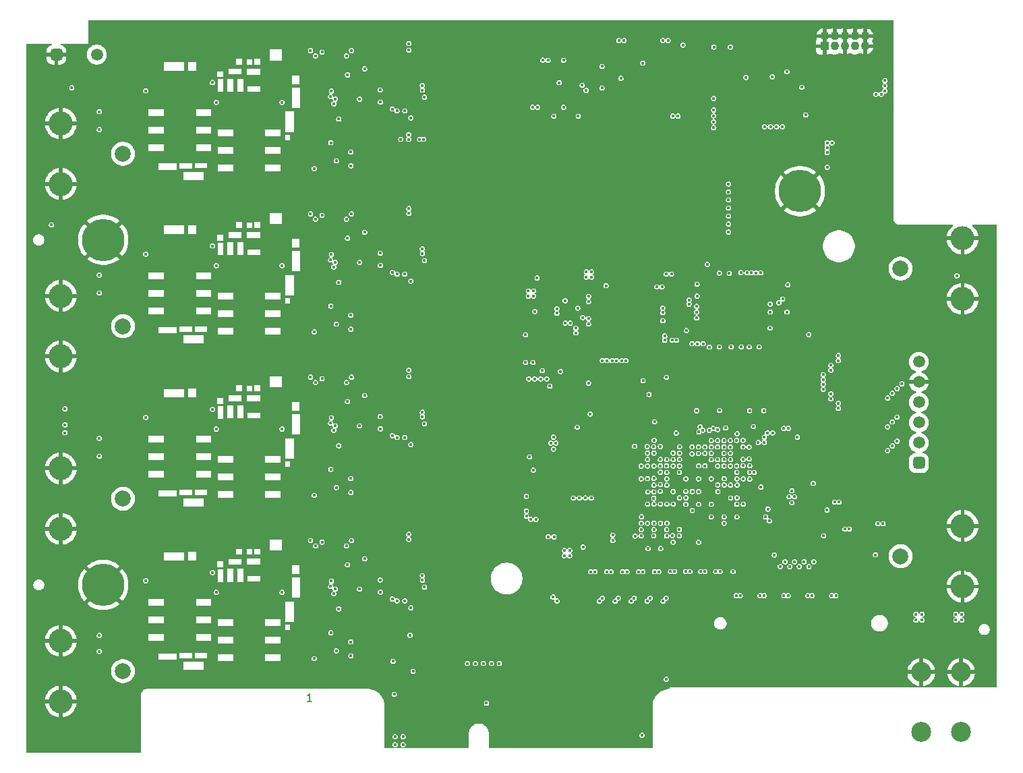
<source format=gbr>
%TF.GenerationSoftware,KiCad,Pcbnew,9.0.3*%
%TF.CreationDate,2025-09-21T22:43:26-04:00*%
%TF.ProjectId,Thunderscope_Rev5.2,5468756e-6465-4727-9363-6f70655f5265,rev?*%
%TF.SameCoordinates,Original*%
%TF.FileFunction,Copper,L2,Inr*%
%TF.FilePolarity,Positive*%
%FSLAX46Y46*%
G04 Gerber Fmt 4.6, Leading zero omitted, Abs format (unit mm)*
G04 Created by KiCad (PCBNEW 9.0.3) date 2025-09-21 22:43:26*
%MOMM*%
%LPD*%
G01*
G04 APERTURE LIST*
G04 Aperture macros list*
%AMRoundRect*
0 Rectangle with rounded corners*
0 $1 Rounding radius*
0 $2 $3 $4 $5 $6 $7 $8 $9 X,Y pos of 4 corners*
0 Add a 4 corners polygon primitive as box body*
4,1,4,$2,$3,$4,$5,$6,$7,$8,$9,$2,$3,0*
0 Add four circle primitives for the rounded corners*
1,1,$1+$1,$2,$3*
1,1,$1+$1,$4,$5*
1,1,$1+$1,$6,$7*
1,1,$1+$1,$8,$9*
0 Add four rect primitives between the rounded corners*
20,1,$1+$1,$2,$3,$4,$5,0*
20,1,$1+$1,$4,$5,$6,$7,0*
20,1,$1+$1,$6,$7,$8,$9,0*
20,1,$1+$1,$8,$9,$2,$3,0*%
G04 Aperture macros list end*
%ADD10C,0.200000*%
%TA.AperFunction,NonConductor*%
%ADD11C,0.200000*%
%TD*%
%TA.AperFunction,ComponentPad*%
%ADD12C,2.000000*%
%TD*%
%TA.AperFunction,ComponentPad*%
%ADD13C,3.000000*%
%TD*%
%TA.AperFunction,ComponentPad*%
%ADD14R,1.090000X1.090000*%
%TD*%
%TA.AperFunction,ComponentPad*%
%ADD15C,1.090000*%
%TD*%
%TA.AperFunction,ComponentPad*%
%ADD16C,2.500000*%
%TD*%
%TA.AperFunction,ComponentPad*%
%ADD17RoundRect,0.375000X-0.375000X-0.375000X0.375000X-0.375000X0.375000X0.375000X-0.375000X0.375000X0*%
%TD*%
%TA.AperFunction,ComponentPad*%
%ADD18C,1.500000*%
%TD*%
%TA.AperFunction,ComponentPad*%
%ADD19C,5.300000*%
%TD*%
%TA.AperFunction,ComponentPad*%
%ADD20RoundRect,0.375000X0.375000X-0.375000X0.375000X0.375000X-0.375000X0.375000X-0.375000X-0.375000X0*%
%TD*%
%TA.AperFunction,ViaPad*%
%ADD21C,0.406400*%
%TD*%
G04 APERTURE END LIST*
D10*
D11*
X123194577Y-143320819D02*
X122623149Y-143320819D01*
X122908863Y-143320819D02*
X122908863Y-142320819D01*
X122908863Y-142320819D02*
X122813625Y-142463676D01*
X122813625Y-142463676D02*
X122718387Y-142558914D01*
X122718387Y-142558914D02*
X122623149Y-142606533D01*
D12*
%TO.N,/CH3/BNC_IN*%
%TO.C,J1002_3*%
X99476095Y-117878600D03*
D13*
%TO.N,GND*%
X91676095Y-121678600D03*
X91676095Y-114078600D03*
%TD*%
D12*
%TO.N,/CH2/BNC_IN*%
%TO.C,J1002_2*%
X99476095Y-96228600D03*
D13*
%TO.N,GND*%
X91676095Y-100028600D03*
X91676095Y-92428600D03*
%TD*%
D12*
%TO.N,/CH4/BNC_IN*%
%TO.C,J1002_4*%
X99476095Y-139528600D03*
D13*
%TO.N,GND*%
X91676095Y-143328600D03*
X91676095Y-135728600D03*
%TD*%
D14*
%TO.N,GND*%
%TO.C,J3*%
X187561095Y-61088600D03*
D15*
X187561095Y-59818600D03*
%TO.N,/TS-PCIe Components/REFINOUT2*%
X188831095Y-61088600D03*
%TO.N,GND*%
X188831095Y-59818600D03*
X190101095Y-61088600D03*
X190101095Y-59818600D03*
%TO.N,/TS-PCIe Components/SYNC2*%
X191371095Y-61088600D03*
%TO.N,GND*%
X191371095Y-59818600D03*
X192641095Y-61088600D03*
X192641095Y-59818600D03*
%TD*%
D12*
%TO.N,/TS-USB4 Components/SYNC1*%
%TO.C,J2*%
X197101095Y-125103600D03*
D13*
%TO.N,GND*%
X204901095Y-121303600D03*
X204901095Y-128903600D03*
%TD*%
D12*
%TO.N,/CH1/BNC_IN*%
%TO.C,J1002_1*%
X99476095Y-74578600D03*
D13*
%TO.N,GND*%
X91676095Y-78378600D03*
X91676095Y-70778600D03*
%TD*%
D16*
%TO.N,GND*%
%TO.C,J11*%
X199701095Y-147153600D03*
X204701095Y-147153600D03*
X199701095Y-139653600D03*
X204701095Y-139653600D03*
%TD*%
D12*
%TO.N,/TS-USB4 Components/REFINOUT1*%
%TO.C,J1*%
X197101095Y-89003600D03*
D13*
%TO.N,GND*%
X204901095Y-85203600D03*
X204901095Y-92803600D03*
%TD*%
D17*
%TO.N,GND*%
%TO.C,J4*%
X91111095Y-62153600D03*
D18*
%TO.N,Net-(J4-Pad2)*%
X96191095Y-62153600D03*
%TD*%
D19*
%TO.N,GND*%
%TO.C,SO2*%
X97001095Y-85403600D03*
%TD*%
D20*
%TO.N,/FPGA/TMS*%
%TO.C,J5*%
X199401095Y-113403600D03*
D18*
%TO.N,/FPGA/TDI*%
X199401095Y-110863600D03*
%TO.N,/FPGA/TDO*%
X199401095Y-108323600D03*
%TO.N,/FPGA/TCK*%
X199401095Y-105783600D03*
%TO.N,GND*%
X199401095Y-103243600D03*
%TO.N,+3V3*%
X199401095Y-100703600D03*
%TD*%
D19*
%TO.N,GND*%
%TO.C,SO1*%
X184476095Y-79278600D03*
%TD*%
%TO.N,GND*%
%TO.C,SO3*%
X97001095Y-128703600D03*
%TD*%
D21*
%TO.N,/ADC/+1V8A*%
X157926095Y-92478600D03*
X167701095Y-89678600D03*
X167251095Y-94528600D03*
X157936658Y-93138081D03*
X168351095Y-89678600D03*
%TO.N,/ADC/+1V8D*%
X167255863Y-95544072D03*
X157926095Y-95283610D03*
X157936658Y-95943091D03*
%TO.N,/VCM*%
X137336695Y-108487379D03*
X137336695Y-128987379D03*
X137336695Y-87987379D03*
X137336695Y-67487379D03*
X160126095Y-91153600D03*
%TO.N,/FPGA/MGT_TX0_N*%
X166745943Y-127047870D03*
%TO.N,/FPGA/MGT_TX0_P*%
X166212543Y-127047870D03*
%TO.N,/FPGA/MGT_TX1_N*%
X164745943Y-127047870D03*
%TO.N,/FPGA/MGT_TX1_P*%
X164212543Y-127047870D03*
%TO.N,/FPGA/MGT_TX2_N*%
X162745943Y-127047870D03*
%TO.N,/FPGA/MGT_TX2_P*%
X162212543Y-127047870D03*
%TO.N,/FPGA/MGT_TX3_N*%
X160745943Y-127047870D03*
%TO.N,/FPGA/MGT_TX3_P*%
X160212543Y-127047870D03*
%TO.N,/Clock Generator/ADC_CLK_R_P*%
X170551844Y-92935280D03*
%TO.N,/Clock Generator/ADC_CLK_R_N*%
X170551844Y-93471900D03*
%TO.N,/ACQ and FE Voltage Regs/+5V_R_PGA*%
X134351095Y-72778600D03*
%TO.N,Net-(U18H-VCCADC_0)*%
X170154535Y-116963600D03*
%TO.N,Net-(U20-FB)*%
X180176095Y-120178600D03*
%TO.N,/CH4/OPA_OUT*%
X126276095Y-136978600D03*
X126576095Y-131728600D03*
%TO.N,/TRIM_1*%
X154796106Y-68753600D03*
X131801095Y-68103600D03*
%TO.N,/TRIM_2*%
X131801095Y-88603600D03*
X151546106Y-68753600D03*
%TO.N,/TRIM_3*%
X150896106Y-68753600D03*
X131801095Y-109103600D03*
%TO.N,/TRIM_4*%
X131801095Y-129603600D03*
X154796106Y-62853600D03*
%TO.N,/CH4/PGA_BIAS*%
X131776095Y-128078600D03*
%TO.N,+2V5*%
X150426095Y-102853600D03*
X151926095Y-102853600D03*
X167731339Y-113753600D03*
X164541095Y-113783600D03*
X168951095Y-109653600D03*
X166169426Y-110553600D03*
X152676095Y-102853600D03*
X166131095Y-117028600D03*
X151176095Y-102853600D03*
X169351095Y-112953600D03*
X163721095Y-111303600D03*
%TO.N,Net-(D1000_1-K)*%
X102333605Y-66677470D03*
%TO.N,/CH4/OUT_R_N*%
X137076095Y-128098600D03*
%TO.N,/CH4/OUT_R_P*%
X137055645Y-127525600D03*
%TO.N,/FPGA/TCK*%
X167771095Y-118547769D03*
%TO.N,/FPGA/TDI*%
X175771095Y-117798800D03*
%TO.N,/FPGA/TMS*%
X176541095Y-118573600D03*
%TO.N,/FPGA/TDO*%
X176571095Y-117773600D03*
%TO.N,AGND*%
X171751095Y-116978600D03*
X170951095Y-116978600D03*
%TO.N,+3V3*%
X172534779Y-111384431D03*
X181051095Y-109617350D03*
X178076095Y-112903600D03*
X157942015Y-103373600D03*
X166931095Y-116943600D03*
X174931095Y-113773600D03*
X194901095Y-121028600D03*
X187451095Y-122528600D03*
X164771095Y-103063600D03*
X180001095Y-110817350D03*
X171501095Y-106828600D03*
X174961095Y-115363600D03*
X194251095Y-121028600D03*
X180401094Y-109617350D03*
X175761095Y-116173600D03*
X174934779Y-110584431D03*
X176591095Y-109733600D03*
X167745388Y-115377893D03*
X178151095Y-106828600D03*
X166226095Y-108228600D03*
X177356802Y-118577893D03*
X174376095Y-106803600D03*
X180001095Y-110167350D03*
X182451095Y-109053600D03*
X183026095Y-109053600D03*
%TO.N,+1V8*%
X166957395Y-116103600D03*
X150126095Y-120078600D03*
X150676095Y-120478600D03*
X172551095Y-113753600D03*
X155551095Y-124378600D03*
X155551095Y-125028600D03*
X169334779Y-114584431D03*
X151326095Y-120478600D03*
X154901095Y-124378600D03*
X154901095Y-125028600D03*
X171751095Y-113753600D03*
X174141095Y-113763600D03*
X150126095Y-119428600D03*
%TO.N,+1V2_MGT*%
X156031076Y-117788599D03*
X158281076Y-117788599D03*
X160976095Y-123128600D03*
X156781076Y-117788599D03*
X165401095Y-124133600D03*
X163769426Y-122582416D03*
X167001095Y-124133601D03*
X157531076Y-117788599D03*
X168481095Y-122513600D03*
X168567411Y-123347769D03*
X160976095Y-122453600D03*
%TO.N,+1V0*%
X182001095Y-126403600D03*
X183201095Y-126403600D03*
X170951095Y-119353600D03*
X171751095Y-118578600D03*
X170151094Y-118578600D03*
X185601095Y-126403600D03*
X183801095Y-125803600D03*
X185001095Y-125803600D03*
X171751095Y-115378600D03*
X173351095Y-120163600D03*
X173351095Y-115378599D03*
X167751095Y-116175160D03*
X182601095Y-125803600D03*
X170151095Y-115378600D03*
X174161095Y-116143600D03*
X169351095Y-117778601D03*
X174171095Y-116993600D03*
X174951093Y-120163600D03*
X184401095Y-126403600D03*
X174951094Y-120963600D03*
X186201095Y-125803600D03*
X168571095Y-118553600D03*
X176551094Y-120163600D03*
X173351095Y-118578600D03*
X170160155Y-117767526D03*
X168551095Y-116978600D03*
%TO.N,+1V0_MGT*%
X166151095Y-120953600D03*
X166967411Y-120963600D03*
X167767411Y-120953600D03*
X165351095Y-120963600D03*
%TO.N,-5V*%
X125551095Y-108403600D03*
X126151095Y-129228600D03*
X127676095Y-64678600D03*
X123501095Y-117453600D03*
X173631093Y-71333619D03*
X125951095Y-88803600D03*
X125551095Y-67403600D03*
X127676095Y-126178600D03*
X125951095Y-109303600D03*
X126151095Y-67728600D03*
X126151095Y-108728600D03*
X123501095Y-76453600D03*
X123501095Y-96953600D03*
X173631093Y-69083619D03*
X127676095Y-105678600D03*
X125551095Y-87903600D03*
X127676095Y-85178600D03*
X123501095Y-137953600D03*
X125951095Y-68303600D03*
X125551095Y-128903600D03*
X173631093Y-69833619D03*
X125951095Y-129803600D03*
X167273617Y-60368598D03*
X167923617Y-60368598D03*
X126151095Y-88228600D03*
X173631093Y-70583619D03*
%TO.N,+VBIAS*%
X129826095Y-84428600D03*
X129826095Y-104928600D03*
X161991072Y-65113621D03*
X129826095Y-125428600D03*
X129826095Y-63928600D03*
%TO.N,+3V3_PGA*%
X137226095Y-72778600D03*
X135626095Y-90578600D03*
X159626095Y-66328600D03*
X135626095Y-111078600D03*
X135626095Y-70078600D03*
X135626095Y-131578600D03*
X159626095Y-63628600D03*
X136716105Y-72778600D03*
X93051095Y-66303600D03*
%TO.N,+1V8APLL*%
X179351095Y-98828600D03*
X178384472Y-89533786D03*
X177101095Y-98828600D03*
X177051095Y-89503600D03*
X174351095Y-89553600D03*
X171501095Y-94453600D03*
X171501095Y-93756043D03*
X174351095Y-98828600D03*
X171501095Y-95203600D03*
X185576095Y-97278600D03*
%TO.N,+5V3*%
X182851095Y-64283600D03*
X195151095Y-65403600D03*
X175741075Y-61193600D03*
%TO.N,-VBIAS*%
X129176095Y-67728600D03*
X129176095Y-129228600D03*
X129176095Y-108728600D03*
X169783618Y-60938598D03*
X129176095Y-88228600D03*
%TO.N,/Front End Trim and Bias/TRIM_SCL*%
X176534779Y-113773600D03*
%TO.N,/Front End Trim and Bias/TRIM_SCL_5V*%
X152846106Y-62853600D03*
X157126095Y-65978600D03*
%TO.N,/Front End Trim and Bias/TRIM_SDA*%
X178171095Y-113743600D03*
%TO.N,/Front End Trim and Bias/TRIM_SDA_5V*%
X152196106Y-62853600D03*
X157626095Y-66628600D03*
%TO.N,Net-(D1000_2-K)*%
X102333605Y-87177470D03*
%TO.N,Net-(D1000_3-K)*%
X102333605Y-107677470D03*
%TO.N,Net-(D1000_4-K)*%
X102333605Y-128177470D03*
%TO.N,/ADC/ADC_CSn*%
X155001095Y-93028600D03*
X177334779Y-110563600D03*
%TO.N,/ADC/ADC_RSTn*%
X156576095Y-93953600D03*
%TO.N,/ADC/ADC_PD*%
X157201095Y-95153600D03*
%TO.N,/FPGA/MGT_RX0_N*%
X174437048Y-127032880D03*
X167741095Y-122553600D03*
%TO.N,/FPGA/MGT_RX0_P*%
X167738595Y-121753600D03*
X173903648Y-127032880D03*
%TO.N,/FPGA/MGT_RX1_N*%
X164528595Y-122553600D03*
X172537048Y-127032880D03*
%TO.N,/FPGA/MGT_RX1_P*%
X172003648Y-127032880D03*
X164538595Y-121753600D03*
%TO.N,/FPGA/MGT_RX2_N*%
X170645943Y-127032880D03*
X166121095Y-122546100D03*
%TO.N,/FPGA/MGT_RX2_P*%
X170112543Y-127032880D03*
X166138595Y-121753600D03*
%TO.N,/FPGA/MGT_RX3_N*%
X168745943Y-127032880D03*
X169338595Y-122536100D03*
%TO.N,/FPGA/MGT_RX3_P*%
X169338595Y-121743600D03*
X168212543Y-127032880D03*
%TO.N,Net-(U7-RSTN)*%
X179551095Y-89528600D03*
%TO.N,/Clock Generator/PLL_RSTn*%
X196676095Y-110653600D03*
X174934779Y-112984431D03*
%TO.N,/FPGA/FPGA IO Banks/PLL_SCL*%
X181826095Y-93278600D03*
X195476095Y-111853600D03*
X176541295Y-114577600D03*
%TO.N,/FPGA/FPGA IO Banks/PLL_SDA*%
X182301095Y-92828600D03*
X176561095Y-115373600D03*
X196076095Y-111253600D03*
%TO.N,+1V8_ACQ*%
X171626095Y-98428600D03*
X172326095Y-98428600D03*
X156336084Y-97078600D03*
X156336084Y-96478600D03*
X155031076Y-95838599D03*
X155631076Y-95838599D03*
X170926095Y-98428600D03*
%TO.N,/Clock Generator/AC0*%
X180751095Y-93453600D03*
%TO.N,/Clock Generator/TEST*%
X180751095Y-94453600D03*
%TO.N,Net-(U18D-INIT_B_0)*%
X176599138Y-116165557D03*
%TO.N,Net-(U18D-PROGRAM_B_0)*%
X174967395Y-116156004D03*
%TO.N,/TERM_1*%
X175501095Y-80378600D03*
X173334779Y-112984431D03*
%TO.N,/TERM_2*%
X175501095Y-84403600D03*
X171731095Y-112201200D03*
%TO.N,/TERM_3*%
X171789883Y-109509900D03*
%TO.N,/TERM_4*%
X178719557Y-114578838D03*
%TO.N,/ATTEN_1*%
X175501095Y-79378600D03*
X174134779Y-110584431D03*
%TO.N,/ATTEN_2*%
X175501095Y-82403600D03*
X173334779Y-111384431D03*
%TO.N,/ATTEN_3*%
X172273578Y-109285050D03*
%TO.N,/ATTEN_4*%
X178171095Y-115413600D03*
%TO.N,/PGA_CSn_1*%
X133301095Y-68963600D03*
X174934779Y-111384431D03*
X195476095Y-105253600D03*
%TO.N,/PGA_CSn_2*%
X133301095Y-89463600D03*
X173334779Y-110584431D03*
X175501095Y-81403600D03*
%TO.N,/PGA_CSn_3*%
X175734779Y-110584431D03*
X133301095Y-109963600D03*
%TO.N,/PGA_CSn_4*%
X177371095Y-115383600D03*
X133301095Y-130463600D03*
%TO.N,/CH4/BUF_R_BIAS*%
X125649385Y-128226890D03*
%TO.N,/DC_CPL_1*%
X175501095Y-78378600D03*
X125576095Y-73203600D03*
X174134779Y-111384431D03*
%TO.N,/DC_CPL_2*%
X173334779Y-112184431D03*
X175501095Y-83403600D03*
X125576095Y-93703600D03*
%TO.N,/DC_CPL_3*%
X174144695Y-109200212D03*
X125576095Y-114203600D03*
%TO.N,/DC_CPL_4*%
X178151183Y-114585200D03*
X125576095Y-134703600D03*
%TO.N,/ADC/ADC_SDATA*%
X153951095Y-94053600D03*
X175734779Y-111384431D03*
%TO.N,/ADC/ADC_SCLK*%
X177331095Y-111383600D03*
X153951095Y-94608403D03*
%TO.N,GND*%
X113701095Y-89383600D03*
X150266100Y-110153599D03*
X206126095Y-90903600D03*
X133626095Y-133878600D03*
X140126095Y-120903600D03*
X166951095Y-117763600D03*
X171301095Y-130353600D03*
X113081095Y-75266100D03*
X192126095Y-86903600D03*
X108301105Y-90578600D03*
X170126095Y-68903600D03*
X195391095Y-122873600D03*
X156726095Y-141753600D03*
X166932764Y-121753600D03*
X126715705Y-140403600D03*
X152556076Y-123343599D03*
X188126095Y-80903600D03*
X99751096Y-79553600D03*
X162911073Y-66428600D03*
X122031095Y-122103590D03*
X104049095Y-84103600D03*
X101451095Y-69753590D03*
X144126095Y-76903600D03*
X89751095Y-83253600D03*
X148326095Y-88903600D03*
X144926095Y-121903600D03*
X164401070Y-60943600D03*
X205126095Y-89903600D03*
X185976095Y-137728600D03*
X146126095Y-116903600D03*
X192126095Y-90903600D03*
X90251095Y-105553600D03*
X130615705Y-118403600D03*
X96751095Y-124053600D03*
X155751074Y-60053600D03*
X131126095Y-134353600D03*
X170151095Y-114553600D03*
X179126095Y-75903600D03*
X134376095Y-120653600D03*
X139501095Y-67253600D03*
X145126095Y-117903600D03*
X144326095Y-88903600D03*
X89751095Y-133053600D03*
X158126095Y-68728600D03*
X106751050Y-59053600D03*
X158626095Y-65403600D03*
X207126095Y-115903600D03*
X105926085Y-106103600D03*
X193026095Y-87803600D03*
X163126095Y-71903600D03*
X91751096Y-85853620D03*
X92751096Y-94553600D03*
X113511095Y-104623600D03*
X159426095Y-85903600D03*
X156126095Y-84903600D03*
X146751070Y-59053600D03*
X177201095Y-106828600D03*
X138126095Y-133353600D03*
X152076095Y-114203600D03*
X174134779Y-112184431D03*
X114051095Y-122963600D03*
X194376095Y-70903600D03*
X98751096Y-98553600D03*
X108091095Y-73828600D03*
X115381095Y-61523600D03*
X131801095Y-124728600D03*
X99751096Y-143053600D03*
X165248619Y-60943598D03*
X153076095Y-138503600D03*
X141126095Y-99903600D03*
X200413413Y-124229630D03*
X142126095Y-141353600D03*
X111876095Y-82603382D03*
X92401095Y-64753600D03*
X108781095Y-81103590D03*
X89501095Y-115053600D03*
X92751095Y-126053600D03*
X208751095Y-126803600D03*
X103701095Y-118366100D03*
X147326095Y-121903600D03*
X180552598Y-130051806D03*
X91751095Y-75753600D03*
X137051095Y-104753600D03*
X134376095Y-86828600D03*
X202501095Y-103503600D03*
X158526095Y-142053600D03*
X166921095Y-122549707D03*
X186126095Y-72903600D03*
X148126095Y-78903600D03*
X142126095Y-72903600D03*
X105876115Y-93203600D03*
X105876115Y-115928600D03*
X150776095Y-129903600D03*
X194026095Y-117528600D03*
X125001095Y-63828590D03*
X202126095Y-86903600D03*
X126713695Y-101598380D03*
X133376095Y-111653600D03*
X90512500Y-87292196D03*
X184426095Y-94253600D03*
X100401095Y-136703600D03*
X139151096Y-135978600D03*
X97751046Y-58053600D03*
X168863629Y-60938598D03*
X108886115Y-87471700D03*
X146126095Y-133353600D03*
X153291095Y-107353600D03*
X94751095Y-120053600D03*
X104051095Y-140403600D03*
X99751095Y-103053600D03*
X92751095Y-140053600D03*
X123283705Y-99398390D03*
X196126095Y-84903600D03*
X120141005Y-105103600D03*
X139151096Y-135328600D03*
X120783695Y-78898390D03*
X166473619Y-60368598D03*
X182476095Y-106828600D03*
X111581085Y-77466100D03*
X133286485Y-71803600D03*
X159344387Y-100127183D03*
X147026095Y-73903600D03*
X169126095Y-79903600D03*
X159926095Y-84903600D03*
X166126095Y-66903600D03*
X173101095Y-137753600D03*
X99751095Y-99403600D03*
X89751095Y-89553600D03*
X171376095Y-127032880D03*
X140126095Y-64903600D03*
X107521095Y-127753600D03*
X130611095Y-90253590D03*
X145326095Y-83903600D03*
X179126095Y-77903600D03*
X160926095Y-85880615D03*
X145126095Y-65903600D03*
X188126095Y-88903600D03*
X89751095Y-125053600D03*
X182126095Y-74903600D03*
X173267200Y-127032880D03*
X135651095Y-148753600D03*
X163767411Y-118547769D03*
X208751095Y-140803600D03*
X151026095Y-77903600D03*
X120781095Y-122103590D03*
X207126095Y-87903600D03*
X102826105Y-77378600D03*
X133376095Y-117653600D03*
X92751096Y-96553600D03*
X126201095Y-85528590D03*
X137576095Y-99453600D03*
X153501095Y-62853600D03*
X190126095Y-82903600D03*
X117581125Y-77466100D03*
X163169145Y-95228600D03*
X157176095Y-130103600D03*
X105926085Y-126603600D03*
X91751095Y-87553600D03*
X178126095Y-68903600D03*
X119751095Y-130163600D03*
X161126095Y-69903600D03*
X96751096Y-96553600D03*
X123281105Y-101603590D03*
X106501085Y-118366100D03*
X129313695Y-81098380D03*
X117821015Y-108616100D03*
X99751095Y-121053600D03*
X133286485Y-74303600D03*
X160726095Y-137753600D03*
X187909592Y-130051806D03*
X199148682Y-117503600D03*
X89501095Y-69803600D03*
X113081095Y-95766100D03*
X117283705Y-78898390D03*
X191126095Y-87903600D03*
X116971095Y-125123600D03*
X153331076Y-120578599D03*
X173101095Y-139003600D03*
X144326095Y-124903600D03*
X117621095Y-127933600D03*
X206826095Y-97353600D03*
X131726095Y-75103600D03*
X142326095Y-126903600D03*
X200126095Y-90903600D03*
X188126095Y-94903600D03*
X99751095Y-123053600D03*
X126715705Y-78903600D03*
X140126095Y-114903600D03*
X182126095Y-88903600D03*
X91751095Y-95553600D03*
X170176095Y-120963600D03*
X116031095Y-60603590D03*
X115986125Y-92028610D03*
X115851095Y-63623600D03*
X193476095Y-120278600D03*
X104376105Y-70503600D03*
X172126095Y-82903600D03*
X102749095Y-82598380D03*
X112361095Y-126453600D03*
X150126095Y-126903600D03*
X133376095Y-97353600D03*
X115851095Y-126453600D03*
X116351095Y-81963600D03*
X96751096Y-76553600D03*
X100751098Y-144053600D03*
X172551096Y-118578600D03*
X164401070Y-61593600D03*
X159226095Y-136753600D03*
X106651105Y-112578600D03*
X106961095Y-70103600D03*
X115851095Y-105953600D03*
X114731095Y-84123600D03*
X206413413Y-132229630D03*
X131726095Y-76603600D03*
X185751089Y-60053600D03*
X107401095Y-62483600D03*
X199413413Y-129429630D03*
X151126095Y-132353600D03*
X124151095Y-74253600D03*
X108091095Y-114828600D03*
X106501085Y-97866100D03*
X107376125Y-113703600D03*
X109551095Y-129603600D03*
X106961095Y-131603600D03*
X180091095Y-100828600D03*
X148126095Y-98903600D03*
X118981095Y-87583600D03*
X170951095Y-118553600D03*
X170126095Y-66903600D03*
X192276095Y-133628600D03*
X153006076Y-99003599D03*
X174151095Y-115378600D03*
X154126095Y-78903600D03*
X114581105Y-118466100D03*
X165126095Y-73903600D03*
X192026095Y-82903600D03*
X177358597Y-120176100D03*
X107521095Y-66253600D03*
X98751095Y-114053600D03*
X136551095Y-90604200D03*
X108901095Y-123988602D03*
X121426095Y-62303600D03*
X164126095Y-72903600D03*
X191051095Y-106328600D03*
X201413413Y-123229630D03*
X174138595Y-117766100D03*
X147126095Y-67903600D03*
X98751096Y-76553600D03*
X171126095Y-79903600D03*
X208751095Y-86803600D03*
X184126095Y-82903600D03*
X188126095Y-82903600D03*
X109751052Y-58053600D03*
X104251095Y-139477480D03*
X134376095Y-116653600D03*
X194126095Y-98903600D03*
X114731095Y-105953600D03*
X149126095Y-89903600D03*
X96751095Y-136053600D03*
X132376095Y-114653600D03*
X91751095Y-140653600D03*
X194751094Y-61053600D03*
X136751065Y-59053600D03*
X120783695Y-140398390D03*
X120141085Y-76291100D03*
X129101105Y-102628590D03*
X151026095Y-145653600D03*
X118651095Y-90841100D03*
X148126095Y-106903600D03*
X179126095Y-71903600D03*
X152126095Y-72903600D03*
X110121095Y-134213600D03*
X110176095Y-63603600D03*
X168676095Y-136553600D03*
X191751093Y-58053600D03*
X88751095Y-98553600D03*
X128013695Y-101598380D03*
X88751095Y-96553600D03*
X107521095Y-126591100D03*
X143026095Y-87903600D03*
X180126095Y-86903600D03*
X146326095Y-122903600D03*
X126201095Y-125328590D03*
X147126095Y-63903600D03*
X161326095Y-83903600D03*
X156751075Y-59053600D03*
X91751095Y-67753600D03*
X114731095Y-82613600D03*
X164326095Y-82903600D03*
X110033695Y-119898390D03*
X147026095Y-83903600D03*
X137701095Y-137428600D03*
X120651095Y-74878600D03*
X145126095Y-79903600D03*
X94751096Y-82553600D03*
X94751095Y-116053600D03*
X155576095Y-138503600D03*
X141126095Y-97903600D03*
X207626095Y-139803600D03*
X128701095Y-115653600D03*
X111051095Y-84198600D03*
X123676095Y-88253600D03*
X133926095Y-143553600D03*
X131726095Y-111653600D03*
X187126095Y-73903600D03*
X97751096Y-91553600D03*
X126726095Y-82328600D03*
X115356095Y-135641100D03*
X87751095Y-81753600D03*
X208753000Y-133303600D03*
X114783695Y-99398390D03*
X171126095Y-73903600D03*
X149026095Y-85903600D03*
X147126095Y-130103600D03*
X188126095Y-78903600D03*
X98751045Y-61053601D03*
X98751095Y-110053600D03*
X130611095Y-132503600D03*
X100023887Y-69853600D03*
X191926095Y-76903600D03*
X175761095Y-102028600D03*
X95751099Y-149053600D03*
X94751095Y-138053600D03*
X92751095Y-138053600D03*
X201413413Y-131229630D03*
X94751096Y-70553600D03*
X146026095Y-72903600D03*
X130611095Y-71003600D03*
X133376095Y-65328600D03*
X170126095Y-70903600D03*
X115871105Y-67118600D03*
X120141085Y-117291100D03*
X185126095Y-60903600D03*
X152326095Y-76903600D03*
X127551095Y-65928600D03*
X113081095Y-136766100D03*
X149126095Y-71903600D03*
X142126095Y-96903600D03*
X200551095Y-109603600D03*
X170126095Y-64903600D03*
X145751070Y-58053600D03*
X133751064Y-58053600D03*
X148126095Y-108903600D03*
X117581125Y-136766100D03*
X139401095Y-68453600D03*
X135815705Y-140403600D03*
X165361095Y-121763600D03*
X123501095Y-75528600D03*
X162976095Y-107398600D03*
X106961095Y-90603600D03*
X98251095Y-64253600D03*
X104331115Y-126616100D03*
X132926095Y-134553600D03*
X126726095Y-102828600D03*
X91751095Y-119053600D03*
X91751095Y-83553600D03*
X160576095Y-104728600D03*
X184826095Y-89603600D03*
X130615705Y-119903600D03*
X178126095Y-74903600D03*
X140051095Y-139953600D03*
X155626095Y-65903600D03*
X113701095Y-68883600D03*
X117501095Y-93353600D03*
X155126095Y-81903600D03*
X154126095Y-72903600D03*
X184431095Y-103228600D03*
X152326095Y-137453600D03*
X122001095Y-90028600D03*
X193476095Y-123103600D03*
X140901095Y-147753600D03*
X117001095Y-123613600D03*
X118596065Y-72841100D03*
X197276095Y-102853600D03*
X151126095Y-63903600D03*
X195851095Y-62053600D03*
X192476095Y-134728600D03*
X174921095Y-63178600D03*
X141126095Y-111903600D03*
X169126095Y-77903600D03*
X109726095Y-123603382D03*
X137051095Y-125253600D03*
X151751073Y-58053600D03*
X161126095Y-71903600D03*
X156326095Y-133453600D03*
X196076095Y-110653600D03*
X113081095Y-116266100D03*
X102876095Y-113703600D03*
X172226095Y-63618600D03*
X118981095Y-126623600D03*
X163611095Y-62513600D03*
X135376095Y-127828600D03*
X139126095Y-75903600D03*
X119681095Y-106773600D03*
X201413413Y-127229630D03*
X120141085Y-137791100D03*
X184751089Y-59053600D03*
X90751095Y-138053600D03*
X87751095Y-129703600D03*
X131726095Y-113653600D03*
X160526095Y-135503600D03*
X164126095Y-74903600D03*
X115621095Y-132163600D03*
X177126095Y-73903600D03*
X110301095Y-126573600D03*
X135376095Y-79853600D03*
X192026095Y-78903600D03*
X104049095Y-62098380D03*
X176126095Y-76903600D03*
X108876105Y-115938610D03*
X187879295Y-102028924D03*
X91751095Y-65753600D03*
X132126095Y-135353600D03*
X195126095Y-99903600D03*
X89551095Y-61753600D03*
X117581125Y-97966100D03*
X101451095Y-149053600D03*
X89501095Y-77753600D03*
X194376095Y-82903600D03*
X101475276Y-147048212D03*
X88751095Y-94553600D03*
X152126095Y-84903600D03*
X207126095Y-107903600D03*
X112361095Y-85453600D03*
X111581085Y-134541100D03*
X147326095Y-81903600D03*
X182526095Y-134803600D03*
X116971095Y-126453600D03*
X155326095Y-134453600D03*
X144126095Y-102903600D03*
X189126095Y-95903600D03*
X116991095Y-89263600D03*
X119176095Y-118466100D03*
X189126095Y-89903600D03*
X187976095Y-135728600D03*
X189026095Y-91803600D03*
X134376095Y-98353600D03*
X201126095Y-91903600D03*
X90751095Y-88553600D03*
X187126095Y-65903600D03*
X90751095Y-140053600D03*
X103701095Y-138866100D03*
X182751088Y-59053600D03*
X148126095Y-68903600D03*
X194376095Y-80903600D03*
X183526095Y-133803600D03*
X154751074Y-59053600D03*
X146126095Y-108903600D03*
X90751095Y-145653600D03*
X191276095Y-116428600D03*
X161776095Y-106013600D03*
X115986125Y-133028610D03*
X198526095Y-124103600D03*
X120141005Y-125603600D03*
X105951085Y-77977480D03*
X172541095Y-123373601D03*
X163126095Y-73903600D03*
X167476095Y-127047870D03*
X131776095Y-87853600D03*
X192026095Y-88803600D03*
X105101095Y-139477480D03*
X129776105Y-103303590D03*
X118321095Y-65123600D03*
X93751095Y-144653600D03*
X160555777Y-100127183D03*
X130615705Y-135753600D03*
X174941095Y-123353600D03*
X163226095Y-77903600D03*
X98751095Y-106053600D03*
X115986125Y-93028610D03*
X88751095Y-104553600D03*
X117821015Y-129116100D03*
X104051095Y-78903600D03*
X196076095Y-114203600D03*
X208751095Y-128803600D03*
X114581105Y-134541100D03*
X135376095Y-65328600D03*
X132376095Y-112653600D03*
X187226095Y-129153600D03*
X101451095Y-138903600D03*
X120783695Y-99398390D03*
X175126095Y-75903600D03*
X137576095Y-115453600D03*
X111581085Y-136766100D03*
X185126095Y-83903600D03*
X161626095Y-143378600D03*
X207326095Y-119903600D03*
X130613695Y-122098380D03*
X111221095Y-67203600D03*
X175901095Y-69903600D03*
X112311095Y-108073600D03*
X108781095Y-60603590D03*
X162126095Y-70903600D03*
X166483597Y-68638600D03*
X191126095Y-95903600D03*
X153126095Y-81903600D03*
X87751095Y-69753600D03*
X103551095Y-76253600D03*
X167126095Y-77903600D03*
X156026095Y-144503600D03*
X111281105Y-101603590D03*
X118981095Y-67083600D03*
X188626095Y-123153600D03*
X105101095Y-118977480D03*
X89751095Y-79553600D03*
X199308587Y-122429630D03*
X104376105Y-74928600D03*
X121443955Y-104285740D03*
X140901095Y-143353600D03*
X113081095Y-73041100D03*
X172126095Y-66903600D03*
X187126095Y-83903600D03*
X106651105Y-135303600D03*
X180191100Y-118392349D03*
X106651105Y-73803600D03*
X199887515Y-120954234D03*
X131801095Y-81828600D03*
X197951095Y-103888600D03*
X165169145Y-93228600D03*
X105951085Y-98477480D03*
X87751095Y-67753600D03*
X185826095Y-88603600D03*
X143126095Y-65903600D03*
X108751051Y-59053600D03*
X208751095Y-84803600D03*
X204576095Y-108303600D03*
X102749095Y-60598380D03*
X188976095Y-134728600D03*
X142751068Y-59053600D03*
X203413413Y-123229630D03*
X190026095Y-90803600D03*
X208751095Y-104803600D03*
X140126095Y-116903600D03*
X141126095Y-79903600D03*
X87751095Y-73753600D03*
X145126095Y-101903600D03*
X110576095Y-103103382D03*
X105151095Y-94303600D03*
X99751096Y-91553600D03*
X97751096Y-97553600D03*
X186976095Y-134728600D03*
X155626095Y-67403600D03*
X96751096Y-98553600D03*
X155026095Y-132253600D03*
X114581105Y-114041100D03*
X158681076Y-119628599D03*
X140301096Y-135978600D03*
X207126095Y-89903600D03*
X162169145Y-96228600D03*
X110081075Y-118466100D03*
X141126095Y-95903600D03*
X188626095Y-121903600D03*
X175761095Y-105628600D03*
X131726095Y-77903600D03*
X122031095Y-60603590D03*
X111051095Y-63698600D03*
X135376095Y-126828600D03*
X92751095Y-130053600D03*
X115291095Y-127223600D03*
X184851095Y-97253600D03*
X147126095Y-79903600D03*
X137051095Y-63753600D03*
X140126095Y-102903600D03*
X183751088Y-60053600D03*
X191726095Y-118528600D03*
X180091095Y-104428600D03*
X96751095Y-116053600D03*
X90751095Y-124053600D03*
X115851095Y-64953600D03*
X117326105Y-90053590D03*
X114581105Y-136766100D03*
X107401095Y-82983600D03*
X184126095Y-84903600D03*
X138351095Y-135328600D03*
X118981095Y-65123600D03*
X130615705Y-97903600D03*
X170163595Y-120166100D03*
X163401071Y-64003600D03*
X139126095Y-95903600D03*
X101451095Y-110753590D03*
X115381095Y-123023600D03*
X169126095Y-71903600D03*
X177126095Y-72103600D03*
X141751068Y-58053600D03*
X160126095Y-62903600D03*
X150901095Y-123578600D03*
X189126095Y-77903600D03*
X122101095Y-123128600D03*
X102826105Y-118378600D03*
X199126095Y-96078600D03*
X113081095Y-97966100D03*
X96751096Y-100553600D03*
X184126095Y-86903600D03*
X145701095Y-148753600D03*
X192011095Y-130103600D03*
X94751095Y-132053600D03*
X128013695Y-122098380D03*
X134376095Y-118653600D03*
X139381665Y-85987320D03*
X142126095Y-74903600D03*
X130615705Y-78903600D03*
X134501095Y-133878600D03*
X162126095Y-74903600D03*
X154026095Y-147053600D03*
X184431095Y-100828600D03*
X119751095Y-89163600D03*
X155126095Y-75903600D03*
X108886115Y-128471700D03*
X98751095Y-104053600D03*
X144126095Y-64903600D03*
X175126095Y-72103600D03*
X91751095Y-133053600D03*
X175751084Y-60053600D03*
X159476095Y-127047870D03*
X105926085Y-65103600D03*
X114051095Y-102463600D03*
X141126095Y-63903600D03*
X95701095Y-66953600D03*
X109551095Y-109103600D03*
X117283705Y-119898390D03*
X189801095Y-65178600D03*
X113511095Y-63623600D03*
X161726095Y-115503600D03*
X146126095Y-104903600D03*
X176956072Y-66093599D03*
X110031095Y-60603590D03*
X101449095Y-125098380D03*
X139381665Y-84787320D03*
X191976095Y-136728600D03*
X204576095Y-115803600D03*
X134376095Y-108328600D03*
X166963971Y-119363600D03*
X168126095Y-80903600D03*
X158681076Y-120953599D03*
X188829295Y-100832599D03*
X133865705Y-141403600D03*
X90512500Y-130592196D03*
X135376095Y-128828600D03*
X136401095Y-147753600D03*
X88751095Y-76753600D03*
X142126095Y-112903600D03*
X120781095Y-81103590D03*
X110601095Y-117303600D03*
X168751081Y-59053600D03*
X169751082Y-58053600D03*
X184326095Y-98399601D03*
X137576095Y-101453600D03*
X144126095Y-94903600D03*
X139126095Y-77903600D03*
X197571269Y-119803600D03*
X148026095Y-143003600D03*
X175167200Y-127032880D03*
X148126095Y-94903600D03*
X113856085Y-115141100D03*
X129776105Y-62303590D03*
X142126095Y-116903600D03*
X157951095Y-96603600D03*
X194851095Y-116428600D03*
X173201095Y-131703600D03*
X163426095Y-87903600D03*
X122001095Y-131028600D03*
X109116025Y-85578600D03*
X173751084Y-58053600D03*
X194151095Y-112478600D03*
X119176095Y-75253600D03*
X111751053Y-58053600D03*
X163836118Y-129837363D03*
X146326095Y-82903600D03*
X148776095Y-131903600D03*
X92751096Y-82553600D03*
X114751054Y-59053600D03*
X135376095Y-115653600D03*
X173908095Y-96403590D03*
X135326095Y-133878600D03*
X105349095Y-123598380D03*
X196676095Y-103453600D03*
X156176095Y-148453600D03*
X208751095Y-100803600D03*
X101451095Y-89003590D03*
X108926085Y-93203600D03*
X153126095Y-75903600D03*
X130613695Y-123598380D03*
X170776095Y-94128600D03*
X169524208Y-98003600D03*
X115381095Y-82023600D03*
X136126095Y-133353600D03*
X122001105Y-71913610D03*
X98601095Y-67753600D03*
X112751053Y-59053600D03*
X144126095Y-72903600D03*
X188976095Y-132728600D03*
X90751095Y-80553600D03*
X111581085Y-114041100D03*
X170226095Y-98428600D03*
X201413413Y-125229630D03*
X187926095Y-90703600D03*
X90751095Y-102553600D03*
X197078508Y-116420227D03*
X142126095Y-64903600D03*
X105151095Y-92078600D03*
X197701095Y-117503600D03*
X151126095Y-134353600D03*
X115621095Y-91163600D03*
X150076095Y-141503600D03*
X101449095Y-122098380D03*
X155726095Y-129853600D03*
X145126095Y-131903600D03*
X199413413Y-131229630D03*
X102751095Y-119903600D03*
X175008045Y-93103590D03*
X116351095Y-61463600D03*
X105876115Y-95428600D03*
X89751095Y-101553600D03*
X92751095Y-124053600D03*
X89751095Y-87553600D03*
X181126095Y-73903600D03*
X177126095Y-83903600D03*
X191476095Y-109528600D03*
X198126095Y-84903600D03*
X163926095Y-80903600D03*
X167676095Y-135403600D03*
X176476095Y-137731100D03*
X194413413Y-132229630D03*
X171126095Y-69903600D03*
X143126095Y-113903600D03*
X135376095Y-86828600D03*
X143126095Y-107903600D03*
X181909592Y-130053600D03*
X189126095Y-79903600D03*
X195476095Y-111253600D03*
X139381665Y-64287320D03*
X192751095Y-114203600D03*
X154951095Y-109203600D03*
X128751061Y-59053600D03*
X116971095Y-104623600D03*
X149731095Y-101423600D03*
X187879295Y-103228276D03*
X142126095Y-94903600D03*
X168601095Y-124133601D03*
X162051095Y-137053600D03*
X131726095Y-115653600D03*
X124076095Y-130228600D03*
X180126095Y-134903600D03*
X173401095Y-106828600D03*
X94751095Y-126053600D03*
X139126095Y-111903600D03*
X147126095Y-125703600D03*
X157526095Y-143053600D03*
X173126095Y-83903600D03*
X122001105Y-112913610D03*
X178126095Y-78903600D03*
X141126095Y-129903600D03*
X174126095Y-76903600D03*
X117321095Y-70553600D03*
X96751096Y-74553600D03*
X175231072Y-64418599D03*
X172551095Y-115378600D03*
X188151095Y-62203600D03*
X171431095Y-105628600D03*
X131726095Y-93353600D03*
X190976095Y-137728600D03*
X172126095Y-68903600D03*
X143126095Y-77903600D03*
X94751096Y-74553600D03*
X157482391Y-127047870D03*
X196413413Y-130229630D03*
X146126095Y-134353600D03*
X200551095Y-112138600D03*
X180091095Y-105628600D03*
X174991095Y-118553600D03*
X172126095Y-78903600D03*
X165126095Y-75903600D03*
X207126095Y-91903600D03*
X141126095Y-121903600D03*
X183751089Y-58053600D03*
X169126095Y-83903600D03*
X129315705Y-140403600D03*
X87751095Y-95553600D03*
X139126095Y-123903600D03*
X94751096Y-88553600D03*
X191476095Y-135728600D03*
X130613695Y-104228600D03*
X105101095Y-98477480D03*
X107751051Y-58053600D03*
X179490228Y-137731100D03*
X97751098Y-145053600D03*
X179126095Y-73903600D03*
X152126095Y-74903600D03*
X87751095Y-149503600D03*
X186552598Y-130053600D03*
X149076095Y-142503600D03*
X135876095Y-125203600D03*
X168126095Y-84903600D03*
X146026095Y-84903600D03*
X140126095Y-92903600D03*
X158681076Y-122278599D03*
X103551095Y-117253600D03*
X184901095Y-115092350D03*
X115291095Y-86223600D03*
X96751095Y-112053600D03*
X155681095Y-120953600D03*
X122101095Y-82128600D03*
X159126095Y-69903600D03*
X164126095Y-76903600D03*
X202126095Y-90903600D03*
X183126095Y-87903600D03*
X197951095Y-101348600D03*
X150026095Y-137253600D03*
X159726095Y-138753600D03*
X111071095Y-130193600D03*
X169126095Y-85903600D03*
X157126095Y-79903600D03*
X108783695Y-99398390D03*
X176108045Y-94203590D03*
X89501095Y-135053600D03*
X194376095Y-78903600D03*
X137576095Y-95453600D03*
X91751095Y-105553600D03*
X151651095Y-148753600D03*
X207176095Y-111853600D03*
X165126095Y-77903600D03*
X107401095Y-123343600D03*
X110576095Y-123603382D03*
X135376095Y-87828600D03*
X111581085Y-73041100D03*
X104376105Y-136428600D03*
X137576095Y-117453600D03*
X133376095Y-126828600D03*
X167126095Y-75903600D03*
X113561095Y-128573600D03*
X195544754Y-121004115D03*
X196701095Y-113124601D03*
X184901095Y-115942350D03*
X169476095Y-91753600D03*
X144126095Y-134353600D03*
X87751095Y-147053600D03*
X110081075Y-97966100D03*
X137751066Y-58053600D03*
X134376095Y-78853600D03*
X184526095Y-92503600D03*
X104051095Y-119903600D03*
X119106095Y-112091100D03*
X134376095Y-65328600D03*
X144126095Y-145653600D03*
X133326095Y-79853600D03*
X131801095Y-104228600D03*
X158101095Y-106678600D03*
X97751095Y-135053600D03*
X151076095Y-140503600D03*
X154576095Y-139503600D03*
X88751095Y-92553600D03*
X112361095Y-64953600D03*
X144126095Y-143353600D03*
X182651095Y-68028600D03*
X192126095Y-92903600D03*
X90751095Y-66553600D03*
X158026095Y-147053600D03*
X144751069Y-59053600D03*
X196126095Y-94903600D03*
X199901095Y-116386973D03*
X135376095Y-95353600D03*
X111051095Y-125198600D03*
X171126095Y-85903600D03*
X172226095Y-64268600D03*
X179126095Y-63903600D03*
X163116072Y-131269837D03*
X128701095Y-136153600D03*
X146126095Y-64903600D03*
X127551095Y-106928600D03*
X185726095Y-129153600D03*
X189651095Y-116428600D03*
X195851095Y-58053600D03*
X148126095Y-110903600D03*
X156076095Y-135503600D03*
X110031095Y-81103590D03*
X156026095Y-143053600D03*
X90751095Y-73053600D03*
X109201095Y-104603600D03*
X160126095Y-76903600D03*
X154101095Y-120953600D03*
X165576095Y-95353600D03*
X160026095Y-147053600D03*
X148126095Y-64903600D03*
X120141005Y-88353600D03*
X192601095Y-111153600D03*
X133215705Y-140403600D03*
X160626095Y-144378600D03*
X160126095Y-74903600D03*
X119681095Y-65773600D03*
X108901095Y-123348602D03*
X178308095Y-94203590D03*
X175126095Y-85903600D03*
X130613695Y-83728600D03*
X92751096Y-68553600D03*
X194126095Y-100903600D03*
X208751095Y-108803600D03*
X137576095Y-119453600D03*
X130611095Y-130003580D03*
X176956072Y-66743599D03*
X171751083Y-58053600D03*
X104251095Y-98477480D03*
X99751045Y-62053601D03*
X87749134Y-132256334D03*
X89401095Y-143053600D03*
X101449095Y-106098380D03*
X165276095Y-83903600D03*
X146026095Y-88903600D03*
X88751095Y-100553600D03*
X171431095Y-102028600D03*
X153126095Y-73903600D03*
X208751095Y-112803600D03*
X115621095Y-70663600D03*
X162751078Y-59053600D03*
X139151095Y-139343600D03*
X98751096Y-90553600D03*
X87751095Y-79753600D03*
X203413413Y-127229630D03*
X204576095Y-103803600D03*
X117621095Y-66433600D03*
X142326095Y-106903600D03*
X112381095Y-104688600D03*
X89751095Y-111053600D03*
X195851095Y-64053600D03*
X111581085Y-118466100D03*
X109881096Y-128713600D03*
X105151095Y-114803600D03*
X97651095Y-67853600D03*
X143326095Y-105903600D03*
X111876095Y-123603382D03*
X129176095Y-114003600D03*
X160026095Y-145653600D03*
X150126095Y-62903600D03*
X149026095Y-147053600D03*
X145126095Y-103903600D03*
X108886115Y-66971700D03*
X157126095Y-85903600D03*
X104049095Y-122098380D03*
X162926095Y-79903600D03*
X109726095Y-82603382D03*
X117001095Y-62113600D03*
X94751095Y-122053600D03*
X157126095Y-75903600D03*
X204576095Y-105303600D03*
X150126095Y-72903600D03*
X172821095Y-63063600D03*
X163401071Y-65643600D03*
X106961095Y-88603600D03*
X161476095Y-127047870D03*
X192126095Y-98903600D03*
X162427467Y-123555509D03*
X126726095Y-123328600D03*
X141126095Y-75903600D03*
X106961095Y-129603600D03*
X150101095Y-124378600D03*
X122001105Y-133413610D03*
X89751095Y-73753600D03*
X173126095Y-87903600D03*
X145126095Y-105903600D03*
X139126095Y-103903600D03*
X130615705Y-99403600D03*
X170201095Y-122503600D03*
X102736145Y-65128600D03*
X146126095Y-76903600D03*
X181151095Y-68028600D03*
X151026095Y-144253600D03*
X135401095Y-75103600D03*
X204413413Y-124229630D03*
X105351095Y-119903600D03*
X204301095Y-118253600D03*
X129101105Y-61628590D03*
X88751095Y-112053600D03*
X101449095Y-104598380D03*
X171126095Y-81903600D03*
X162026095Y-82903600D03*
X168126095Y-82903600D03*
X101451095Y-145053600D03*
X108886115Y-107971700D03*
X165276095Y-87903600D03*
X196076095Y-107653600D03*
X165116072Y-131269837D03*
X98751095Y-134053600D03*
X175761095Y-120158599D03*
X110176095Y-104603600D03*
X105349095Y-62098380D03*
X111581085Y-95766100D03*
X134376095Y-87828600D03*
X165751098Y-147053600D03*
X102736145Y-126628600D03*
X187126095Y-67903600D03*
X122031095Y-101603590D03*
X176151095Y-78903600D03*
X93751095Y-63753600D03*
X187976095Y-133728600D03*
X101449095Y-85598380D03*
X88751095Y-80753600D03*
X100401095Y-132053600D03*
X87751095Y-121053600D03*
X140126095Y-98903600D03*
X160576095Y-107398600D03*
X207126095Y-93903600D03*
X161426095Y-87903600D03*
X143126095Y-111903600D03*
X121651095Y-114878600D03*
X104376105Y-111503600D03*
X105876115Y-111503600D03*
X99751096Y-77553600D03*
X175126095Y-83903600D03*
X156131076Y-100478600D03*
X129176095Y-73003600D03*
X122101095Y-102628600D03*
X184431095Y-104428600D03*
X145126095Y-97903600D03*
X96751095Y-138053600D03*
X92751095Y-128053600D03*
X197413413Y-123229630D03*
X178126095Y-72903600D03*
X101451095Y-130003590D03*
X183191095Y-114042350D03*
X90512500Y-126803600D03*
X112361095Y-105953600D03*
X170951095Y-113753600D03*
X148126095Y-114903600D03*
X110576095Y-62103382D03*
X108901095Y-102848602D03*
X115731095Y-109863600D03*
X113511095Y-84123600D03*
X99751047Y-58053600D03*
X174751084Y-59053600D03*
X159126095Y-81903600D03*
X200551095Y-114578600D03*
X92751095Y-133553600D03*
X131801095Y-63228600D03*
X105876115Y-113703600D03*
X119681095Y-66433600D03*
X169367410Y-120947769D03*
X141126095Y-101903600D03*
X142126095Y-70903600D03*
X154951095Y-107603600D03*
X126201095Y-84328590D03*
X97751095Y-102203600D03*
X141126095Y-69903600D03*
X180126095Y-82903600D03*
X131726095Y-95353600D03*
X197126095Y-86009900D03*
X120141095Y-87453600D03*
X97751095Y-115053600D03*
X167058597Y-69863600D03*
X128013695Y-81098380D03*
X141126095Y-91903600D03*
X175126095Y-79903600D03*
X106961095Y-89603600D03*
X147326095Y-71903600D03*
X94751096Y-76553600D03*
X140301096Y-135328600D03*
X205089999Y-135303600D03*
X126715705Y-119903600D03*
X149126095Y-67903600D03*
X120141005Y-61603600D03*
X94751095Y-62753600D03*
X154126095Y-82903600D03*
X117621095Y-127273600D03*
X132376095Y-116653600D03*
X100451095Y-98553600D03*
X139126095Y-93903600D03*
X88751095Y-62753600D03*
X164169145Y-94228600D03*
X169126095Y-87903600D03*
X135376095Y-113653600D03*
X124151095Y-94053600D03*
X133376095Y-87828600D03*
X164926105Y-91153600D03*
X153751073Y-60053600D03*
X164176095Y-148453600D03*
X154226095Y-141753600D03*
X200551095Y-104518600D03*
X107401095Y-102843600D03*
X205351095Y-118253600D03*
X114581105Y-116266100D03*
X122001105Y-92413610D03*
X115986125Y-113528610D03*
X140536095Y-128643600D03*
X160751077Y-59053600D03*
X101451095Y-99403600D03*
X197126095Y-96078600D03*
X105151095Y-133078600D03*
X207176095Y-118253600D03*
X94751095Y-110053600D03*
X131726095Y-91353600D03*
X88751095Y-72753600D03*
X139381665Y-105287320D03*
X181901095Y-136528600D03*
X143126095Y-134353600D03*
X152126095Y-82903600D03*
X97751094Y-69853600D03*
X120141005Y-85723600D03*
X150266100Y-110903599D03*
X194413413Y-130229630D03*
X137301095Y-62303600D03*
X167476095Y-137753600D03*
X106501085Y-138866100D03*
X130613695Y-82598380D03*
X202413413Y-138229630D03*
X194126095Y-92903600D03*
X178126095Y-80903600D03*
X142126095Y-110903600D03*
X186126095Y-86903600D03*
X194676095Y-119803600D03*
X183126095Y-73903600D03*
X158426095Y-84903600D03*
X95751045Y-58053600D03*
X144126095Y-130903600D03*
X94751096Y-100553600D03*
X101451095Y-112003600D03*
X113856085Y-94641100D03*
X163826070Y-60368600D03*
X108901095Y-103488602D03*
X106401095Y-123598380D03*
X140326095Y-88903600D03*
X181126095Y-133903600D03*
X121651095Y-73878600D03*
X90751095Y-94553600D03*
X199413413Y-123229630D03*
X207413413Y-129229630D03*
X162326095Y-84903600D03*
X198526095Y-116403600D03*
X206676095Y-116753600D03*
X143326095Y-85903600D03*
X89501095Y-121053600D03*
X198323682Y-118653600D03*
X97751096Y-77553600D03*
X91751095Y-131053600D03*
X162978557Y-100127183D03*
X110081075Y-138966100D03*
X196751095Y-83713600D03*
X132551092Y-145503600D03*
X171431095Y-104428600D03*
X133376095Y-115653600D03*
X155126095Y-87903600D03*
X124151095Y-135053600D03*
X139126095Y-73903600D03*
X173126095Y-73903600D03*
X146326095Y-70903600D03*
X131776095Y-108353600D03*
X202501095Y-105428600D03*
X180126095Y-72903600D03*
X130613695Y-62098380D03*
X124151095Y-135753600D03*
X161169145Y-93228600D03*
X187126095Y-87903600D03*
X110601095Y-137803600D03*
X170934779Y-122584431D03*
X184431095Y-105628600D03*
X124076095Y-68728600D03*
X149126095Y-134353600D03*
X131801095Y-82778600D03*
X116033695Y-78898390D03*
X137576095Y-121453600D03*
X132551092Y-144203600D03*
X191126095Y-77903600D03*
X152276095Y-145653600D03*
X183426095Y-68403600D03*
X87751095Y-93553600D03*
X170947655Y-115380025D03*
X164926095Y-81903600D03*
X151326095Y-138453600D03*
X163769425Y-120182416D03*
X184126095Y-74903600D03*
X108301105Y-131578600D03*
X168501095Y-139034900D03*
X97751096Y-81553600D03*
X158226095Y-137753600D03*
X185751090Y-58053600D03*
X140126095Y-78903600D03*
X185376095Y-110209900D03*
X195851095Y-80053600D03*
X113561095Y-108073600D03*
X174126095Y-72903600D03*
X208751095Y-110803600D03*
X120141005Y-64103600D03*
X129315705Y-78903600D03*
X93751095Y-61753600D03*
X97751045Y-62053601D03*
X88751095Y-124053600D03*
X178526095Y-133703600D03*
X140126095Y-74903600D03*
X110301095Y-65073600D03*
X193476095Y-136728600D03*
X89751095Y-119053600D03*
X129315705Y-119903600D03*
X110376095Y-74928600D03*
X158501095Y-135578600D03*
X137576095Y-97453600D03*
X189501095Y-137728600D03*
X189776704Y-122132743D03*
X207413413Y-125229630D03*
X148751071Y-59053600D03*
X139481665Y-65487320D03*
X115986125Y-71528610D03*
X109726095Y-103103382D03*
X95751044Y-60053600D03*
X108301105Y-70078600D03*
X120781095Y-101603590D03*
X189779295Y-100831951D03*
X191186095Y-68743600D03*
X146056095Y-80903600D03*
X162151095Y-148453600D03*
X131726095Y-119653600D03*
X201226095Y-85978600D03*
X110176095Y-125103600D03*
X120141005Y-84603600D03*
X146126095Y-114903600D03*
X180191100Y-117642349D03*
X133376095Y-99353600D03*
X168567411Y-120947769D03*
X97751096Y-75553600D03*
X145126095Y-111903600D03*
X153586095Y-114453600D03*
X116031095Y-122103590D03*
X151126095Y-79903600D03*
X123281105Y-122103590D03*
X91751095Y-97553600D03*
X194126095Y-84903600D03*
X109201095Y-84103600D03*
X163769426Y-123382416D03*
X182042598Y-128253600D03*
X196992341Y-120987488D03*
X123501095Y-116528600D03*
X185042598Y-128253600D03*
X177476095Y-137731100D03*
X91751095Y-117053600D03*
X204576095Y-99303600D03*
X185976095Y-135728600D03*
X118656095Y-84808600D03*
X130615705Y-137403600D03*
X159276095Y-131303600D03*
X186126095Y-84903600D03*
X120141095Y-128453600D03*
X152971044Y-125638549D03*
X96751096Y-94553600D03*
X143126095Y-121903600D03*
X111283705Y-119898390D03*
X184976095Y-132603600D03*
X131801095Y-60478600D03*
X90751095Y-132053600D03*
X174126095Y-78903600D03*
X171126095Y-83903600D03*
X199126095Y-86009900D03*
X175231072Y-65018599D03*
X126751060Y-59053600D03*
X153331076Y-121328599D03*
X145326095Y-123903600D03*
X177631097Y-70593581D03*
X144126095Y-120903600D03*
X88751095Y-110053600D03*
X115356095Y-115141100D03*
X189779295Y-105628924D03*
X202413413Y-126229630D03*
X120141005Y-123103600D03*
X97751095Y-123053600D03*
X115291095Y-65723600D03*
X117621095Y-106773600D03*
X159751076Y-60053600D03*
X89751095Y-63753600D03*
X108876105Y-74938610D03*
X198701095Y-127978600D03*
X205978595Y-136203600D03*
X120651095Y-115878600D03*
X142126095Y-133353600D03*
X194126095Y-90903600D03*
X143126095Y-63903600D03*
X137576094Y-80903600D03*
X153081095Y-106653600D03*
X141126095Y-73903600D03*
X156131076Y-99003599D03*
X174976456Y-117720639D03*
X94751096Y-98553600D03*
X202203761Y-122429630D03*
X139126095Y-115903600D03*
X148326095Y-141453600D03*
X153961095Y-88553600D03*
X99023887Y-70553600D03*
X88751095Y-118053600D03*
X143126095Y-79903600D03*
X106201095Y-107253600D03*
X143126095Y-71903600D03*
X106961095Y-69103600D03*
X142126095Y-108903600D03*
X145026095Y-71903600D03*
X162326095Y-80903600D03*
X117621095Y-107433600D03*
X150126095Y-70903600D03*
X118321095Y-106123600D03*
X152076095Y-112603600D03*
X166313572Y-62523598D03*
X120141005Y-126723600D03*
X106961095Y-111103600D03*
X135376095Y-99653600D03*
X119091115Y-110559200D03*
X191776095Y-122403600D03*
X118651095Y-111341100D03*
X142126095Y-139353600D03*
X152851095Y-66653600D03*
X115356095Y-74141100D03*
X170751095Y-92328600D03*
X117321095Y-111553600D03*
X119176095Y-77466100D03*
X117001095Y-103113600D03*
X145126095Y-134353600D03*
X92751095Y-62753600D03*
X151126095Y-87903600D03*
X99901095Y-83553600D03*
X163201095Y-135278600D03*
X166483597Y-69288600D03*
X172126095Y-80903600D03*
X165751098Y-143053600D03*
X177542598Y-130053600D03*
X89751095Y-145053600D03*
X116971095Y-128618600D03*
X188829295Y-102031951D03*
X144126095Y-108903600D03*
X143126095Y-75903600D03*
X149326095Y-140453600D03*
X112311095Y-87573600D03*
X123501095Y-96028600D03*
X96751095Y-122053600D03*
X99751095Y-131053600D03*
X181451095Y-113628600D03*
X186542598Y-128253600D03*
X208751095Y-92803600D03*
X102826105Y-97878600D03*
X123281105Y-60603590D03*
X124151095Y-73553600D03*
X89751095Y-137053600D03*
X98751095Y-124053600D03*
X198439928Y-120970861D03*
X94751096Y-90553600D03*
X119091115Y-131059200D03*
X189126095Y-93903600D03*
X115986125Y-72528610D03*
X159126095Y-71903600D03*
X173326412Y-109784167D03*
X113081095Y-93541100D03*
X178976095Y-132603600D03*
X137576095Y-113453600D03*
X100401095Y-137953600D03*
X130611095Y-110753590D03*
X186126095Y-74903600D03*
X165326095Y-137503600D03*
X99023887Y-65153600D03*
X171751082Y-60053600D03*
X115851095Y-85453600D03*
X102826105Y-138878600D03*
X124151095Y-114553600D03*
X94551095Y-64753600D03*
X172126095Y-72903600D03*
X137701095Y-135328600D03*
X175231072Y-63818599D03*
X187751091Y-58053600D03*
X184126095Y-72903600D03*
X135751065Y-58053600D03*
X203413413Y-137229630D03*
X165248619Y-61593598D03*
X117821015Y-67616100D03*
X199026095Y-119803600D03*
X101449095Y-63598380D03*
X92751095Y-102553600D03*
X116081115Y-138966100D03*
X116033695Y-140398390D03*
X184776095Y-121753600D03*
X105876115Y-134203600D03*
X154881076Y-120578599D03*
X115851095Y-104623600D03*
X208751095Y-106803600D03*
X139381665Y-125787320D03*
X140126095Y-72903600D03*
X136551095Y-131604200D03*
X142126095Y-80903600D03*
X113701095Y-109883600D03*
X97801095Y-140353600D03*
X141026095Y-89903600D03*
X176126095Y-86903600D03*
X133926095Y-144853600D03*
X107376125Y-93203600D03*
X114731095Y-126453600D03*
X125751060Y-58053600D03*
X170126095Y-139003600D03*
X191276095Y-134628600D03*
X192926095Y-81903600D03*
X194376095Y-74903600D03*
X202413413Y-140503600D03*
X148326095Y-72903600D03*
X137301095Y-103303600D03*
X151551095Y-62853600D03*
X160426095Y-86903600D03*
X169801095Y-89678600D03*
X105349095Y-81098380D03*
X151126095Y-85903600D03*
X193576095Y-118728600D03*
X165351095Y-135253600D03*
X106401095Y-82598380D03*
X171576095Y-89778600D03*
X184226095Y-129153600D03*
X146126095Y-102903600D03*
X199413413Y-127229630D03*
X111581085Y-97966100D03*
X135376095Y-85828600D03*
X101449095Y-103098380D03*
X156761095Y-111653600D03*
X148126095Y-116903600D03*
X98751096Y-78553600D03*
X186126095Y-66903600D03*
X119091115Y-69559200D03*
X140126095Y-112903600D03*
X134376095Y-96353600D03*
X186126095Y-82903600D03*
X149776095Y-96678600D03*
X205726095Y-113003600D03*
X205726095Y-105003600D03*
X121443955Y-63285740D03*
X129313695Y-60598380D03*
X195426095Y-126978600D03*
X167116072Y-131269837D03*
X110033695Y-140398390D03*
X169301095Y-131657745D03*
X137701095Y-136778600D03*
X101449095Y-65098380D03*
X130613695Y-60598380D03*
X146126095Y-74903600D03*
X135876095Y-63703600D03*
X195126095Y-91903600D03*
X190476095Y-136728600D03*
X105349095Y-60598380D03*
X99751095Y-109053600D03*
X126726095Y-61828600D03*
X195413413Y-135229630D03*
X196123682Y-119803600D03*
X111071095Y-89193600D03*
X188776095Y-98653600D03*
X106201095Y-127753600D03*
X118656095Y-105308600D03*
X185126095Y-87903600D03*
X109551095Y-68103600D03*
X110033695Y-99398390D03*
X107376125Y-72703600D03*
X184901095Y-114242350D03*
X150326095Y-74903600D03*
X157751076Y-58053600D03*
X101451095Y-131253590D03*
X120141085Y-96791100D03*
X126713695Y-122098380D03*
X169351095Y-116978600D03*
X178226095Y-129153600D03*
X115731095Y-68863600D03*
X119176095Y-95753600D03*
X167126095Y-79903600D03*
X166167411Y-119347769D03*
X167126095Y-73903600D03*
X197831095Y-127593600D03*
X116081115Y-116266100D03*
X187126095Y-81903600D03*
X175899592Y-130053600D03*
X117581125Y-95766100D03*
X166126095Y-74903600D03*
X148326095Y-84903600D03*
X129315705Y-99403600D03*
X143126095Y-119903600D03*
X155626095Y-62903600D03*
X120141005Y-129353600D03*
X143926095Y-122903600D03*
X101449095Y-101598380D03*
X106501085Y-77366100D03*
X161116072Y-131269837D03*
X160126095Y-78903600D03*
X114581105Y-138966100D03*
X157576095Y-136503600D03*
X182001095Y-120178600D03*
X195126095Y-101903600D03*
X161526095Y-139053600D03*
X164026095Y-144253600D03*
X204413413Y-136229630D03*
X163076095Y-132928600D03*
X189126095Y-83903600D03*
X96751095Y-140053600D03*
X145126095Y-129903600D03*
X177351094Y-122563600D03*
X179126095Y-85903600D03*
X174126095Y-86903600D03*
X194413413Y-128229630D03*
X168126095Y-76903600D03*
X117281105Y-81103590D03*
X149126095Y-129903600D03*
X106961095Y-87603600D03*
X152551095Y-119103600D03*
X94751096Y-72553600D03*
X120141005Y-103853600D03*
X189276095Y-136628600D03*
X197413413Y-129429630D03*
X102876095Y-95428600D03*
X180751087Y-59053600D03*
X94751093Y-142153600D03*
X144126095Y-78903600D03*
X132751063Y-59053600D03*
X205726095Y-107003600D03*
X177751085Y-60053600D03*
X102749095Y-63603600D03*
X154451095Y-92553600D03*
X97751095Y-72203600D03*
X125576095Y-111228600D03*
X193126095Y-89903600D03*
X128015705Y-99403600D03*
X98601095Y-66303600D03*
X99023887Y-69153600D03*
X107521095Y-107253600D03*
X161001095Y-124728600D03*
X87751095Y-71753600D03*
X113571095Y-70353600D03*
X117501095Y-134353600D03*
X155126095Y-79903600D03*
X192051095Y-62203600D03*
X102751095Y-140403600D03*
X199413413Y-137229630D03*
X118981095Y-106123600D03*
X180542598Y-128253600D03*
X162026095Y-141053600D03*
X193976095Y-134728600D03*
X94751095Y-144053600D03*
X105751050Y-58053600D03*
X94751096Y-80553600D03*
X194476095Y-135728600D03*
X116351095Y-122963600D03*
X149906076Y-99003599D03*
X149026095Y-81903600D03*
X134376095Y-127828600D03*
X113571095Y-111353600D03*
X148126095Y-96903600D03*
X125001095Y-85528590D03*
X123281105Y-81103590D03*
X158751076Y-59053600D03*
X132376095Y-96353600D03*
X116081115Y-97966100D03*
X130615705Y-94903600D03*
X173126095Y-72103600D03*
X145126095Y-113903600D03*
X170126095Y-84903600D03*
X178909592Y-130051806D03*
X113081095Y-118466100D03*
X135376095Y-97353600D03*
X100401095Y-116053600D03*
X95751095Y-145053600D03*
X194701095Y-106303600D03*
X183126095Y-75903600D03*
X150126095Y-64903600D03*
X184431095Y-102028600D03*
X124151095Y-115253600D03*
X148026095Y-86903600D03*
X170963971Y-121749194D03*
X152231076Y-99378599D03*
X97751095Y-121053600D03*
X202576095Y-118103600D03*
X145026095Y-85903600D03*
X112311095Y-67073600D03*
X98751095Y-112053600D03*
X195126095Y-87903600D03*
X89751095Y-95553600D03*
X126201095Y-65028590D03*
X112381095Y-63688600D03*
X187126095Y-75903600D03*
X97751096Y-95553600D03*
X160126095Y-66903600D03*
X123676095Y-67753600D03*
X89751095Y-123053600D03*
X89751095Y-117053600D03*
X172551094Y-122563600D03*
X89501095Y-91553600D03*
X139126095Y-81903600D03*
X162026095Y-147053600D03*
X151026095Y-126328600D03*
X143126095Y-140353600D03*
X144126095Y-116903600D03*
X116971095Y-64953600D03*
X174126095Y-74903600D03*
X124751059Y-59053600D03*
X87751095Y-113053600D03*
X188401095Y-114203600D03*
X163026095Y-140053600D03*
X170751082Y-59053600D03*
X123501095Y-137028600D03*
X156761095Y-110153600D03*
X104331115Y-106116100D03*
X153576095Y-140503600D03*
X145126095Y-75903600D03*
X166226095Y-80903600D03*
X87751095Y-125053600D03*
X107376125Y-134203600D03*
X146326095Y-86903600D03*
X104376105Y-72703600D03*
X152126095Y-78903600D03*
X154126095Y-74903600D03*
X131726095Y-73603600D03*
X188026095Y-92803600D03*
X149151095Y-148453600D03*
X87751095Y-84403600D03*
X163176070Y-60368600D03*
X145126095Y-107903600D03*
X111071095Y-109693600D03*
X121751058Y-58053600D03*
X136551095Y-111104200D03*
X208751095Y-138803600D03*
X109701095Y-70503600D03*
X185176095Y-136628600D03*
X87751095Y-117053600D03*
X195428508Y-118653600D03*
X195851095Y-72053600D03*
X93751095Y-134639386D03*
X191251095Y-123403600D03*
X146126095Y-139353600D03*
X89751095Y-65753600D03*
X92751095Y-145653600D03*
X173908095Y-92003590D03*
X119681095Y-86273600D03*
X129313695Y-101598380D03*
X207126095Y-113903600D03*
X130611095Y-131253590D03*
X109116025Y-65078600D03*
X140126095Y-108903600D03*
X176376095Y-62093600D03*
X182126095Y-72903600D03*
X117501095Y-72853600D03*
X108781095Y-122103590D03*
X150126095Y-82903600D03*
X165169145Y-97228600D03*
X88751095Y-90553600D03*
X118101095Y-125128600D03*
X151126095Y-65903600D03*
X173631095Y-66903600D03*
X179126095Y-79903600D03*
X97751095Y-105053600D03*
X88751095Y-66753600D03*
X127026095Y-66378600D03*
X117526095Y-125803600D03*
X143126095Y-109903600D03*
X130615705Y-77403600D03*
X130615705Y-96403600D03*
X161126095Y-61903600D03*
X94751095Y-114053600D03*
X145126095Y-63903600D03*
X126715705Y-99403600D03*
X178901095Y-136528600D03*
X161126095Y-75903600D03*
X104376105Y-115928600D03*
X92751096Y-84203600D03*
X92701095Y-76353600D03*
X87751095Y-109303600D03*
X131776095Y-65578600D03*
X133286485Y-75803600D03*
X164026095Y-145653600D03*
X189920998Y-118319950D03*
X145926095Y-120903600D03*
X102749095Y-123598380D03*
X125001095Y-125328590D03*
X115381095Y-102523600D03*
X139401095Y-109453600D03*
X174167411Y-118563600D03*
X126713695Y-60598380D03*
X159126095Y-75903600D03*
X198126095Y-98903600D03*
X88751095Y-102553600D03*
X131915705Y-140403600D03*
X131726095Y-72103600D03*
X104049095Y-104603600D03*
X144126095Y-133353600D03*
X100426095Y-114653600D03*
X168051095Y-97460300D03*
X139401095Y-87753600D03*
X100751047Y-59053600D03*
X143126095Y-117903600D03*
X153751074Y-58053600D03*
X125001095Y-84328590D03*
X147126095Y-69903600D03*
X187126095Y-71903600D03*
X140126095Y-133353600D03*
X116971095Y-84123600D03*
X114731095Y-123613600D03*
X98751095Y-108053600D03*
X197861000Y-122429630D03*
X96751095Y-132053600D03*
X195851095Y-74053600D03*
X151126095Y-127903600D03*
X171376095Y-137753600D03*
X92751095Y-141153600D03*
X154126095Y-131353600D03*
X89751095Y-103553600D03*
X91751095Y-63753600D03*
X146126095Y-130903600D03*
X87751095Y-138253600D03*
X131801095Y-102328600D03*
X87751095Y-111053600D03*
X134376095Y-92353600D03*
X179751086Y-60053600D03*
X89751095Y-67753600D03*
X110081075Y-77466100D03*
X149126095Y-77903600D03*
X162626095Y-142378600D03*
X155126095Y-71903600D03*
X92751095Y-118053600D03*
X143126095Y-129903600D03*
X149326095Y-73903600D03*
X111581085Y-116266100D03*
X195476095Y-108253600D03*
X192951095Y-116428600D03*
X141126095Y-109903600D03*
X202335102Y-119937607D03*
X91751095Y-81553600D03*
X148126095Y-122903600D03*
X87751095Y-89553600D03*
X93751095Y-142239386D03*
X188601095Y-117053600D03*
X130751062Y-59053600D03*
X132551092Y-146803600D03*
X114781095Y-81103590D03*
X150126095Y-78903600D03*
X145026095Y-89903600D03*
X150126095Y-133353600D03*
X116081115Y-77466100D03*
X170276095Y-96078600D03*
X183126095Y-89903600D03*
X122751058Y-59053600D03*
X180126095Y-76903600D03*
X96501095Y-147053600D03*
X171431095Y-103228600D03*
X165276095Y-85903600D03*
X117326105Y-110553590D03*
X195226095Y-86003600D03*
X139126095Y-79903600D03*
X162976095Y-104728600D03*
X125601095Y-84928590D03*
X204126095Y-88903600D03*
X105951085Y-139477480D03*
X110176095Y-84103600D03*
X157156076Y-120953599D03*
X119231095Y-104633600D03*
X108091095Y-135328600D03*
X114731095Y-63623600D03*
X153226095Y-142753600D03*
X176126095Y-72903600D03*
X130613695Y-124728600D03*
X101451095Y-115403600D03*
X167126095Y-85903600D03*
X134376095Y-126828600D03*
X194151095Y-109578600D03*
X189851095Y-114203600D03*
X163026095Y-83903600D03*
X156226095Y-139753600D03*
X151126095Y-71903600D03*
X114783695Y-140398390D03*
X110121095Y-113713600D03*
X172563595Y-117766101D03*
X140126095Y-110903600D03*
X130611095Y-109503580D03*
X120141095Y-107953600D03*
X152026095Y-135253600D03*
X180126095Y-80903600D03*
X145126095Y-93903600D03*
X117581125Y-138966100D03*
X95751093Y-143053600D03*
X148126095Y-66903600D03*
X101451095Y-68503590D03*
X118321095Y-108083600D03*
X104049095Y-63603600D03*
X201576095Y-119103600D03*
X175751085Y-58053600D03*
X119176095Y-138966100D03*
X128701095Y-74653600D03*
X142126095Y-76903600D03*
X183552598Y-130053600D03*
X105349095Y-82598380D03*
X114731095Y-104623600D03*
X176531095Y-111383600D03*
X141126095Y-77903600D03*
X167751081Y-58053600D03*
X172126095Y-74903600D03*
X101449095Y-123598380D03*
X166751080Y-59053600D03*
X148126095Y-124903600D03*
X172126095Y-86903600D03*
X143126095Y-131903600D03*
X175451095Y-65668598D03*
X191186095Y-69543600D03*
X200756174Y-122429630D03*
X135001095Y-138678600D03*
X167836118Y-129837363D03*
X178126095Y-86903600D03*
X133376095Y-128828600D03*
X172531095Y-120163600D03*
X145126095Y-109903600D03*
X94751095Y-112053600D03*
X175008045Y-95303590D03*
X131776095Y-128853600D03*
X139126095Y-101903600D03*
X150681076Y-98628599D03*
X190301095Y-68403600D03*
X140126095Y-118903600D03*
X170126095Y-80903600D03*
X156026095Y-145653600D03*
X169126095Y-73903600D03*
X141126095Y-117903600D03*
X179126095Y-83903600D03*
X133376095Y-108328600D03*
X179626095Y-68028600D03*
X94751095Y-140053600D03*
X120141005Y-62853600D03*
X145126095Y-91903600D03*
X157076095Y-134503600D03*
X127751061Y-58053600D03*
X188126095Y-70903600D03*
X116081115Y-75266100D03*
X200126095Y-92903600D03*
X102876095Y-93203600D03*
X104251095Y-77977480D03*
X131801095Y-61328600D03*
X104376105Y-113703600D03*
X125001095Y-126528590D03*
X178308095Y-92003590D03*
X176151095Y-80903600D03*
X122033695Y-140398390D03*
X146126095Y-118903600D03*
X113511095Y-125123600D03*
X151126095Y-73903600D03*
X104049095Y-101598380D03*
X102749095Y-62098380D03*
X97751093Y-143053600D03*
X104331115Y-85616100D03*
X179126095Y-81903600D03*
X100023887Y-66153600D03*
X100751095Y-140903600D03*
X100201095Y-141303600D03*
X87751095Y-123053600D03*
X100401095Y-135578600D03*
X119231095Y-63633600D03*
X191126095Y-101903600D03*
X163891073Y-66428600D03*
X121443955Y-83785740D03*
X156776095Y-103353600D03*
X200413413Y-130229630D03*
X118101095Y-84128600D03*
X97751095Y-117053600D03*
X192026095Y-80903600D03*
X167126095Y-87903600D03*
X97751100Y-149053600D03*
X110033695Y-78898390D03*
X154451095Y-90178600D03*
X90751095Y-76303600D03*
X140126095Y-104903600D03*
X108901095Y-62488602D03*
X196076095Y-104053600D03*
X105351095Y-99403600D03*
X117621095Y-65773600D03*
X96751096Y-72553600D03*
X155751075Y-58053600D03*
X136851095Y-137378600D03*
X138651095Y-148753600D03*
X171431095Y-100828600D03*
X94751096Y-94553600D03*
X170934779Y-123384431D03*
X92751096Y-88553600D03*
X111701095Y-83538600D03*
X194376095Y-72903600D03*
X191126095Y-91903600D03*
X105349095Y-103098380D03*
X105876115Y-91003600D03*
X114781095Y-60603590D03*
X171126095Y-75903600D03*
X206451095Y-95853600D03*
X99501095Y-141453600D03*
X191186095Y-70343600D03*
X180091095Y-103228600D03*
X96751095Y-103203600D03*
X148026095Y-74903600D03*
X104049095Y-123598380D03*
X140901095Y-140353600D03*
X146276095Y-145653600D03*
X177126095Y-69903600D03*
X115291095Y-106723600D03*
X156626095Y-62303600D03*
X179503079Y-110358392D03*
X108901095Y-61848602D03*
X104376105Y-95428600D03*
X118321095Y-85623600D03*
X117581125Y-116266100D03*
X108781095Y-101603590D03*
X114781095Y-101603590D03*
X206413413Y-126229630D03*
X162126095Y-72903600D03*
X106651105Y-133078600D03*
X208751095Y-94803600D03*
X149126095Y-125903600D03*
X117581125Y-118466100D03*
X106961095Y-130603600D03*
X200551095Y-101978600D03*
X107401095Y-61843600D03*
X134376095Y-106328600D03*
X174951094Y-122563600D03*
X114731095Y-62113600D03*
X155226095Y-140753600D03*
X160526095Y-140053600D03*
X99751096Y-81553600D03*
X148126095Y-70903600D03*
X165226095Y-79903600D03*
X109881096Y-87713600D03*
X166126095Y-63653600D03*
X109701095Y-111503600D03*
X132376095Y-90353600D03*
X91151095Y-147053600D03*
X115731095Y-89363600D03*
X186711090Y-116892349D03*
X155126095Y-69903600D03*
X89301095Y-105553600D03*
X171876095Y-139003600D03*
X87751095Y-99553600D03*
X118981095Y-128583600D03*
X141926095Y-124903600D03*
X156176095Y-131103600D03*
X175126095Y-81903600D03*
X147126095Y-65903600D03*
X97101095Y-63353600D03*
X94751096Y-102553600D03*
X175761095Y-103228600D03*
X166126095Y-76903600D03*
X88751095Y-122053600D03*
X115751055Y-58053600D03*
X137576094Y-76903600D03*
X205426095Y-126903600D03*
X160126095Y-64903600D03*
X99751095Y-107053600D03*
X142126095Y-114903600D03*
X130611095Y-69753590D03*
X111581085Y-138966100D03*
X168126095Y-78903600D03*
X168532764Y-121749784D03*
X120783695Y-119898390D03*
X194376095Y-76903600D03*
X199126095Y-89903600D03*
X96751095Y-88803600D03*
X101451095Y-140403600D03*
X116031095Y-101603590D03*
X101449095Y-84098380D03*
X207126095Y-85903600D03*
X87751095Y-136653600D03*
X168126095Y-70903600D03*
X160026095Y-143053600D03*
X113751054Y-58053600D03*
X90751095Y-90303600D03*
X206826095Y-130603600D03*
X105876115Y-132003600D03*
X191926095Y-72553600D03*
X204576095Y-109803600D03*
X125001095Y-104828590D03*
X104376105Y-93203600D03*
X176151095Y-82903600D03*
X171126095Y-87903600D03*
X193126095Y-99632599D03*
X148126095Y-102903600D03*
X116081115Y-118466100D03*
X99751096Y-89553600D03*
X163751095Y-141278600D03*
X162126095Y-76903600D03*
X177811095Y-62723600D03*
X198126095Y-96903600D03*
X166967412Y-120163600D03*
X98751095Y-132053600D03*
X130611095Y-89003580D03*
X153126095Y-87903600D03*
X191926095Y-71553600D03*
X174126095Y-84903600D03*
X107521095Y-65091100D03*
X191026095Y-89803600D03*
X114731095Y-85453600D03*
X204576095Y-100803600D03*
X115621095Y-111663600D03*
X183126095Y-60903600D03*
X136465705Y-141403600D03*
X159476095Y-116278600D03*
X145126095Y-99903600D03*
X119231095Y-125133600D03*
X181226095Y-129153600D03*
X164567411Y-119347769D03*
X122001095Y-69528600D03*
X197951095Y-109003600D03*
X128013695Y-60598380D03*
X87751095Y-103553600D03*
X169126095Y-81903600D03*
X141126095Y-71903600D03*
X124151095Y-94753600D03*
X195126095Y-95903600D03*
X115851095Y-125123600D03*
X113546095Y-85453600D03*
X191776095Y-124403600D03*
X189751092Y-58053600D03*
X202126095Y-84903600D03*
X140126095Y-122903600D03*
X149026095Y-75903600D03*
X186926095Y-91703600D03*
X159726095Y-134553600D03*
X144126095Y-118903600D03*
X109551095Y-88603600D03*
X170126095Y-82903600D03*
X119176095Y-97966100D03*
X91412500Y-129703600D03*
X135376095Y-119653600D03*
X146126095Y-66903600D03*
X191025486Y-122132743D03*
X139751067Y-58053600D03*
X204576095Y-111303600D03*
X149126095Y-65903600D03*
X91751095Y-103553600D03*
X152556076Y-120953599D03*
X108783695Y-140398390D03*
X163326095Y-81903600D03*
X164976095Y-104728600D03*
X129758245Y-124785730D03*
X122033695Y-119898390D03*
X108091095Y-94328600D03*
X141126095Y-103903600D03*
X109701095Y-132003600D03*
X171726095Y-133503600D03*
X111281105Y-122103590D03*
X120141005Y-67853600D03*
X181751088Y-58053600D03*
X130615705Y-138903600D03*
X110376095Y-136428600D03*
X115871105Y-87618600D03*
X177751086Y-58053600D03*
X87751095Y-145453600D03*
X171126095Y-65903600D03*
X87751095Y-119053600D03*
X101449095Y-81098380D03*
X172126095Y-84903600D03*
X96751045Y-59053600D03*
X113546095Y-64953600D03*
X180851095Y-113628600D03*
X87751095Y-142503600D03*
X144126095Y-62903600D03*
X101451095Y-143153600D03*
X118596065Y-134341100D03*
X147126095Y-75903600D03*
X192176095Y-103153600D03*
X154026095Y-133253600D03*
X132376095Y-98353600D03*
X184876095Y-95853600D03*
X198126095Y-92903600D03*
X176876095Y-67643600D03*
X165476095Y-127047870D03*
X131801095Y-83728600D03*
X151451095Y-99003600D03*
X131776095Y-86078600D03*
X146126095Y-62903600D03*
X148126095Y-118903600D03*
X150266100Y-111653599D03*
X143126095Y-115903600D03*
X197126095Y-99903600D03*
X202126095Y-92903600D03*
X189976095Y-133728600D03*
X208751095Y-130553600D03*
X101451095Y-97903600D03*
X143126095Y-127903600D03*
X101451095Y-90253590D03*
X114731095Y-125123600D03*
X118751056Y-59053600D03*
X178308095Y-96403590D03*
X134376095Y-67328600D03*
X93051095Y-85853600D03*
X190976095Y-132728600D03*
X166126095Y-72903600D03*
X116351095Y-102463600D03*
X128701095Y-95153600D03*
X202751095Y-83713600D03*
X149026095Y-138253600D03*
X152126095Y-133353600D03*
X108926085Y-113703600D03*
X175761095Y-104428600D03*
X102749095Y-104603600D03*
X166132764Y-120153600D03*
X163426095Y-85903600D03*
X179126095Y-60903600D03*
X165201095Y-148603600D03*
X162169145Y-94228600D03*
X134376095Y-114653600D03*
X196676095Y-110053600D03*
X157126095Y-71903600D03*
X151126095Y-69903600D03*
X92751095Y-116053600D03*
X192126095Y-94903600D03*
X150126095Y-125428600D03*
X139481665Y-126987320D03*
X206276095Y-118253600D03*
X145126095Y-77903600D03*
X116081115Y-136766100D03*
X180191100Y-116892349D03*
X208751095Y-120803600D03*
X148126095Y-134353600D03*
X148126095Y-76903600D03*
X148126095Y-135353600D03*
X117001095Y-82613600D03*
X199401095Y-115327680D03*
X98751095Y-122053600D03*
X169426095Y-96403600D03*
X163426095Y-91153600D03*
X97751096Y-74003600D03*
X119681095Y-127933600D03*
X170126095Y-76903600D03*
X99751101Y-149053600D03*
X106961095Y-68103600D03*
X151201095Y-93778600D03*
X153126095Y-63903600D03*
X207126095Y-109903600D03*
X208751095Y-124803600D03*
X207326095Y-95853600D03*
X105876115Y-70503600D03*
X198126095Y-90903600D03*
X191926095Y-73553600D03*
X109116025Y-126578600D03*
X133376095Y-85828600D03*
X152751073Y-59053600D03*
X127026095Y-86878600D03*
X146126095Y-96903600D03*
X93751098Y-149053600D03*
X150076095Y-68953600D03*
X114783695Y-119898390D03*
X101449095Y-62098380D03*
X97751095Y-109053600D03*
X134376095Y-128828600D03*
X194301095Y-114203600D03*
X140126095Y-100903600D03*
X196126095Y-92903600D03*
X129758245Y-104285730D03*
X145126095Y-115903600D03*
X118981095Y-85623600D03*
X204576095Y-112803600D03*
X161126095Y-65903600D03*
X113546095Y-105953600D03*
X170134779Y-121784431D03*
X89751095Y-141253600D03*
X170226095Y-97703600D03*
X176376095Y-62743600D03*
X147026095Y-140253600D03*
X111221095Y-108203600D03*
X127551095Y-127428600D03*
X198126095Y-94903600D03*
X153126095Y-132353600D03*
X102876095Y-91003600D03*
X102876095Y-70503600D03*
X113401095Y-103123600D03*
X196126095Y-100903600D03*
X194751094Y-59053600D03*
X96751096Y-80553600D03*
X118101095Y-63628600D03*
X208751095Y-102803600D03*
X101451095Y-96403600D03*
X199126095Y-91903600D03*
X158151095Y-148453600D03*
X141026095Y-105903600D03*
X145351095Y-144278600D03*
X126201095Y-63828590D03*
X165823619Y-60368598D03*
X123283705Y-119898390D03*
X98851095Y-82503600D03*
X116991095Y-109763600D03*
X131776095Y-106578600D03*
X101451095Y-118403600D03*
X125001095Y-65028590D03*
X137901095Y-147753600D03*
X139501095Y-108253600D03*
X117751056Y-58053600D03*
X149026095Y-145653600D03*
X152231076Y-98628599D03*
X105101095Y-77977480D03*
X90751095Y-116303600D03*
X101451095Y-135903600D03*
X175901095Y-69213600D03*
X123901095Y-66378600D03*
X114581105Y-77466100D03*
X130611095Y-112003600D03*
X91751095Y-139053600D03*
X93751095Y-137053600D03*
X133376095Y-106328600D03*
X196253507Y-117503600D03*
X102736145Y-85628600D03*
X129176095Y-93503600D03*
X178126095Y-76903600D03*
X181126095Y-71903600D03*
X117581125Y-75266100D03*
X193801095Y-137603600D03*
X144026095Y-86903600D03*
X168126095Y-74903600D03*
X108301105Y-111078600D03*
X158726095Y-139753600D03*
X94751096Y-92553600D03*
X91412500Y-86403600D03*
X147126095Y-77903600D03*
X106961095Y-108103600D03*
X121443955Y-124785740D03*
X170941095Y-110533600D03*
X115986125Y-112528610D03*
X90751095Y-68753600D03*
X140551095Y-67478600D03*
X87751095Y-77753600D03*
X116033695Y-119898390D03*
X190126095Y-80903600D03*
X142126095Y-118903600D03*
X129313695Y-122098380D03*
X168551095Y-114563600D03*
X194126095Y-103150911D03*
X193126095Y-91903600D03*
X167126095Y-71903600D03*
X205413413Y-125229630D03*
X102876095Y-136428600D03*
X185126095Y-73903600D03*
X118321095Y-126623600D03*
X189801095Y-67178600D03*
X196126095Y-98903600D03*
X200413413Y-126229630D03*
X140901095Y-141353600D03*
X194126095Y-96903600D03*
X201335102Y-120937607D03*
X172126095Y-71103600D03*
X88751095Y-78753600D03*
X138351095Y-137428600D03*
X94001095Y-143403600D03*
X106401095Y-62098380D03*
X132126095Y-136653600D03*
X93301095Y-106553600D03*
X148126095Y-137353600D03*
X110576095Y-82603382D03*
X119106095Y-71091100D03*
X171941095Y-88478600D03*
X166151095Y-112953600D03*
X144126095Y-92903600D03*
X104751049Y-59053600D03*
X116991095Y-68763600D03*
X133376095Y-67328600D03*
X123283705Y-78898390D03*
X167291095Y-102243600D03*
X108901095Y-82988602D03*
X148126095Y-62903600D03*
X121651095Y-94378600D03*
X122001095Y-110528600D03*
X175741095Y-124173600D03*
X111876095Y-103103382D03*
X190126095Y-76903600D03*
X195551095Y-89753600D03*
X205726095Y-111003600D03*
X99751098Y-145053600D03*
X87751095Y-133703600D03*
X186711090Y-117642349D03*
X97751095Y-137053600D03*
X133376095Y-127828600D03*
X146126095Y-98903600D03*
X121426095Y-82803600D03*
X123751059Y-58053600D03*
X137576095Y-93453600D03*
X169126095Y-75903600D03*
X183001095Y-96953600D03*
X101451095Y-116903600D03*
X191926095Y-74553600D03*
X153126095Y-85903600D03*
X140126095Y-124903600D03*
X133376095Y-119653600D03*
X89751095Y-93553600D03*
X147126095Y-131903600D03*
X123283705Y-140398390D03*
X110751052Y-59053600D03*
X152076095Y-113403600D03*
X123676095Y-108753600D03*
X149776095Y-95678600D03*
X180126095Y-84903600D03*
X135401095Y-75903600D03*
X198413413Y-126229630D03*
X89001095Y-84403600D03*
X117326105Y-131053590D03*
X94751096Y-78553600D03*
X123676095Y-129253600D03*
X118656095Y-64308600D03*
X139501095Y-128753600D03*
X134376095Y-107328600D03*
X196413413Y-128229630D03*
X161501095Y-134528600D03*
X150026095Y-76903600D03*
X126713695Y-81098380D03*
X192476095Y-137728600D03*
X165836118Y-129837363D03*
X208753000Y-135303600D03*
X108926085Y-72703600D03*
X98601095Y-137953600D03*
X96951095Y-64753600D03*
X141226095Y-65803600D03*
X99751046Y-60053600D03*
X96751096Y-92553600D03*
X102749095Y-122098380D03*
X176108045Y-96403590D03*
X130615705Y-74403600D03*
X97751095Y-133053600D03*
X202501095Y-107003600D03*
X163126095Y-75903600D03*
X130615705Y-75903600D03*
X163726095Y-115403600D03*
X188626095Y-124403600D03*
X108876105Y-136438610D03*
X125001095Y-106028590D03*
X146126095Y-92903600D03*
X165551095Y-141978600D03*
X105951085Y-118977480D03*
X112311095Y-128573600D03*
X142126095Y-128903600D03*
X196413413Y-122429630D03*
X142026095Y-104903600D03*
X125601095Y-105428590D03*
X118321095Y-128583600D03*
X99751095Y-105053600D03*
X142126095Y-130903600D03*
X172126095Y-76903600D03*
X119681095Y-107433600D03*
X118596065Y-113841100D03*
X107401095Y-82343600D03*
X156026095Y-147053600D03*
X146126095Y-100903600D03*
X131776095Y-127078600D03*
X119681095Y-86933600D03*
X131751063Y-58053600D03*
X208751095Y-122803600D03*
X104331115Y-65116100D03*
X89751095Y-139053600D03*
X123901095Y-127878600D03*
X102751095Y-78903600D03*
X171301095Y-131703600D03*
X121426095Y-123803600D03*
X195126095Y-83903600D03*
X114581105Y-75266100D03*
X114783695Y-78898390D03*
X124076095Y-109728600D03*
X146026095Y-143028600D03*
X134751064Y-59053600D03*
X97751095Y-107053600D03*
X141126095Y-81903600D03*
X178126095Y-66903600D03*
X116971095Y-105953600D03*
X117283705Y-140398390D03*
X173908095Y-94203590D03*
X101449095Y-126598380D03*
X166951095Y-115349784D03*
X204576095Y-106803600D03*
X178126095Y-82903600D03*
X205726095Y-109003600D03*
X125576095Y-70228600D03*
X177126095Y-75903600D03*
X184206076Y-68028599D03*
X201413413Y-129429630D03*
X142326095Y-86903600D03*
X128015705Y-78903600D03*
X117281105Y-60603590D03*
X152776095Y-127903600D03*
X144126095Y-114903600D03*
X164226095Y-78903600D03*
X144126095Y-141353600D03*
X173126095Y-77903600D03*
X156126095Y-78903600D03*
X200376095Y-85128600D03*
X191126095Y-99632599D03*
X158126095Y-72903600D03*
X167708597Y-69863600D03*
X113701095Y-130383600D03*
X144126095Y-126903600D03*
X177208045Y-93103590D03*
X108783695Y-78898390D03*
X136041095Y-72778600D03*
X119681095Y-127273600D03*
X116971095Y-108118600D03*
X161926095Y-91153600D03*
X93751095Y-67753600D03*
X156126095Y-74903600D03*
X129101105Y-123128590D03*
X110301095Y-85573600D03*
X156761095Y-110903600D03*
X120141095Y-66953600D03*
X116971095Y-87618600D03*
X139126095Y-97903600D03*
X113401095Y-82623600D03*
X96751096Y-70553600D03*
X117526095Y-105303600D03*
X131801095Y-103278600D03*
X200531095Y-107078600D03*
X141651095Y-148753600D03*
X102749095Y-125103600D03*
X156126095Y-72903600D03*
X110301095Y-106073600D03*
X160126095Y-82903600D03*
X182826095Y-95428600D03*
X207126095Y-101903600D03*
X188126095Y-127278600D03*
X131801095Y-122828600D03*
X118321095Y-67083600D03*
X111701095Y-63038600D03*
X189126095Y-81903600D03*
X178751086Y-59053600D03*
X142026095Y-88903600D03*
X106651105Y-114803600D03*
X167576095Y-133303600D03*
X173126095Y-75903600D03*
X105351095Y-140403600D03*
X190126095Y-94903600D03*
X115871105Y-128618600D03*
X157911095Y-91793600D03*
X207126095Y-103903600D03*
X117321095Y-91053600D03*
X87751095Y-127703600D03*
X97726095Y-93528600D03*
X192976095Y-135728600D03*
X120141005Y-106223600D03*
X140126095Y-96903600D03*
X144126095Y-74903600D03*
X131776095Y-67353600D03*
X114581105Y-73041100D03*
X156131076Y-97678599D03*
X157226095Y-138753600D03*
X142126095Y-62903600D03*
X153326095Y-136453600D03*
X102876095Y-72703600D03*
X195851095Y-68053600D03*
X110376095Y-95428600D03*
X161026095Y-142053600D03*
X193501095Y-130128600D03*
X114731095Y-103113600D03*
X197126095Y-91903600D03*
X140126095Y-94903600D03*
X108783695Y-119898390D03*
X139401095Y-88953600D03*
X183542598Y-128253600D03*
X177341095Y-121773601D03*
X176151095Y-84903600D03*
X157726095Y-140753600D03*
X94751096Y-96553600D03*
X110121095Y-93213600D03*
X182726095Y-129153600D03*
X103701095Y-97866100D03*
X118651095Y-131841100D03*
X139151095Y-139953600D03*
X140126095Y-62903600D03*
X132126095Y-133353600D03*
X131726095Y-70603600D03*
X106651105Y-71578600D03*
X112381095Y-125188600D03*
X96751095Y-144053600D03*
X149126095Y-79903600D03*
X96751095Y-108053600D03*
X147126095Y-123903600D03*
X111221095Y-87703600D03*
X104376105Y-91003600D03*
X141126095Y-113903600D03*
X118321095Y-87583600D03*
X184126095Y-88903600D03*
X176751085Y-59053600D03*
X142126095Y-78903600D03*
X177401095Y-136528600D03*
X194126095Y-94903600D03*
X87751095Y-65753600D03*
X162026095Y-145653600D03*
X195851095Y-76053600D03*
X92751096Y-74553600D03*
X142926095Y-123903600D03*
X168551095Y-116178600D03*
X139126095Y-133353600D03*
X208751095Y-88803600D03*
X98751095Y-120053600D03*
X116031095Y-81103590D03*
X120751057Y-59053600D03*
X153961096Y-93423600D03*
X98651095Y-136053600D03*
X102876095Y-74928600D03*
X141326095Y-107903600D03*
X148026095Y-82903600D03*
X175126095Y-77903600D03*
X148126095Y-92903600D03*
X140926095Y-125903600D03*
X182151095Y-113342350D03*
X158476095Y-131303600D03*
X103751049Y-58053600D03*
X161767167Y-100127183D03*
X119176095Y-136753600D03*
X183426095Y-67653600D03*
X111581085Y-75266100D03*
X149126095Y-63903600D03*
X111281105Y-81103590D03*
X172551095Y-114553600D03*
X202413413Y-128229630D03*
X90751095Y-64753600D03*
X133376095Y-93353600D03*
X198026095Y-111603600D03*
X188829295Y-104428924D03*
X158301095Y-133303600D03*
X142126095Y-102903600D03*
X101451095Y-94903600D03*
X111283705Y-99398390D03*
X140901095Y-142353600D03*
X195413413Y-131229630D03*
X147751070Y-60053600D03*
X127551095Y-86428600D03*
X91751095Y-125053600D03*
X160176095Y-148453600D03*
X102876095Y-134203600D03*
X180376095Y-136528600D03*
X167719666Y-112159531D03*
X179042598Y-128253600D03*
X90751095Y-96553600D03*
X120141005Y-83353600D03*
X133376095Y-66328600D03*
X141026095Y-85903600D03*
X180126095Y-78903600D03*
X152126095Y-64903600D03*
X187126095Y-69903600D03*
X144126095Y-66903600D03*
X102749095Y-101598380D03*
X124076095Y-89228600D03*
X105151095Y-73803600D03*
X198151095Y-115328600D03*
X165751080Y-58053600D03*
X94751095Y-118053600D03*
X137126095Y-133353600D03*
X110031095Y-122103590D03*
X200751094Y-83713600D03*
X118656095Y-125808600D03*
X200466443Y-119803600D03*
X181126095Y-87903600D03*
X104049095Y-125103600D03*
X146126095Y-94903600D03*
X97751095Y-111053600D03*
X173126095Y-81903600D03*
X169151095Y-89678600D03*
X90751095Y-74753600D03*
X188829295Y-105628276D03*
X188426095Y-110078600D03*
X184182522Y-137660027D03*
X157126095Y-73903600D03*
X98751096Y-142153600D03*
X111071095Y-68693600D03*
X144126095Y-139353600D03*
X153126095Y-65903600D03*
X206126095Y-88903600D03*
X120141005Y-82103600D03*
X152576095Y-141503600D03*
X189552598Y-130051806D03*
X129758245Y-83785730D03*
X161126095Y-79903600D03*
X97701095Y-139653600D03*
X90751095Y-110303600D03*
X126201095Y-126528590D03*
X166126095Y-78903600D03*
X184909592Y-130053600D03*
X152126095Y-131353600D03*
X119176095Y-116253600D03*
X113561095Y-87573600D03*
X113561095Y-67073600D03*
X175126095Y-87903600D03*
X109726095Y-62103382D03*
X162801095Y-137803600D03*
X101451095Y-77403600D03*
X98801095Y-141303600D03*
X145126095Y-127903600D03*
X134376095Y-66328600D03*
X148126095Y-100903600D03*
X208797895Y-118953600D03*
X89001095Y-86403600D03*
X195851095Y-60053600D03*
X161126095Y-63903600D03*
X147751071Y-58053600D03*
X96751096Y-68553600D03*
X161926095Y-78903600D03*
X163891071Y-64823600D03*
X130613695Y-101598380D03*
X165076095Y-132928600D03*
X117281105Y-122103590D03*
X115731095Y-130363600D03*
X137576094Y-70903600D03*
X121426095Y-103303600D03*
X169861095Y-60053600D03*
X117501095Y-113853600D03*
X109201095Y-63603600D03*
X203126095Y-89903600D03*
X185126095Y-85903600D03*
X139126095Y-119903600D03*
X152276095Y-144503600D03*
X87751095Y-63753600D03*
X157556095Y-69873600D03*
X174151095Y-114573600D03*
X120651095Y-136378600D03*
X108876105Y-95438610D03*
X205726095Y-103003600D03*
X167126095Y-83903600D03*
X131726095Y-117653600D03*
X114781095Y-122103590D03*
X139401095Y-129953600D03*
X100023887Y-68153600D03*
X158026095Y-145653600D03*
X131801095Y-80878600D03*
X193751094Y-58053600D03*
X164976095Y-108703600D03*
X207001095Y-83713600D03*
X104049095Y-60598380D03*
X89751095Y-75753600D03*
X135165705Y-141403600D03*
X94001095Y-135803600D03*
X114581105Y-93541100D03*
X98751098Y-144053600D03*
X200126095Y-94903600D03*
X99751045Y-64053601D03*
X145326095Y-87903600D03*
X105876115Y-136428600D03*
X106961095Y-110103600D03*
X104049095Y-82598380D03*
X88751095Y-70753600D03*
X193471095Y-132403600D03*
X99751095Y-133053600D03*
X163767410Y-119347769D03*
X174961095Y-121758599D03*
X147326095Y-85903600D03*
X96751096Y-78553600D03*
X154076095Y-137503600D03*
X137301095Y-123803600D03*
X157226095Y-128603600D03*
X107376125Y-74928600D03*
X184976095Y-67653600D03*
X159126095Y-87903600D03*
X138351095Y-135978600D03*
X119091115Y-90059200D03*
X125576095Y-90728600D03*
X120651095Y-95378600D03*
X107521095Y-106091100D03*
X102749095Y-103098380D03*
X148126095Y-130903600D03*
X91401095Y-127703600D03*
X135876095Y-84203600D03*
X187879295Y-104428276D03*
X113081095Y-114041100D03*
X140751067Y-59053600D03*
X109201095Y-125103600D03*
X179751087Y-58053600D03*
X195851095Y-82053600D03*
X186401095Y-103253600D03*
X114051095Y-81963600D03*
X108926085Y-134203600D03*
X170126095Y-72903600D03*
X113401095Y-123623600D03*
X96751096Y-90553600D03*
X129101105Y-82128590D03*
X181751087Y-60053600D03*
X119751095Y-109663600D03*
X196126095Y-96903600D03*
X101451095Y-75903600D03*
X153796095Y-115153600D03*
X194376095Y-68903600D03*
X152076095Y-139503600D03*
X146126095Y-78903600D03*
X157126095Y-87903600D03*
X107401095Y-123983600D03*
X202413413Y-130229630D03*
X130613695Y-63228600D03*
X88751095Y-120053600D03*
X109116025Y-106078600D03*
X141126095Y-133353600D03*
X149751071Y-60053600D03*
X141326095Y-87903600D03*
X117283705Y-99398390D03*
X102751095Y-99403600D03*
X113081095Y-138966100D03*
X139126095Y-113903600D03*
X207126095Y-105903600D03*
X141126095Y-119903600D03*
X113571095Y-90853600D03*
X114731095Y-64953600D03*
X98751096Y-88553600D03*
X106201095Y-86753600D03*
X101451095Y-119903600D03*
X145126095Y-140353600D03*
X163476095Y-127047870D03*
X87751095Y-91553600D03*
X116971095Y-63623600D03*
X152171044Y-126438550D03*
X135376095Y-121653600D03*
X128015705Y-140403600D03*
X101449095Y-82598380D03*
X133376095Y-113653600D03*
X153126095Y-79903600D03*
X141126095Y-115903600D03*
X195391095Y-123623600D03*
X146126095Y-106903600D03*
X135376095Y-108328600D03*
X111701095Y-104038600D03*
X97751095Y-113053600D03*
X170126095Y-78903600D03*
X109881096Y-108213600D03*
X131726095Y-99353600D03*
X113081095Y-77466100D03*
X165751098Y-145053600D03*
X132565705Y-141403600D03*
X191301095Y-114203600D03*
X101451095Y-78903600D03*
X96751093Y-142153600D03*
X126201095Y-106028590D03*
X149326095Y-87903600D03*
X180126095Y-74903600D03*
X107521095Y-86753600D03*
X181126095Y-81903600D03*
X109701095Y-91003600D03*
X181126095Y-60903600D03*
X100251095Y-129603600D03*
X132126095Y-137953600D03*
X153126095Y-71903600D03*
X118981095Y-108083600D03*
X139126095Y-121903600D03*
X115871105Y-108118600D03*
X113401095Y-62123600D03*
X140126095Y-80903600D03*
X141126095Y-123903600D03*
X127026095Y-127878600D03*
X150126095Y-84903600D03*
X163769426Y-109782416D03*
X94751095Y-136053600D03*
X106651105Y-94303600D03*
X113856085Y-74141100D03*
X143126095Y-73903600D03*
X111701095Y-124538600D03*
X144126095Y-112903600D03*
X142126095Y-122903600D03*
X131726095Y-79853600D03*
X151326095Y-75903600D03*
X207126095Y-99903600D03*
X105876115Y-72703600D03*
X205413413Y-131229630D03*
X190126095Y-78903600D03*
X154126095Y-76903600D03*
X149751072Y-58053600D03*
X169361095Y-118573600D03*
X150126095Y-66903600D03*
X141326095Y-127903600D03*
X172558596Y-121776100D03*
X135376095Y-66328600D03*
X164567411Y-118547769D03*
X96751095Y-114053600D03*
X90751095Y-111803600D03*
X114581105Y-97966100D03*
X177208045Y-95303590D03*
X102876095Y-132003600D03*
X105151095Y-112578600D03*
X94751095Y-134053600D03*
X100251095Y-126253600D03*
X185126095Y-75903600D03*
X116033695Y-99398390D03*
X173126095Y-79903600D03*
X135376095Y-91503600D03*
X146126095Y-112903600D03*
X164126095Y-70903600D03*
X87751095Y-140853600D03*
X154881076Y-121328599D03*
X95751095Y-63753600D03*
X145126095Y-125903600D03*
X106961095Y-128603600D03*
X148126095Y-133353600D03*
X141126095Y-131903600D03*
X150326095Y-139453600D03*
X190126095Y-92903600D03*
X113571095Y-131853600D03*
X192126095Y-96903600D03*
X97751045Y-60053601D03*
X192872707Y-108131988D03*
X137576095Y-91503600D03*
X205126095Y-87903600D03*
X123901095Y-107378600D03*
X118101095Y-104628600D03*
X188277992Y-118319950D03*
X149776095Y-130903600D03*
X152651084Y-69873600D03*
X130615705Y-115403600D03*
X189779295Y-99632599D03*
X180801095Y-106828600D03*
X188126095Y-68903600D03*
X204413413Y-126229630D03*
X146026095Y-141253600D03*
X170126095Y-63283600D03*
X107521095Y-85591100D03*
X115356095Y-94641100D03*
X111283705Y-140398390D03*
X139126095Y-99903600D03*
X181126095Y-79903600D03*
X155126095Y-73903600D03*
X163169145Y-93228600D03*
X134376095Y-85828600D03*
X110121095Y-72713600D03*
X159836118Y-129837363D03*
X189779295Y-106828276D03*
X137576094Y-78903600D03*
X185751095Y-70378600D03*
X195851095Y-70053600D03*
X132376095Y-92353600D03*
X161751078Y-58053600D03*
X188126095Y-76903600D03*
X99751095Y-125053600D03*
X145126095Y-67903600D03*
X134376095Y-94353600D03*
X166967411Y-123347769D03*
X148126095Y-120903600D03*
X192926095Y-77903600D03*
X142126095Y-120903600D03*
X189879295Y-103228276D03*
X102749095Y-84103600D03*
X107376125Y-95428600D03*
X141126095Y-93903600D03*
X89501095Y-71753600D03*
X116991095Y-130263600D03*
X144126095Y-96903600D03*
X116751055Y-59053600D03*
X98751045Y-63053601D03*
X174161095Y-120173600D03*
X203126095Y-87903600D03*
X196876095Y-118653600D03*
X154326095Y-135453600D03*
X200476095Y-127978600D03*
X204576095Y-102303600D03*
X146276095Y-147053600D03*
X131726095Y-97353600D03*
X129176095Y-134503600D03*
X177351095Y-114585200D03*
X116081115Y-95766100D03*
X101451095Y-137403600D03*
X117326105Y-69553590D03*
X107401095Y-103483600D03*
X120141005Y-108853600D03*
X151026095Y-136253600D03*
X117281105Y-101603590D03*
X134515705Y-140403600D03*
X193126095Y-83903600D03*
X193126095Y-95903600D03*
X177443832Y-116212600D03*
X117821015Y-88116100D03*
X185751095Y-71378600D03*
X98751046Y-59053600D03*
X104376105Y-132003600D03*
X137051095Y-84253600D03*
X111221095Y-128703600D03*
X133326095Y-77903600D03*
X158126095Y-78903600D03*
X168126095Y-72903600D03*
X104251095Y-118977480D03*
X88751095Y-114053600D03*
X92751095Y-104553600D03*
X150126095Y-135353600D03*
X197126095Y-101903600D03*
X177351094Y-123363600D03*
X110376095Y-115928600D03*
X138351095Y-136778600D03*
X135376095Y-107328600D03*
X170126095Y-74903600D03*
X177631097Y-71343581D03*
X187851095Y-99653600D03*
X179726095Y-129153600D03*
X117526095Y-64303600D03*
X184976095Y-68403600D03*
X195851095Y-78053600D03*
X135376095Y-93353600D03*
X146126095Y-68903600D03*
X145126095Y-142353600D03*
X190276095Y-135628600D03*
X159126095Y-79903600D03*
X161169145Y-95228600D03*
X206413413Y-124229630D03*
X150126095Y-128903600D03*
X87751095Y-107053600D03*
X87751095Y-97553600D03*
X177126095Y-77903600D03*
X117621095Y-86273600D03*
X89751096Y-149053600D03*
X169076095Y-134153600D03*
X135376095Y-117653600D03*
X139401095Y-147753600D03*
X130613695Y-81098380D03*
X106201095Y-66253600D03*
X125576095Y-131728600D03*
X167959064Y-98248760D03*
X195126095Y-97903600D03*
X133376095Y-107328600D03*
X89751095Y-97553600D03*
X133376095Y-95353600D03*
X151576095Y-142503600D03*
X177126095Y-79903600D03*
X205726095Y-100803600D03*
X109881096Y-67213600D03*
X157476095Y-132303600D03*
X110601095Y-76303600D03*
X139751066Y-60053600D03*
X122101095Y-61628600D03*
X130613695Y-103098380D03*
X105151095Y-71578600D03*
X119751095Y-68663600D03*
X163126095Y-69903600D03*
X140151095Y-148753600D03*
X180467491Y-137731100D03*
X105349095Y-122098380D03*
X116971095Y-85453600D03*
X197951095Y-106428600D03*
X160401095Y-114953600D03*
X113081095Y-134541100D03*
X171126095Y-71903600D03*
X192926095Y-79903600D03*
X117621095Y-86933600D03*
X88751095Y-68753600D03*
X185751095Y-68028600D03*
X130611095Y-91503600D03*
X115851095Y-84123600D03*
X137701095Y-135978600D03*
X183876095Y-121753600D03*
X113546095Y-126453600D03*
X125601095Y-125928590D03*
X150681076Y-99378599D03*
X139126095Y-117903600D03*
X160126095Y-72903600D03*
X175761095Y-115378600D03*
X94751095Y-108053600D03*
X101451095Y-71003600D03*
X205413413Y-137229630D03*
X131801095Y-123778600D03*
X122033695Y-99398390D03*
X193126095Y-104678600D03*
X111281105Y-60603590D03*
X115986125Y-134028610D03*
X151751072Y-60053600D03*
X97801095Y-138903600D03*
X90751095Y-119553600D03*
X169301095Y-130353600D03*
X89501095Y-113053600D03*
X135376095Y-77903600D03*
X166126095Y-70903600D03*
X163751079Y-58053600D03*
X155626095Y-68903600D03*
X180091095Y-102028600D03*
X203413413Y-131229630D03*
X177126095Y-81903600D03*
X196126095Y-90903600D03*
X185801095Y-65628600D03*
X144126095Y-104903600D03*
X132376095Y-94353600D03*
X154941094Y-88553600D03*
X171126095Y-77903600D03*
X173751083Y-60053600D03*
X105349095Y-101598380D03*
X164551095Y-142978600D03*
X97751096Y-99553600D03*
X119231095Y-84133600D03*
X92751096Y-80553600D03*
X92751095Y-72753600D03*
X129751062Y-58053600D03*
X137301095Y-82803600D03*
X88751095Y-74753600D03*
X145126095Y-73903600D03*
X105151095Y-135303600D03*
X144126095Y-110903600D03*
X161836118Y-129837363D03*
X146126095Y-110903600D03*
X195413413Y-129429630D03*
X98251095Y-140903600D03*
X154026095Y-145653600D03*
X101451095Y-109503590D03*
X182126095Y-82903600D03*
X156126095Y-82903600D03*
X100251095Y-127703600D03*
X114581105Y-95766100D03*
X140126095Y-130903600D03*
X111283705Y-78898390D03*
X111581085Y-93541100D03*
X143326095Y-125903600D03*
X138751066Y-59053600D03*
X203335102Y-118937607D03*
X90751095Y-133553600D03*
X191126095Y-81903600D03*
X167126095Y-67903600D03*
X130611095Y-68253590D03*
X148126095Y-112903600D03*
X140126095Y-84903600D03*
X92751095Y-132053600D03*
X126201095Y-104828590D03*
X186976095Y-136628600D03*
X153026095Y-134253600D03*
X96751095Y-134053600D03*
X150751072Y-59053600D03*
X105876115Y-74928600D03*
X165126095Y-71903600D03*
X179626095Y-66703600D03*
X135376095Y-67328600D03*
X190126095Y-88903600D03*
X204576095Y-114303600D03*
X145751069Y-60053600D03*
X101451095Y-91503600D03*
X136551095Y-70104200D03*
X158126095Y-76903600D03*
X125601095Y-64428590D03*
X139481665Y-106487320D03*
X111051095Y-104698600D03*
X198751095Y-83713600D03*
X206413413Y-138229630D03*
X171126095Y-63903600D03*
X179626095Y-69353600D03*
X143751069Y-58053600D03*
X101451095Y-74403600D03*
X202413413Y-124229630D03*
X105926085Y-85603600D03*
X119106095Y-91591100D03*
X92751095Y-112053600D03*
X141751067Y-60053600D03*
X88751095Y-64753600D03*
X113856085Y-135641100D03*
X132376095Y-118653600D03*
X108901095Y-82348602D03*
X164976095Y-109653600D03*
X129758245Y-63285730D03*
X186711090Y-118392349D03*
X191926095Y-70553600D03*
X144126095Y-128903600D03*
X151776095Y-128903600D03*
X187126095Y-85903600D03*
X116971095Y-67118600D03*
X92751096Y-90453600D03*
X149126095Y-136353600D03*
X87751095Y-115053600D03*
X174126095Y-80903600D03*
X163169145Y-97228600D03*
X121651095Y-135378600D03*
X91751095Y-89553600D03*
X161169145Y-97228600D03*
X98751096Y-80553600D03*
X189801095Y-64178600D03*
X101451095Y-132503600D03*
X135401095Y-76728600D03*
X169681508Y-126347300D03*
X154151095Y-148453600D03*
X166126095Y-64903600D03*
X118596065Y-93341100D03*
X159226095Y-132353600D03*
X122033695Y-78898390D03*
X155076095Y-136503600D03*
X107376125Y-115928600D03*
X152226095Y-147053600D03*
X122031095Y-81103590D03*
X88751095Y-116053600D03*
X195476095Y-104653600D03*
X201413413Y-137229630D03*
X101023887Y-67153600D03*
X87751095Y-61753600D03*
X171126095Y-61903600D03*
X191126095Y-93903600D03*
X87751095Y-101553600D03*
X167751095Y-116978600D03*
X147026095Y-87903600D03*
X200126095Y-96903600D03*
X167126095Y-81903600D03*
X154506076Y-99003599D03*
X103701095Y-77366100D03*
X106651105Y-92078600D03*
X87751095Y-105553600D03*
X99751095Y-111053600D03*
X181126095Y-75903600D03*
X96751095Y-120053600D03*
X201126095Y-89903600D03*
X161126095Y-67903600D03*
X153961095Y-91803600D03*
X90751095Y-104553600D03*
X183276095Y-121053600D03*
X106961095Y-67103600D03*
X106961095Y-109103600D03*
X112381095Y-84188600D03*
X160955632Y-132799063D03*
X175126095Y-73903600D03*
X187804483Y-137681988D03*
X174126095Y-82903600D03*
X181976095Y-132603600D03*
X111876095Y-62103382D03*
X104376105Y-134203600D03*
X144326095Y-84903600D03*
X120141005Y-65223600D03*
X96751095Y-118053600D03*
X183126095Y-83903600D03*
X190026095Y-97103600D03*
X123901095Y-86878600D03*
X127026095Y-107378600D03*
X97751096Y-79553600D03*
X131801095Y-121878600D03*
X168126095Y-86903600D03*
X91751097Y-149053600D03*
X182001095Y-119378600D03*
X155126095Y-85903600D03*
X195851095Y-66053600D03*
X159126095Y-73903600D03*
X106401095Y-103098380D03*
X103551095Y-96753600D03*
X195626095Y-112978600D03*
X182981095Y-113342350D03*
X177126095Y-85903600D03*
X170126095Y-86903600D03*
X164169145Y-96228600D03*
X118651095Y-70341100D03*
X177351095Y-109723600D03*
X143751068Y-60053600D03*
X181126095Y-77903600D03*
X203413413Y-125229630D03*
X207326095Y-121228600D03*
X181126095Y-83903600D03*
X165391095Y-69903600D03*
X168126095Y-66903600D03*
X161026095Y-81903600D03*
X105351095Y-78903600D03*
X172751083Y-59053600D03*
X188042598Y-128253600D03*
X157126095Y-81903600D03*
X101449095Y-60598380D03*
X135376095Y-106328600D03*
X117526095Y-84803600D03*
X199776095Y-118653600D03*
X192751095Y-132403600D03*
X87751095Y-86403600D03*
X137151095Y-148753600D03*
X97751095Y-125053600D03*
X161126095Y-73903600D03*
X91751095Y-73753600D03*
X110601095Y-96803600D03*
X130615705Y-140403600D03*
X169776095Y-137753600D03*
X102876095Y-111503600D03*
X202501095Y-108553600D03*
X154126095Y-84903600D03*
X149126095Y-69903600D03*
X120141005Y-102603600D03*
X114051095Y-61463600D03*
X178126095Y-84903600D03*
X117321095Y-132053600D03*
X102749095Y-81098380D03*
X128015705Y-119903600D03*
X154941094Y-91803600D03*
X133376095Y-91353600D03*
X169501095Y-94703600D03*
X157751075Y-60053600D03*
X187976095Y-132603600D03*
X140126095Y-82903600D03*
X119751057Y-58053600D03*
X190301095Y-67703600D03*
X102751048Y-59053600D03*
X197413413Y-131229630D03*
X164751079Y-59053600D03*
X94751095Y-124053600D03*
X194051095Y-124128600D03*
X158126095Y-74903600D03*
X130615705Y-116903600D03*
X104049095Y-103098380D03*
X87751095Y-75753600D03*
X99751095Y-113053600D03*
X173126095Y-85903600D03*
X131801095Y-101378600D03*
X168551095Y-119343600D03*
X134376095Y-112653600D03*
X193126095Y-101903600D03*
X165367411Y-123347769D03*
X172551095Y-116953600D03*
X156576095Y-137503600D03*
X147126095Y-134353600D03*
X104051095Y-99403600D03*
X207413413Y-127229630D03*
X129776105Y-82803590D03*
X110031095Y-101603590D03*
X159751077Y-58053600D03*
X160126095Y-70903600D03*
X144126095Y-106903600D03*
X176126095Y-74903600D03*
X148126095Y-104903600D03*
X145126095Y-119903600D03*
X201126095Y-96078600D03*
X154026095Y-144503600D03*
X133376095Y-86828600D03*
X146126095Y-124903600D03*
X171126095Y-67903600D03*
X140126095Y-70903600D03*
X205726095Y-98228600D03*
X120141005Y-124353600D03*
X148026095Y-139253600D03*
X129776105Y-123803590D03*
X151026095Y-147053600D03*
X199413413Y-125229630D03*
X107376125Y-136428600D03*
X175761095Y-100828600D03*
X142126095Y-134353600D03*
X145126095Y-95903600D03*
X140126095Y-76903600D03*
X140126095Y-68903600D03*
X208751095Y-90803600D03*
X135876095Y-104703600D03*
X158126095Y-82903600D03*
X156126095Y-76903600D03*
X164026095Y-147053600D03*
X154951095Y-108403600D03*
X131801095Y-62278600D03*
X185006066Y-72028600D03*
X182001095Y-120978600D03*
X104049095Y-81098380D03*
X101751048Y-58053600D03*
X98751095Y-101203600D03*
X173201095Y-130353600D03*
X207413413Y-123229630D03*
X120781095Y-60603590D03*
X151126095Y-81903600D03*
X90751095Y-118053600D03*
X176108045Y-92003590D03*
X119106095Y-132591100D03*
X198413413Y-130229630D03*
X142126095Y-92903600D03*
X102876095Y-115928600D03*
X159526095Y-141053600D03*
X189801095Y-66178600D03*
X103551095Y-137753600D03*
X97751095Y-119053600D03*
X102736145Y-106128600D03*
X191126095Y-79903600D03*
%TO.N,+5V*%
X127543965Y-82803590D03*
X123658235Y-103303600D03*
X135376095Y-60753600D03*
X164751095Y-63213598D03*
X128176105Y-102628590D03*
X135376095Y-123003600D03*
X135351095Y-72188600D03*
X135376095Y-82053600D03*
X128076095Y-94853600D03*
X123026095Y-102628600D03*
X169158595Y-69863600D03*
X123658235Y-62303600D03*
X135376095Y-101753600D03*
X128176105Y-61628590D03*
X162376072Y-60368600D03*
X128176105Y-82128590D03*
X123026095Y-61628600D03*
X135376095Y-61578600D03*
X154242508Y-65662187D03*
X128076095Y-135853600D03*
X127543965Y-103303590D03*
X124476095Y-82328600D03*
X128101095Y-76103600D03*
X135376095Y-122353600D03*
X161726072Y-60368600D03*
X123658235Y-82803600D03*
X123026095Y-123128600D03*
X182276095Y-71193600D03*
X135376095Y-102553600D03*
X128076095Y-74353600D03*
X123658235Y-123803600D03*
X123026095Y-82128600D03*
X128076095Y-115353600D03*
X124476095Y-61828600D03*
X168508595Y-69863600D03*
X181526095Y-71193600D03*
X128101095Y-137603600D03*
X128101095Y-96603600D03*
X180026095Y-71193600D03*
X127543965Y-62303590D03*
X153571084Y-69873600D03*
X124476095Y-123328600D03*
X128176105Y-123128590D03*
X180776095Y-71193600D03*
X127543965Y-123803590D03*
X135376095Y-81453600D03*
X128101095Y-117103600D03*
X156636095Y-69873600D03*
X135351095Y-72778600D03*
X124476095Y-102828600D03*
%TO.N,/ADC/D2A_P*%
X166141095Y-116173600D03*
X159671395Y-100548590D03*
%TO.N,/ADC/LCLK_N*%
X166941095Y-113753600D03*
X162630795Y-100548590D03*
%TO.N,/ADC/D2B_N*%
X165351095Y-115363600D03*
X161419405Y-100548590D03*
%TO.N,/ADC/D2B_P*%
X164551095Y-115378600D03*
X160882785Y-100548590D03*
%TO.N,/ADC/D2A_N*%
X166151095Y-115328600D03*
X160208015Y-100548590D03*
%TO.N,/ADC/D4B_P*%
X168432785Y-98003600D03*
X165351095Y-112953600D03*
%TO.N,/ADC/D4A_N*%
X165331095Y-113763600D03*
X167488857Y-97460300D03*
%TO.N,/ADC/LCLK_P*%
X162094175Y-100548590D03*
X166951095Y-114553600D03*
%TO.N,/ADC/D4A_P*%
X167488857Y-97996920D03*
X166151095Y-113763600D03*
%TO.N,/ADC/D4B_N*%
X165351095Y-112153600D03*
X168969405Y-98003600D03*
%TO.N,/FPGA/FPGA IO Banks/FE_PG*%
X185201095Y-69723600D03*
X178076095Y-111396031D03*
%TO.N,/FPGA/FPGA IO Banks/QSPI_DQ2*%
X170921095Y-112253600D03*
%TO.N,/FPGA/FPGA IO Banks/QSPI_DQ0*%
X171734779Y-111384431D03*
%TO.N,/FPGA/FPGA IO Banks/QSPI_DQ1*%
X173096053Y-109303071D03*
X165526095Y-104803600D03*
X167703595Y-102631100D03*
%TO.N,/PGA_SDIO*%
X174934779Y-112184431D03*
X133891095Y-89703600D03*
X133891095Y-130703600D03*
X133891095Y-69203600D03*
X196076095Y-104653600D03*
X133891095Y-110203600D03*
%TO.N,/PGA_SCLK*%
X134861095Y-89703600D03*
X134861095Y-69203600D03*
X174134779Y-112983600D03*
X196676095Y-104053600D03*
X134861095Y-110203600D03*
X134861095Y-130703600D03*
%TO.N,/FPGA/FPGA IO Banks/QSPI_DQ3*%
X170921095Y-111383600D03*
%TO.N,Net-(D1001_1-K)*%
X111201075Y-68133600D03*
%TO.N,Net-(D1001_2-K)*%
X111201075Y-88633600D03*
%TO.N,Net-(D1001_3-K)*%
X111201075Y-109133600D03*
%TO.N,Net-(D1001_4-K)*%
X111201075Y-129633600D03*
%TO.N,+VUSB*%
X195151095Y-66698600D03*
X187886095Y-74413600D03*
X187886095Y-73813600D03*
X195151095Y-66048600D03*
X150376095Y-91803600D03*
X204801095Y-132378600D03*
X194671095Y-67118600D03*
X204051095Y-132378600D03*
X204051095Y-133128600D03*
X153521095Y-110153600D03*
X187886095Y-73213600D03*
X194021095Y-67118600D03*
X199051095Y-132378600D03*
X204801095Y-133128600D03*
X96501095Y-71553600D03*
X183451095Y-116892350D03*
X96501095Y-135053600D03*
X153826095Y-110903600D03*
X96501095Y-69303600D03*
X183126095Y-117642350D03*
X151026095Y-91803600D03*
X133376095Y-138303600D03*
X199801095Y-132378600D03*
X144731095Y-138563600D03*
X143731095Y-138563600D03*
X96501095Y-92053600D03*
X146731095Y-138563600D03*
X183776095Y-117642350D03*
X153201095Y-110903600D03*
X183451095Y-118392350D03*
X188486095Y-73213600D03*
X142731095Y-138563600D03*
X96501095Y-110303600D03*
X153521095Y-111653600D03*
X145731095Y-138563600D03*
X199051095Y-133128600D03*
X150376095Y-92453600D03*
X96501095Y-137053600D03*
X199801095Y-133128600D03*
X96501095Y-89803600D03*
X151026095Y-92453600D03*
X96501095Y-112553600D03*
%TO.N,+3V3_ACQ*%
X173101095Y-98853600D03*
X182951095Y-91028600D03*
X157651094Y-90053600D03*
X158301094Y-90053600D03*
X182851095Y-94453600D03*
X175601095Y-89603600D03*
X180726104Y-96453590D03*
X157651094Y-89403600D03*
X171561095Y-90953590D03*
X177826095Y-89528600D03*
X167251095Y-93953600D03*
X158301094Y-89403600D03*
X171561095Y-92453590D03*
X172851095Y-88478600D03*
X167151095Y-91303600D03*
X166501095Y-91303600D03*
X178951095Y-89543400D03*
X170226095Y-96778600D03*
X175851095Y-98828600D03*
X178101095Y-98828600D03*
%TO.N,/TS-USB4 Components/M2_PER3_N*%
X176454395Y-130053600D03*
X167664681Y-130365014D03*
%TO.N,/TS-USB4 Components/M2_PER3_P*%
X176987795Y-130053600D03*
X167287509Y-130742186D03*
%TO.N,/TS-USB4 Components/M2_PER2_N*%
X165664681Y-130365014D03*
X179464395Y-130051806D03*
%TO.N,/TS-USB4 Components/M2_PER2_P*%
X179997795Y-130051806D03*
X165287509Y-130742186D03*
%TO.N,/TS-USB4 Components/M2_PER1_N*%
X163664681Y-130365014D03*
X182464395Y-130053600D03*
%TO.N,/TS-USB4 Components/M2_PER1_P*%
X182997795Y-130053600D03*
X163287509Y-130742186D03*
%TO.N,/TS-USB4 Components/M2_PER0_N*%
X185464395Y-130053600D03*
X161664681Y-130365014D03*
%TO.N,/TS-USB4 Components/M2_PER0_P*%
X161287509Y-130742186D03*
X185997795Y-130053600D03*
%TO.N,/MGT_CLK1_N*%
X158745943Y-127047870D03*
X164551095Y-120953600D03*
%TO.N,/MGT_CLK1_P*%
X158212543Y-127047870D03*
X164581095Y-120153600D03*
%TO.N,/TS-USB4 Components/M2_REFCLK_N*%
X159664681Y-130365014D03*
X188454395Y-130053600D03*
%TO.N,/TS-USB4 Components/M2_REFCLK_P*%
X188987795Y-130053600D03*
X159287509Y-130742186D03*
%TO.N,Net-(U14-EN)*%
X150951095Y-100778600D03*
%TO.N,/ACQ and FE Voltage Regs/+5V3_R_CP*%
X173661095Y-61193600D03*
%TO.N,/ACQ and FE Voltage Regs/+5V3_R_LDO*%
X181001095Y-64923600D03*
%TO.N,Net-(D1000_1-A)*%
X110711095Y-65651100D03*
%TO.N,Net-(D1000_2-A)*%
X110711095Y-86151100D03*
%TO.N,Net-(D1000_3-A)*%
X110711095Y-106651100D03*
%TO.N,Net-(D1000_4-A)*%
X110711095Y-127151100D03*
%TO.N,/TS-PCIe Components/REFINOUT2*%
X204176095Y-89903600D03*
%TO.N,/FPGA/USRIO_9_N*%
X165301095Y-111328600D03*
X189301095Y-99913900D03*
%TO.N,/FPGA/USRIO_4_N*%
X189301095Y-105910225D03*
X168551095Y-113763600D03*
%TO.N,/FPGA/USRIO_5_P*%
X188351095Y-105346975D03*
X169363595Y-111366100D03*
%TO.N,/FPGA/USRIO_8_N*%
X166151095Y-112153600D03*
X188351095Y-101113900D03*
%TO.N,/FPGA/USRIO_7_N*%
X166951095Y-112953600D03*
X187401095Y-102310225D03*
%TO.N,/FPGA/USRIO_5_N*%
X169351095Y-112166100D03*
X188351095Y-104710225D03*
%TO.N,/FPGA/USRIO_8_P*%
X166951095Y-111328600D03*
X188351095Y-101750650D03*
%TO.N,/FPGA/USRIO_9_P*%
X189301095Y-100550650D03*
X166111095Y-111353600D03*
%TO.N,/FPGA/USRIO_6_N*%
X168551095Y-112963600D03*
X187401095Y-103510225D03*
%TO.N,/FPGA/USRIO_4_P*%
X189301095Y-106546975D03*
X169351095Y-113763600D03*
%TO.N,/FPGA/USRIO_7_P*%
X167751095Y-112963600D03*
X187401095Y-102946975D03*
%TO.N,/FPGA/USRIO_6_P*%
X168551095Y-112153600D03*
X187401095Y-104146975D03*
%TO.N,/SPRING*%
X90501095Y-83503600D03*
%TO.N,/TS-PCIe Components/+12V_PCIe*%
X133651095Y-147753600D03*
X133651095Y-148753600D03*
X134651095Y-148753600D03*
X134651095Y-147753600D03*
%TO.N,/TS-PCIe Components/PCIe_PERST#*%
X167697145Y-140553600D03*
X145126095Y-143553600D03*
%TO.N,/TS-PCIe Components/PRSNT2#_4*%
X133551095Y-142428600D03*
X164651095Y-147578600D03*
%TO.N,Net-(D1001_1-A)*%
X119451095Y-68133600D03*
%TO.N,/FPGA/FPGA Voltage Regs/PG_1V8*%
X186151095Y-115953600D03*
X153976095Y-130728600D03*
X153601095Y-122673600D03*
X156511095Y-108903600D03*
X151008685Y-114303600D03*
%TO.N,/FPGA/LED_G*%
X196676095Y-107653600D03*
X175734779Y-113784431D03*
X92201095Y-106603600D03*
%TO.N,/FPGA/PROBE_COMP*%
X197276095Y-103453600D03*
X175734779Y-112184431D03*
%TO.N,/PERST#*%
X176076095Y-127028600D03*
X171751095Y-123353600D03*
%TO.N,/FPGA/FPGA IO Banks/ACQ_PG*%
X150026095Y-97303600D03*
X179926340Y-106823400D03*
%TO.N,/FPGA/SYNC_OUT_N*%
X165381095Y-117033600D03*
X188832795Y-118319950D03*
%TO.N,/FPGA/SYNC_OUT_P*%
X189369415Y-118319950D03*
X166122221Y-117823324D03*
%TO.N,/FPGA/SYNC_REn*%
X187876095Y-119303600D03*
%TO.N,/FPGA/SYNC_DE*%
X193951095Y-124928600D03*
%TO.N,/FPGA/LED_R*%
X195476095Y-108853600D03*
X175751095Y-112978600D03*
X92201095Y-109603600D03*
%TO.N,/FPGA/LED_B*%
X177331095Y-113743600D03*
X196076095Y-108253600D03*
X92201115Y-108603600D03*
%TO.N,/FPGA/FPGA Config and Transceivers/QSPI_CS*%
X172534779Y-112183600D03*
%TO.N,/FPGA/FPGA IO Banks/HWID0*%
X178626095Y-108828600D03*
%TO.N,/FPGA/FPGA IO Banks/HWID1*%
X175151095Y-109003600D03*
%TO.N,/FPGA/FPGA IO Banks/HWID2*%
X173601095Y-109053600D03*
%TO.N,/VARIANT*%
X171951095Y-108853600D03*
%TO.N,/FPGA/FPGA IO Banks/ACQ_EN*%
X151201095Y-94378600D03*
X176534779Y-110563600D03*
%TO.N,/ACQ and FE Voltage Regs/FE_EN*%
X177332764Y-112949784D03*
X184701095Y-66228600D03*
X177701095Y-65003600D03*
%TO.N,/FPGA/FPGA Voltage Regs/PG_1V0*%
X180651095Y-120678600D03*
X150531095Y-112633600D03*
X153476095Y-130228600D03*
%TO.N,/FPGA/FPGA Config and Transceivers/QSPI_CLK*%
X166961095Y-118563600D03*
X158141095Y-107243600D03*
%TO.N,/FPGA/SYNC_IN_N*%
X165351095Y-118553600D03*
X190132785Y-121707288D03*
%TO.N,/FPGA/SYNC_IN_P*%
X190669405Y-121707288D03*
X166151095Y-118553600D03*
%TO.N,/FPGA/CLK25*%
X179240342Y-110822598D03*
%TO.N,/ACQ and FE Voltage Regs/+VUSB_R_ACQ*%
X151476095Y-90178600D03*
%TO.N,/ACQ and FE Voltage Regs/+2V5_R_ACQ*%
X152126095Y-101803600D03*
X154401095Y-101928600D03*
X150026095Y-100778600D03*
%TO.N,Net-(D1001_2-A)*%
X119451095Y-88633600D03*
%TO.N,Net-(D1001_3-A)*%
X119451095Y-109133600D03*
%TO.N,Net-(D1001_4-A)*%
X119451095Y-129633600D03*
%TO.N,/CH1/OPA_OUT*%
X126576095Y-70228600D03*
X126276095Y-75478600D03*
%TO.N,/CH2/OPA_OUT*%
X126276095Y-95978600D03*
X126576095Y-90728600D03*
%TO.N,/CH3/OPA_OUT*%
X126276095Y-116478600D03*
X126576095Y-111228600D03*
%TO.N,/CH1/PGA_BIAS*%
X131776095Y-66578600D03*
%TO.N,/CH2/PGA_BIAS*%
X131776095Y-87078600D03*
%TO.N,/CH3/PGA_BIAS*%
X131776095Y-107578600D03*
%TO.N,/CH1/OUT_R_N*%
X137076095Y-66598600D03*
%TO.N,/CH2/OUT_R_N*%
X137076095Y-87098600D03*
%TO.N,/CH3/OUT_R_N*%
X137076095Y-107598600D03*
%TO.N,/CH1/OUT_R_P*%
X137055645Y-66025600D03*
%TO.N,/CH2/OUT_R_P*%
X137055645Y-86525600D03*
%TO.N,/CH3/OUT_R_P*%
X137055645Y-107025600D03*
%TO.N,/CH1/BUF_R_BIAS*%
X125649385Y-66726890D03*
%TO.N,/CH2/BUF_R_BIAS*%
X125649385Y-87226890D03*
%TO.N,/CH3/BUF_R_BIAS*%
X125649385Y-107726890D03*
%TO.N,/ACQ and FE Voltage Regs/-5V_R*%
X173631095Y-67643600D03*
%TO.N,/TS-USB4 Components/+VUSB_R*%
X187901095Y-76278600D03*
%TO.N,/FPGA/FPGA Voltage Regs/+1V0_R*%
X181251095Y-124953600D03*
%TO.N,/FPGA/FPGA Voltage Regs/+2V5_R*%
X153076095Y-103753600D03*
%TO.N,/FPGA/FPGA Voltage Regs/+1V8_R*%
X150126095Y-117578600D03*
%TO.N,/FPGA/FPGA Voltage Regs/+3V3_R*%
X184151095Y-110153600D03*
%TO.N,/FPGA/FPGA Voltage Regs/+1V8_R_LDO*%
X157251095Y-123953600D03*
X152871095Y-122643600D03*
%TO.N,/FPGA/FPGA Voltage Regs/FPGA_EN*%
X180456095Y-119178600D03*
%TO.N,/FPGA/FPGA Config and Transceivers/DONE*%
X179576095Y-116428600D03*
X167751095Y-114583600D03*
%TO.N,Net-(U11-EN{slash}SYNC)*%
X135511095Y-135013600D03*
X135901095Y-139553600D03*
%TD*%
%TA.AperFunction,Conductor*%
%TO.N,GND*%
G36*
X187811095Y-60815340D02*
G01*
X187788281Y-60792526D01*
X187703910Y-60743815D01*
X187609806Y-60718600D01*
X187512384Y-60718600D01*
X187418280Y-60743815D01*
X187333909Y-60792526D01*
X187311095Y-60815340D01*
X187311095Y-60091860D01*
X187333909Y-60114674D01*
X187418280Y-60163385D01*
X187512384Y-60188600D01*
X187609806Y-60188600D01*
X187703910Y-60163385D01*
X187788281Y-60114674D01*
X187811095Y-60091860D01*
X187811095Y-60815340D01*
G37*
%TD.AperFunction*%
%TA.AperFunction,Conductor*%
G36*
X190351095Y-60815340D02*
G01*
X190328281Y-60792526D01*
X190243910Y-60743815D01*
X190149806Y-60718600D01*
X190052384Y-60718600D01*
X189958280Y-60743815D01*
X189873909Y-60792526D01*
X189851095Y-60815340D01*
X189851095Y-60091860D01*
X189873909Y-60114674D01*
X189958280Y-60163385D01*
X190052384Y-60188600D01*
X190149806Y-60188600D01*
X190243910Y-60163385D01*
X190328281Y-60114674D01*
X190351095Y-60091860D01*
X190351095Y-60815340D01*
G37*
%TD.AperFunction*%
%TA.AperFunction,Conductor*%
G36*
X192891095Y-60815340D02*
G01*
X192868281Y-60792526D01*
X192783910Y-60743815D01*
X192689806Y-60718600D01*
X192592384Y-60718600D01*
X192498280Y-60743815D01*
X192413909Y-60792526D01*
X192391095Y-60815340D01*
X192391095Y-60091860D01*
X192413909Y-60114674D01*
X192498280Y-60163385D01*
X192592384Y-60188600D01*
X192689806Y-60188600D01*
X192783910Y-60163385D01*
X192868281Y-60114674D01*
X192891095Y-60091860D01*
X192891095Y-60815340D01*
G37*
%TD.AperFunction*%
%TA.AperFunction,Conductor*%
G36*
X188535021Y-59591414D02*
G01*
X188486310Y-59675785D01*
X188461095Y-59769889D01*
X188461095Y-59867311D01*
X188486310Y-59961415D01*
X188535021Y-60045786D01*
X188557835Y-60068600D01*
X187834355Y-60068600D01*
X187857169Y-60045786D01*
X187905880Y-59961415D01*
X187931095Y-59867311D01*
X187931095Y-59769889D01*
X187905880Y-59675785D01*
X187857169Y-59591414D01*
X187834355Y-59568600D01*
X188557835Y-59568600D01*
X188535021Y-59591414D01*
G37*
%TD.AperFunction*%
%TA.AperFunction,Conductor*%
G36*
X189805021Y-59591414D02*
G01*
X189756310Y-59675785D01*
X189731095Y-59769889D01*
X189731095Y-59867311D01*
X189756310Y-59961415D01*
X189805021Y-60045786D01*
X189827835Y-60068600D01*
X189104355Y-60068600D01*
X189127169Y-60045786D01*
X189175880Y-59961415D01*
X189201095Y-59867311D01*
X189201095Y-59769889D01*
X189175880Y-59675785D01*
X189127169Y-59591414D01*
X189104355Y-59568600D01*
X189827835Y-59568600D01*
X189805021Y-59591414D01*
G37*
%TD.AperFunction*%
%TA.AperFunction,Conductor*%
G36*
X191075021Y-59591414D02*
G01*
X191026310Y-59675785D01*
X191001095Y-59769889D01*
X191001095Y-59867311D01*
X191026310Y-59961415D01*
X191075021Y-60045786D01*
X191097835Y-60068600D01*
X190374355Y-60068600D01*
X190397169Y-60045786D01*
X190445880Y-59961415D01*
X190471095Y-59867311D01*
X190471095Y-59769889D01*
X190445880Y-59675785D01*
X190397169Y-59591414D01*
X190374355Y-59568600D01*
X191097835Y-59568600D01*
X191075021Y-59591414D01*
G37*
%TD.AperFunction*%
%TA.AperFunction,Conductor*%
G36*
X192345021Y-59591414D02*
G01*
X192296310Y-59675785D01*
X192271095Y-59769889D01*
X192271095Y-59867311D01*
X192296310Y-59961415D01*
X192345021Y-60045786D01*
X192367835Y-60068600D01*
X191644355Y-60068600D01*
X191667169Y-60045786D01*
X191715880Y-59961415D01*
X191741095Y-59867311D01*
X191741095Y-59769889D01*
X191715880Y-59675785D01*
X191667169Y-59591414D01*
X191644355Y-59568600D01*
X192367835Y-59568600D01*
X192345021Y-59591414D01*
G37*
%TD.AperFunction*%
%TA.AperFunction,Conductor*%
G36*
X196182289Y-57821906D02*
G01*
X196200595Y-57866100D01*
X196200595Y-82747365D01*
X196200600Y-82747438D01*
X196200600Y-82782442D01*
X196231363Y-82937096D01*
X196291704Y-83082775D01*
X196291705Y-83082778D01*
X196372303Y-83203401D01*
X196379309Y-83213886D01*
X196490808Y-83325386D01*
X196621916Y-83412991D01*
X196767597Y-83473335D01*
X196922250Y-83504099D01*
X196954253Y-83504099D01*
X196961531Y-83504099D01*
X196961533Y-83504100D01*
X197001092Y-83504100D01*
X197048687Y-83504101D01*
X197048690Y-83504100D01*
X203646449Y-83504100D01*
X203690643Y-83522406D01*
X203708949Y-83566600D01*
X203690643Y-83610794D01*
X203684496Y-83616185D01*
X203579579Y-83696689D01*
X203579569Y-83696698D01*
X203394193Y-83882074D01*
X203394184Y-83882084D01*
X203234586Y-84090078D01*
X203103504Y-84317119D01*
X203103498Y-84317130D01*
X203003169Y-84559347D01*
X202935318Y-84812569D01*
X202935314Y-84812588D01*
X202916749Y-84953599D01*
X202916750Y-84953600D01*
X204033191Y-84953600D01*
X204001095Y-85114958D01*
X204001095Y-85292242D01*
X204033191Y-85453600D01*
X202916749Y-85453600D01*
X202935314Y-85594611D01*
X202935318Y-85594630D01*
X203003169Y-85847852D01*
X203103498Y-86090069D01*
X203103504Y-86090080D01*
X203234586Y-86317121D01*
X203394184Y-86525115D01*
X203394193Y-86525125D01*
X203579569Y-86710501D01*
X203579579Y-86710510D01*
X203787573Y-86870108D01*
X204014614Y-87001190D01*
X204014625Y-87001196D01*
X204256842Y-87101525D01*
X204256841Y-87101525D01*
X204510073Y-87169378D01*
X204651094Y-87187944D01*
X204651095Y-87187944D01*
X204651095Y-86071504D01*
X204812453Y-86103600D01*
X204989737Y-86103600D01*
X205151095Y-86071504D01*
X205151095Y-87187944D01*
X205292115Y-87169378D01*
X205292117Y-87169378D01*
X205545347Y-87101525D01*
X205787564Y-87001196D01*
X205787575Y-87001190D01*
X206014616Y-86870108D01*
X206222610Y-86710510D01*
X206222620Y-86710501D01*
X206407996Y-86525125D01*
X206408005Y-86525115D01*
X206567603Y-86317121D01*
X206698685Y-86090080D01*
X206698691Y-86090069D01*
X206799020Y-85847852D01*
X206866871Y-85594630D01*
X206866875Y-85594611D01*
X206885440Y-85453600D01*
X205768999Y-85453600D01*
X205801095Y-85292242D01*
X205801095Y-85114958D01*
X205768999Y-84953600D01*
X206885440Y-84953600D01*
X206885440Y-84953599D01*
X206866875Y-84812588D01*
X206866871Y-84812569D01*
X206799020Y-84559347D01*
X206698691Y-84317130D01*
X206698685Y-84317119D01*
X206567603Y-84090078D01*
X206408005Y-83882084D01*
X206407996Y-83882074D01*
X206222620Y-83696698D01*
X206222610Y-83696689D01*
X206117694Y-83616185D01*
X206093776Y-83574758D01*
X206106156Y-83528553D01*
X206147583Y-83504635D01*
X206155741Y-83504100D01*
X209138095Y-83504100D01*
X209182289Y-83522406D01*
X209200595Y-83566600D01*
X209200595Y-141491100D01*
X209182289Y-141535294D01*
X209138095Y-141553600D01*
X168126095Y-141553600D01*
X168126095Y-141690600D01*
X168107789Y-141734794D01*
X168063595Y-141753100D01*
X167986777Y-141753100D01*
X167710538Y-141789468D01*
X167710536Y-141789468D01*
X167441414Y-141861579D01*
X167183998Y-141968203D01*
X167183987Y-141968209D01*
X166942699Y-142107517D01*
X166721653Y-142277130D01*
X166721643Y-142277139D01*
X166524634Y-142474148D01*
X166524625Y-142474158D01*
X166355012Y-142695204D01*
X166215704Y-142936492D01*
X166215698Y-142936503D01*
X166109074Y-143193919D01*
X166036963Y-143463041D01*
X166036963Y-143463043D01*
X166000595Y-143739282D01*
X166000595Y-149141100D01*
X165982289Y-149185294D01*
X165938095Y-149203600D01*
X145464095Y-149203600D01*
X145419901Y-149185294D01*
X145401595Y-149141100D01*
X145401595Y-147535063D01*
X164320395Y-147535063D01*
X164320395Y-147622136D01*
X164320396Y-147622144D01*
X164342930Y-147706245D01*
X164342931Y-147706248D01*
X164386468Y-147781654D01*
X164386473Y-147781660D01*
X164448034Y-147843221D01*
X164448040Y-147843226D01*
X164523446Y-147886763D01*
X164523449Y-147886764D01*
X164607557Y-147909300D01*
X164607558Y-147909300D01*
X164694632Y-147909300D01*
X164694633Y-147909300D01*
X164778741Y-147886764D01*
X164854150Y-147843226D01*
X164915721Y-147781655D01*
X164959259Y-147706246D01*
X164981795Y-147622138D01*
X164981795Y-147535062D01*
X164959259Y-147450954D01*
X164959258Y-147450951D01*
X164915721Y-147375545D01*
X164915716Y-147375539D01*
X164854155Y-147313978D01*
X164854149Y-147313973D01*
X164778743Y-147270436D01*
X164778740Y-147270435D01*
X164694639Y-147247901D01*
X164694634Y-147247900D01*
X164694633Y-147247900D01*
X164607557Y-147247900D01*
X164607556Y-147247900D01*
X164607550Y-147247901D01*
X164523449Y-147270435D01*
X164523446Y-147270436D01*
X164448040Y-147313973D01*
X164448034Y-147313978D01*
X164386473Y-147375539D01*
X164386468Y-147375545D01*
X164342931Y-147450951D01*
X164342930Y-147450954D01*
X164320396Y-147535055D01*
X164320395Y-147535063D01*
X145401595Y-147535063D01*
X145401595Y-147249984D01*
X145401595Y-147249981D01*
X145367485Y-147045568D01*
X145300195Y-146849558D01*
X145201560Y-146667297D01*
X145201559Y-146667295D01*
X145074274Y-146503761D01*
X145074271Y-146503757D01*
X144921801Y-146363398D01*
X144748307Y-146250049D01*
X144558523Y-146166802D01*
X144357626Y-146115928D01*
X144151095Y-146098814D01*
X143944564Y-146115928D01*
X143743667Y-146166802D01*
X143743665Y-146166802D01*
X143743664Y-146166803D01*
X143553880Y-146250050D01*
X143553877Y-146250052D01*
X143380391Y-146363396D01*
X143227924Y-146503752D01*
X143227915Y-146503761D01*
X143100630Y-146667295D01*
X143100629Y-146667297D01*
X143045904Y-146768421D01*
X143001995Y-146849558D01*
X142934705Y-147045568D01*
X142900595Y-147249981D01*
X142900595Y-147249984D01*
X142900595Y-149141100D01*
X142882289Y-149185294D01*
X142838095Y-149203600D01*
X134724135Y-149203600D01*
X134679941Y-149185294D01*
X134661635Y-149141100D01*
X134679941Y-149096906D01*
X134707959Y-149080730D01*
X134756496Y-149067724D01*
X134778741Y-149061764D01*
X134854150Y-149018226D01*
X134915721Y-148956655D01*
X134959259Y-148881246D01*
X134981795Y-148797138D01*
X134981795Y-148710062D01*
X134959259Y-148625954D01*
X134959258Y-148625951D01*
X134915721Y-148550545D01*
X134915716Y-148550539D01*
X134854155Y-148488978D01*
X134854149Y-148488973D01*
X134778743Y-148445436D01*
X134778740Y-148445435D01*
X134694639Y-148422901D01*
X134694634Y-148422900D01*
X134694633Y-148422900D01*
X134607557Y-148422900D01*
X134607556Y-148422900D01*
X134607550Y-148422901D01*
X134523449Y-148445435D01*
X134523446Y-148445436D01*
X134448040Y-148488973D01*
X134448034Y-148488978D01*
X134386473Y-148550539D01*
X134386468Y-148550545D01*
X134342931Y-148625951D01*
X134342930Y-148625954D01*
X134320396Y-148710055D01*
X134320395Y-148710063D01*
X134320395Y-148797136D01*
X134320396Y-148797144D01*
X134342930Y-148881245D01*
X134342931Y-148881248D01*
X134386468Y-148956654D01*
X134386473Y-148956660D01*
X134448034Y-149018221D01*
X134448040Y-149018226D01*
X134523446Y-149061763D01*
X134523449Y-149061764D01*
X134594231Y-149080730D01*
X134632181Y-149109850D01*
X134638425Y-149157276D01*
X134609305Y-149195226D01*
X134578055Y-149203600D01*
X133724135Y-149203600D01*
X133679941Y-149185294D01*
X133661635Y-149141100D01*
X133679941Y-149096906D01*
X133707959Y-149080730D01*
X133756496Y-149067724D01*
X133778741Y-149061764D01*
X133854150Y-149018226D01*
X133915721Y-148956655D01*
X133959259Y-148881246D01*
X133981795Y-148797138D01*
X133981795Y-148710062D01*
X133959259Y-148625954D01*
X133959258Y-148625951D01*
X133915721Y-148550545D01*
X133915716Y-148550539D01*
X133854155Y-148488978D01*
X133854149Y-148488973D01*
X133778743Y-148445436D01*
X133778740Y-148445435D01*
X133694639Y-148422901D01*
X133694634Y-148422900D01*
X133694633Y-148422900D01*
X133607557Y-148422900D01*
X133607556Y-148422900D01*
X133607550Y-148422901D01*
X133523449Y-148445435D01*
X133523446Y-148445436D01*
X133448040Y-148488973D01*
X133448034Y-148488978D01*
X133386473Y-148550539D01*
X133386468Y-148550545D01*
X133342931Y-148625951D01*
X133342930Y-148625954D01*
X133320396Y-148710055D01*
X133320395Y-148710063D01*
X133320395Y-148797136D01*
X133320396Y-148797144D01*
X133342930Y-148881245D01*
X133342931Y-148881248D01*
X133386468Y-148956654D01*
X133386473Y-148956660D01*
X133448034Y-149018221D01*
X133448040Y-149018226D01*
X133523446Y-149061763D01*
X133523449Y-149061764D01*
X133594231Y-149080730D01*
X133632181Y-149109850D01*
X133638425Y-149157276D01*
X133609305Y-149195226D01*
X133578055Y-149203600D01*
X132364095Y-149203600D01*
X132319901Y-149185294D01*
X132301595Y-149141100D01*
X132301595Y-147710063D01*
X133320395Y-147710063D01*
X133320395Y-147797136D01*
X133320396Y-147797144D01*
X133342930Y-147881245D01*
X133342931Y-147881248D01*
X133386468Y-147956654D01*
X133386473Y-147956660D01*
X133448034Y-148018221D01*
X133448040Y-148018226D01*
X133523446Y-148061763D01*
X133523449Y-148061764D01*
X133607557Y-148084300D01*
X133607558Y-148084300D01*
X133694632Y-148084300D01*
X133694633Y-148084300D01*
X133778741Y-148061764D01*
X133854150Y-148018226D01*
X133915721Y-147956655D01*
X133959259Y-147881246D01*
X133981795Y-147797138D01*
X133981795Y-147710063D01*
X134320395Y-147710063D01*
X134320395Y-147797136D01*
X134320396Y-147797144D01*
X134342930Y-147881245D01*
X134342931Y-147881248D01*
X134386468Y-147956654D01*
X134386473Y-147956660D01*
X134448034Y-148018221D01*
X134448040Y-148018226D01*
X134523446Y-148061763D01*
X134523449Y-148061764D01*
X134607557Y-148084300D01*
X134607558Y-148084300D01*
X134694632Y-148084300D01*
X134694633Y-148084300D01*
X134778741Y-148061764D01*
X134854150Y-148018226D01*
X134915721Y-147956655D01*
X134959259Y-147881246D01*
X134981795Y-147797138D01*
X134981795Y-147710062D01*
X134959259Y-147625954D01*
X134959258Y-147625951D01*
X134915721Y-147550545D01*
X134915716Y-147550539D01*
X134854155Y-147488978D01*
X134854149Y-147488973D01*
X134778743Y-147445436D01*
X134778740Y-147445435D01*
X134694639Y-147422901D01*
X134694634Y-147422900D01*
X134694633Y-147422900D01*
X134607557Y-147422900D01*
X134607556Y-147422900D01*
X134607550Y-147422901D01*
X134523449Y-147445435D01*
X134523446Y-147445436D01*
X134448040Y-147488973D01*
X134448034Y-147488978D01*
X134386473Y-147550539D01*
X134386468Y-147550545D01*
X134342931Y-147625951D01*
X134342930Y-147625954D01*
X134320396Y-147710055D01*
X134320395Y-147710063D01*
X133981795Y-147710063D01*
X133981795Y-147710062D01*
X133959259Y-147625954D01*
X133959258Y-147625951D01*
X133915721Y-147550545D01*
X133915716Y-147550539D01*
X133854155Y-147488978D01*
X133854149Y-147488973D01*
X133778743Y-147445436D01*
X133778740Y-147445435D01*
X133694639Y-147422901D01*
X133694634Y-147422900D01*
X133694633Y-147422900D01*
X133607557Y-147422900D01*
X133607556Y-147422900D01*
X133607550Y-147422901D01*
X133523449Y-147445435D01*
X133523446Y-147445436D01*
X133448040Y-147488973D01*
X133448034Y-147488978D01*
X133386473Y-147550539D01*
X133386468Y-147550545D01*
X133342931Y-147625951D01*
X133342930Y-147625954D01*
X133320396Y-147710055D01*
X133320395Y-147710063D01*
X132301595Y-147710063D01*
X132301595Y-143739293D01*
X132301595Y-143739287D01*
X132288295Y-143638270D01*
X132271952Y-143514124D01*
X132271417Y-143510063D01*
X144795395Y-143510063D01*
X144795395Y-143597136D01*
X144795396Y-143597144D01*
X144817930Y-143681245D01*
X144817931Y-143681248D01*
X144861468Y-143756654D01*
X144861473Y-143756660D01*
X144923034Y-143818221D01*
X144923040Y-143818226D01*
X144998446Y-143861763D01*
X144998449Y-143861764D01*
X145082557Y-143884300D01*
X145082558Y-143884300D01*
X145169632Y-143884300D01*
X145169633Y-143884300D01*
X145253741Y-143861764D01*
X145329150Y-143818226D01*
X145390721Y-143756655D01*
X145434259Y-143681246D01*
X145456795Y-143597138D01*
X145456795Y-143510062D01*
X145434259Y-143425954D01*
X145434258Y-143425951D01*
X145390721Y-143350545D01*
X145390716Y-143350539D01*
X145329155Y-143288978D01*
X145329149Y-143288973D01*
X145253743Y-143245436D01*
X145253740Y-143245435D01*
X145169639Y-143222901D01*
X145169634Y-143222900D01*
X145169633Y-143222900D01*
X145082557Y-143222900D01*
X145082556Y-143222900D01*
X145082550Y-143222901D01*
X144998449Y-143245435D01*
X144998446Y-143245436D01*
X144923040Y-143288973D01*
X144923034Y-143288978D01*
X144861473Y-143350539D01*
X144861468Y-143350545D01*
X144817931Y-143425951D01*
X144817930Y-143425954D01*
X144795396Y-143510055D01*
X144795395Y-143510063D01*
X132271417Y-143510063D01*
X132269196Y-143493194D01*
X132265227Y-143463046D01*
X132255288Y-143425954D01*
X132200881Y-143222901D01*
X132193114Y-143193914D01*
X132086489Y-142936498D01*
X131947176Y-142695202D01*
X131777560Y-142474153D01*
X131688470Y-142385063D01*
X133220395Y-142385063D01*
X133220395Y-142472136D01*
X133220396Y-142472144D01*
X133242930Y-142556245D01*
X133242931Y-142556248D01*
X133286468Y-142631654D01*
X133286473Y-142631660D01*
X133348034Y-142693221D01*
X133348040Y-142693226D01*
X133423446Y-142736763D01*
X133423449Y-142736764D01*
X133507557Y-142759300D01*
X133507558Y-142759300D01*
X133594632Y-142759300D01*
X133594633Y-142759300D01*
X133678741Y-142736764D01*
X133754150Y-142693226D01*
X133815721Y-142631655D01*
X133859259Y-142556246D01*
X133881795Y-142472138D01*
X133881795Y-142385062D01*
X133859259Y-142300954D01*
X133859258Y-142300951D01*
X133815721Y-142225545D01*
X133815716Y-142225539D01*
X133754155Y-142163978D01*
X133754149Y-142163973D01*
X133678743Y-142120436D01*
X133678740Y-142120435D01*
X133594639Y-142097901D01*
X133594634Y-142097900D01*
X133594633Y-142097900D01*
X133507557Y-142097900D01*
X133507556Y-142097900D01*
X133507550Y-142097901D01*
X133423449Y-142120435D01*
X133423446Y-142120436D01*
X133348040Y-142163973D01*
X133348034Y-142163978D01*
X133286473Y-142225539D01*
X133286468Y-142225545D01*
X133242931Y-142300951D01*
X133242930Y-142300954D01*
X133220396Y-142385055D01*
X133220395Y-142385063D01*
X131688470Y-142385063D01*
X131580542Y-142277135D01*
X131580538Y-142277132D01*
X131580536Y-142277130D01*
X131376327Y-142120436D01*
X131359493Y-142107519D01*
X131342834Y-142097901D01*
X131118202Y-141968209D01*
X131118197Y-141968206D01*
X131118194Y-141968205D01*
X131118191Y-141968203D01*
X130985693Y-141913321D01*
X130860781Y-141861581D01*
X130860777Y-141861580D01*
X130860775Y-141861579D01*
X130860776Y-141861579D01*
X130591653Y-141789468D01*
X130315412Y-141753100D01*
X130315408Y-141753100D01*
X130036782Y-141753100D01*
X130036775Y-141753100D01*
X130034747Y-141753234D01*
X130034745Y-141753216D01*
X130028890Y-141753600D01*
X119937798Y-141753600D01*
X119937112Y-141753596D01*
X119932018Y-141753540D01*
X119929957Y-141753130D01*
X119894658Y-141753130D01*
X119894294Y-141753126D01*
X119894233Y-141753100D01*
X119890657Y-141753100D01*
X119876295Y-141753100D01*
X113489786Y-141753104D01*
X113481572Y-141752562D01*
X113477366Y-141752004D01*
X113434363Y-141753085D01*
X113433515Y-141753101D01*
X113433167Y-141753105D01*
X113397774Y-141753106D01*
X113396183Y-141753532D01*
X113390647Y-141753596D01*
X113390554Y-141753558D01*
X113389925Y-141753600D01*
X108962265Y-141753600D01*
X108954729Y-141753105D01*
X108919383Y-141753105D01*
X108917816Y-141753085D01*
X108874818Y-141752005D01*
X108870621Y-141752562D01*
X108862406Y-141753104D01*
X102475251Y-141753100D01*
X102461543Y-141753100D01*
X102461542Y-141753100D01*
X102458130Y-141753100D01*
X102456790Y-141753187D01*
X102422361Y-141753182D01*
X102422299Y-141753182D01*
X102422298Y-141753182D01*
X102422295Y-141753182D01*
X102422294Y-141753182D01*
X102293417Y-141778797D01*
X102267641Y-141783920D01*
X102267640Y-141783920D01*
X102121953Y-141844244D01*
X101990840Y-141931829D01*
X101990838Y-141931830D01*
X101990835Y-141931833D01*
X101954458Y-141968203D01*
X101879324Y-142043322D01*
X101791715Y-142174418D01*
X101791712Y-142174425D01*
X101731363Y-142320098D01*
X101718439Y-142385063D01*
X101700596Y-142474754D01*
X101700596Y-142514035D01*
X101700595Y-142514038D01*
X101700595Y-142520261D01*
X101700595Y-142531030D01*
X101700595Y-142552465D01*
X101700595Y-142553596D01*
X101700594Y-142606220D01*
X101700595Y-142606233D01*
X101700595Y-149741100D01*
X101682289Y-149785294D01*
X101638095Y-149803600D01*
X87364095Y-149803600D01*
X87319901Y-149785294D01*
X87301595Y-149741100D01*
X87301595Y-143078599D01*
X89691749Y-143078599D01*
X89691750Y-143078600D01*
X90808191Y-143078600D01*
X90776095Y-143239958D01*
X90776095Y-143417242D01*
X90808191Y-143578600D01*
X89691749Y-143578600D01*
X89710314Y-143719611D01*
X89710318Y-143719630D01*
X89778169Y-143972852D01*
X89878498Y-144215069D01*
X89878504Y-144215080D01*
X90009586Y-144442121D01*
X90169184Y-144650115D01*
X90169193Y-144650125D01*
X90354569Y-144835501D01*
X90354579Y-144835510D01*
X90562573Y-144995108D01*
X90789614Y-145126190D01*
X90789625Y-145126196D01*
X91031842Y-145226525D01*
X91031841Y-145226525D01*
X91285073Y-145294378D01*
X91426094Y-145312944D01*
X91426095Y-145312944D01*
X91426095Y-144196504D01*
X91587453Y-144228600D01*
X91764737Y-144228600D01*
X91926095Y-144196504D01*
X91926095Y-145312944D01*
X92067115Y-145294378D01*
X92067117Y-145294378D01*
X92320347Y-145226525D01*
X92562564Y-145126196D01*
X92562575Y-145126190D01*
X92789616Y-144995108D01*
X92997610Y-144835510D01*
X92997620Y-144835501D01*
X93182996Y-144650125D01*
X93183005Y-144650115D01*
X93342603Y-144442121D01*
X93473685Y-144215080D01*
X93473691Y-144215069D01*
X93574020Y-143972852D01*
X93641871Y-143719630D01*
X93641875Y-143719611D01*
X93660440Y-143578600D01*
X92543999Y-143578600D01*
X92576095Y-143417242D01*
X92576095Y-143239958D01*
X92543999Y-143078600D01*
X93660440Y-143078600D01*
X93660440Y-143078599D01*
X93641875Y-142937588D01*
X93641871Y-142937569D01*
X93574020Y-142684347D01*
X93473691Y-142442130D01*
X93473685Y-142442119D01*
X93342603Y-142215078D01*
X93183005Y-142007084D01*
X93182996Y-142007074D01*
X92997620Y-141821698D01*
X92997610Y-141821689D01*
X92789616Y-141662091D01*
X92562575Y-141531009D01*
X92562564Y-141531003D01*
X92320347Y-141430674D01*
X92320348Y-141430674D01*
X92067125Y-141362823D01*
X92067106Y-141362819D01*
X91926095Y-141344254D01*
X91926095Y-142460695D01*
X91764737Y-142428600D01*
X91587453Y-142428600D01*
X91426095Y-142460695D01*
X91426095Y-141344255D01*
X91426094Y-141344254D01*
X91285083Y-141362819D01*
X91285064Y-141362823D01*
X91031842Y-141430674D01*
X90789625Y-141531003D01*
X90789614Y-141531009D01*
X90562573Y-141662091D01*
X90354579Y-141821689D01*
X90354569Y-141821698D01*
X90169193Y-142007074D01*
X90169184Y-142007084D01*
X90009586Y-142215078D01*
X89878504Y-142442119D01*
X89878498Y-142442130D01*
X89778169Y-142684347D01*
X89710318Y-142937569D01*
X89710314Y-142937588D01*
X89691749Y-143078599D01*
X87301595Y-143078599D01*
X87301595Y-139410508D01*
X97975595Y-139410508D01*
X97975595Y-139646692D01*
X98004557Y-139829555D01*
X98012543Y-139879972D01*
X98085526Y-140104590D01*
X98085530Y-140104598D01*
X98192753Y-140315035D01*
X98331577Y-140506109D01*
X98331584Y-140506117D01*
X98498577Y-140673110D01*
X98498585Y-140673117D01*
X98689662Y-140811943D01*
X98900103Y-140919168D01*
X99124727Y-140992153D01*
X99358003Y-141029100D01*
X99358005Y-141029100D01*
X99594185Y-141029100D01*
X99594187Y-141029100D01*
X99827463Y-140992153D01*
X100052087Y-140919168D01*
X100262528Y-140811943D01*
X100453605Y-140673117D01*
X100616659Y-140510063D01*
X167366445Y-140510063D01*
X167366445Y-140597136D01*
X167366446Y-140597144D01*
X167388980Y-140681245D01*
X167388981Y-140681248D01*
X167432518Y-140756654D01*
X167432523Y-140756660D01*
X167494084Y-140818221D01*
X167494090Y-140818226D01*
X167569496Y-140861763D01*
X167569499Y-140861764D01*
X167653607Y-140884300D01*
X167653608Y-140884300D01*
X167740682Y-140884300D01*
X167740683Y-140884300D01*
X167824791Y-140861764D01*
X167900200Y-140818226D01*
X167961771Y-140756655D01*
X168005309Y-140681246D01*
X168027845Y-140597138D01*
X168027845Y-140510062D01*
X168005309Y-140425954D01*
X168005308Y-140425951D01*
X167961771Y-140350545D01*
X167961766Y-140350539D01*
X167900205Y-140288978D01*
X167900199Y-140288973D01*
X167824793Y-140245436D01*
X167824790Y-140245435D01*
X167740689Y-140222901D01*
X167740684Y-140222900D01*
X167740683Y-140222900D01*
X167653607Y-140222900D01*
X167653606Y-140222900D01*
X167653600Y-140222901D01*
X167569499Y-140245435D01*
X167569496Y-140245436D01*
X167494090Y-140288973D01*
X167494084Y-140288978D01*
X167432523Y-140350539D01*
X167432518Y-140350545D01*
X167388981Y-140425951D01*
X167388980Y-140425954D01*
X167366446Y-140510055D01*
X167366445Y-140510063D01*
X100616659Y-140510063D01*
X100620612Y-140506110D01*
X100759438Y-140315033D01*
X100866663Y-140104592D01*
X100939648Y-139879968D01*
X100976595Y-139646692D01*
X100976595Y-139510063D01*
X135570395Y-139510063D01*
X135570395Y-139597136D01*
X135570396Y-139597144D01*
X135592930Y-139681245D01*
X135592931Y-139681248D01*
X135636468Y-139756654D01*
X135636473Y-139756660D01*
X135698034Y-139818221D01*
X135698040Y-139818226D01*
X135773446Y-139861763D01*
X135773449Y-139861764D01*
X135857557Y-139884300D01*
X135857558Y-139884300D01*
X135944632Y-139884300D01*
X135944633Y-139884300D01*
X136028741Y-139861764D01*
X136104150Y-139818226D01*
X136165721Y-139756655D01*
X136209259Y-139681246D01*
X136231795Y-139597138D01*
X136231795Y-139510062D01*
X136209259Y-139425954D01*
X136209258Y-139425952D01*
X136209258Y-139425951D01*
X136196353Y-139403599D01*
X197968906Y-139403599D01*
X197968907Y-139403600D01*
X198782211Y-139403600D01*
X198751095Y-139560033D01*
X198751095Y-139747167D01*
X198782211Y-139903600D01*
X197968907Y-139903600D01*
X197981036Y-139995734D01*
X197981040Y-139995753D01*
X198040406Y-140217309D01*
X198040410Y-140217320D01*
X198128198Y-140429262D01*
X198128199Y-140429265D01*
X198242899Y-140627931D01*
X198382547Y-140809925D01*
X198382556Y-140809935D01*
X198544759Y-140972138D01*
X198544769Y-140972147D01*
X198726763Y-141111795D01*
X198925429Y-141226495D01*
X198925432Y-141226496D01*
X199137374Y-141314284D01*
X199137385Y-141314288D01*
X199358950Y-141373656D01*
X199451094Y-141385786D01*
X199451095Y-141385786D01*
X199451095Y-140572483D01*
X199607528Y-140603600D01*
X199794662Y-140603600D01*
X199951095Y-140572483D01*
X199951095Y-141385786D01*
X200043237Y-141373656D01*
X200043240Y-141373656D01*
X200264804Y-141314288D01*
X200264815Y-141314284D01*
X200476757Y-141226496D01*
X200476760Y-141226495D01*
X200675426Y-141111795D01*
X200857420Y-140972147D01*
X200857430Y-140972138D01*
X201019633Y-140809935D01*
X201019642Y-140809925D01*
X201159290Y-140627931D01*
X201273990Y-140429265D01*
X201273991Y-140429262D01*
X201361779Y-140217320D01*
X201361783Y-140217309D01*
X201421149Y-139995753D01*
X201421153Y-139995734D01*
X201433283Y-139903600D01*
X200619979Y-139903600D01*
X200651095Y-139747167D01*
X200651095Y-139560033D01*
X200619979Y-139403600D01*
X201433283Y-139403600D01*
X201433283Y-139403599D01*
X202968906Y-139403599D01*
X202968907Y-139403600D01*
X203782211Y-139403600D01*
X203751095Y-139560033D01*
X203751095Y-139747167D01*
X203782211Y-139903600D01*
X202968907Y-139903600D01*
X202981036Y-139995734D01*
X202981040Y-139995753D01*
X203040406Y-140217309D01*
X203040410Y-140217320D01*
X203128198Y-140429262D01*
X203128199Y-140429265D01*
X203242899Y-140627931D01*
X203382547Y-140809925D01*
X203382556Y-140809935D01*
X203544759Y-140972138D01*
X203544769Y-140972147D01*
X203726763Y-141111795D01*
X203925429Y-141226495D01*
X203925432Y-141226496D01*
X204137374Y-141314284D01*
X204137385Y-141314288D01*
X204358950Y-141373656D01*
X204451094Y-141385786D01*
X204451095Y-141385786D01*
X204451095Y-140572483D01*
X204607528Y-140603600D01*
X204794662Y-140603600D01*
X204951095Y-140572483D01*
X204951095Y-141385786D01*
X205043237Y-141373656D01*
X205043240Y-141373656D01*
X205264804Y-141314288D01*
X205264815Y-141314284D01*
X205476757Y-141226496D01*
X205476760Y-141226495D01*
X205675426Y-141111795D01*
X205857420Y-140972147D01*
X205857430Y-140972138D01*
X206019633Y-140809935D01*
X206019642Y-140809925D01*
X206159290Y-140627931D01*
X206273990Y-140429265D01*
X206273991Y-140429262D01*
X206361779Y-140217320D01*
X206361783Y-140217309D01*
X206421149Y-139995753D01*
X206421153Y-139995734D01*
X206433283Y-139903600D01*
X205619979Y-139903600D01*
X205651095Y-139747167D01*
X205651095Y-139560033D01*
X205619979Y-139403600D01*
X206433283Y-139403600D01*
X206433283Y-139403599D01*
X206421153Y-139311465D01*
X206421149Y-139311446D01*
X206361783Y-139089890D01*
X206361779Y-139089879D01*
X206273991Y-138877937D01*
X206273990Y-138877934D01*
X206159290Y-138679268D01*
X206019642Y-138497274D01*
X206019633Y-138497264D01*
X205857430Y-138335061D01*
X205857420Y-138335052D01*
X205675426Y-138195404D01*
X205476760Y-138080704D01*
X205476757Y-138080703D01*
X205264815Y-137992915D01*
X205264804Y-137992911D01*
X205043248Y-137933545D01*
X205043229Y-137933541D01*
X204951095Y-137921411D01*
X204951095Y-138734716D01*
X204794662Y-138703600D01*
X204607528Y-138703600D01*
X204451095Y-138734716D01*
X204451095Y-137921412D01*
X204451094Y-137921411D01*
X204358960Y-137933541D01*
X204358941Y-137933545D01*
X204137385Y-137992911D01*
X204137374Y-137992915D01*
X203925432Y-138080703D01*
X203925429Y-138080704D01*
X203726763Y-138195404D01*
X203544769Y-138335052D01*
X203544759Y-138335061D01*
X203382556Y-138497264D01*
X203382547Y-138497274D01*
X203242899Y-138679268D01*
X203128199Y-138877934D01*
X203128198Y-138877937D01*
X203040410Y-139089879D01*
X203040406Y-139089890D01*
X202981040Y-139311446D01*
X202981036Y-139311465D01*
X202968906Y-139403599D01*
X201433283Y-139403599D01*
X201421153Y-139311465D01*
X201421149Y-139311446D01*
X201361783Y-139089890D01*
X201361779Y-139089879D01*
X201273991Y-138877937D01*
X201273990Y-138877934D01*
X201159290Y-138679268D01*
X201019642Y-138497274D01*
X201019633Y-138497264D01*
X200857430Y-138335061D01*
X200857420Y-138335052D01*
X200675426Y-138195404D01*
X200476760Y-138080704D01*
X200476757Y-138080703D01*
X200264815Y-137992915D01*
X200264804Y-137992911D01*
X200043248Y-137933545D01*
X200043229Y-137933541D01*
X199951095Y-137921411D01*
X199951095Y-138734716D01*
X199794662Y-138703600D01*
X199607528Y-138703600D01*
X199451095Y-138734716D01*
X199451095Y-137921412D01*
X199451094Y-137921411D01*
X199358960Y-137933541D01*
X199358941Y-137933545D01*
X199137385Y-137992911D01*
X199137374Y-137992915D01*
X198925432Y-138080703D01*
X198925429Y-138080704D01*
X198726763Y-138195404D01*
X198544769Y-138335052D01*
X198544759Y-138335061D01*
X198382556Y-138497264D01*
X198382547Y-138497274D01*
X198242899Y-138679268D01*
X198128199Y-138877934D01*
X198128198Y-138877937D01*
X198040410Y-139089879D01*
X198040406Y-139089890D01*
X197981040Y-139311446D01*
X197981036Y-139311465D01*
X197968906Y-139403599D01*
X136196353Y-139403599D01*
X136165721Y-139350545D01*
X136165716Y-139350539D01*
X136104155Y-139288978D01*
X136104149Y-139288973D01*
X136028743Y-139245436D01*
X136028740Y-139245435D01*
X135944639Y-139222901D01*
X135944634Y-139222900D01*
X135944633Y-139222900D01*
X135857557Y-139222900D01*
X135857556Y-139222900D01*
X135857550Y-139222901D01*
X135773449Y-139245435D01*
X135773446Y-139245436D01*
X135698040Y-139288973D01*
X135698034Y-139288978D01*
X135636473Y-139350539D01*
X135636468Y-139350545D01*
X135592931Y-139425951D01*
X135592930Y-139425954D01*
X135570396Y-139510055D01*
X135570395Y-139510063D01*
X100976595Y-139510063D01*
X100976595Y-139410508D01*
X100972734Y-139386131D01*
X107030778Y-139386131D01*
X109570750Y-139386131D01*
X109570750Y-138346138D01*
X107030778Y-138346138D01*
X107030778Y-139386131D01*
X100972734Y-139386131D01*
X100939648Y-139177232D01*
X100866663Y-138952608D01*
X100759438Y-138742167D01*
X100620612Y-138551090D01*
X100620605Y-138551082D01*
X100453612Y-138384089D01*
X100453607Y-138384085D01*
X100453605Y-138384083D01*
X100361168Y-138316923D01*
X100301525Y-138273590D01*
X111401090Y-138273590D01*
X113306090Y-138273590D01*
X117341090Y-138273590D01*
X119246090Y-138273590D01*
X119246090Y-137910063D01*
X123170395Y-137910063D01*
X123170395Y-137997136D01*
X123170396Y-137997144D01*
X123192930Y-138081245D01*
X123192931Y-138081248D01*
X123236468Y-138156654D01*
X123236473Y-138156660D01*
X123298034Y-138218221D01*
X123298040Y-138218226D01*
X123373446Y-138261763D01*
X123373449Y-138261764D01*
X123457557Y-138284300D01*
X123457558Y-138284300D01*
X123544632Y-138284300D01*
X123544633Y-138284300D01*
X123628741Y-138261764D01*
X123631687Y-138260063D01*
X133045395Y-138260063D01*
X133045395Y-138347136D01*
X133045396Y-138347144D01*
X133067930Y-138431245D01*
X133067931Y-138431248D01*
X133111468Y-138506654D01*
X133111473Y-138506660D01*
X133173034Y-138568221D01*
X133173040Y-138568226D01*
X133248446Y-138611763D01*
X133248449Y-138611764D01*
X133332557Y-138634300D01*
X133332558Y-138634300D01*
X133419632Y-138634300D01*
X133419633Y-138634300D01*
X133503741Y-138611764D01*
X133579150Y-138568226D01*
X133627313Y-138520063D01*
X142400395Y-138520063D01*
X142400395Y-138607136D01*
X142400396Y-138607144D01*
X142422930Y-138691245D01*
X142422931Y-138691248D01*
X142466468Y-138766654D01*
X142466473Y-138766660D01*
X142528034Y-138828221D01*
X142528040Y-138828226D01*
X142603446Y-138871763D01*
X142603449Y-138871764D01*
X142687557Y-138894300D01*
X142687558Y-138894300D01*
X142774632Y-138894300D01*
X142774633Y-138894300D01*
X142858741Y-138871764D01*
X142934150Y-138828226D01*
X142995721Y-138766655D01*
X143039259Y-138691246D01*
X143061795Y-138607138D01*
X143061795Y-138520063D01*
X143400395Y-138520063D01*
X143400395Y-138607136D01*
X143400396Y-138607144D01*
X143422930Y-138691245D01*
X143422931Y-138691248D01*
X143466468Y-138766654D01*
X143466473Y-138766660D01*
X143528034Y-138828221D01*
X143528040Y-138828226D01*
X143603446Y-138871763D01*
X143603449Y-138871764D01*
X143687557Y-138894300D01*
X143687558Y-138894300D01*
X143774632Y-138894300D01*
X143774633Y-138894300D01*
X143858741Y-138871764D01*
X143934150Y-138828226D01*
X143995721Y-138766655D01*
X144039259Y-138691246D01*
X144061795Y-138607138D01*
X144061795Y-138520063D01*
X144400395Y-138520063D01*
X144400395Y-138607136D01*
X144400396Y-138607144D01*
X144422930Y-138691245D01*
X144422931Y-138691248D01*
X144466468Y-138766654D01*
X144466473Y-138766660D01*
X144528034Y-138828221D01*
X144528040Y-138828226D01*
X144603446Y-138871763D01*
X144603449Y-138871764D01*
X144687557Y-138894300D01*
X144687558Y-138894300D01*
X144774632Y-138894300D01*
X144774633Y-138894300D01*
X144858741Y-138871764D01*
X144934150Y-138828226D01*
X144995721Y-138766655D01*
X145039259Y-138691246D01*
X145061795Y-138607138D01*
X145061795Y-138520063D01*
X145400395Y-138520063D01*
X145400395Y-138607136D01*
X145400396Y-138607144D01*
X145422930Y-138691245D01*
X145422931Y-138691248D01*
X145466468Y-138766654D01*
X145466473Y-138766660D01*
X145528034Y-138828221D01*
X145528040Y-138828226D01*
X145603446Y-138871763D01*
X145603449Y-138871764D01*
X145687557Y-138894300D01*
X145687558Y-138894300D01*
X145774632Y-138894300D01*
X145774633Y-138894300D01*
X145858741Y-138871764D01*
X145934150Y-138828226D01*
X145995721Y-138766655D01*
X146039259Y-138691246D01*
X146061795Y-138607138D01*
X146061795Y-138520063D01*
X146400395Y-138520063D01*
X146400395Y-138607136D01*
X146400396Y-138607144D01*
X146422930Y-138691245D01*
X146422931Y-138691248D01*
X146466468Y-138766654D01*
X146466473Y-138766660D01*
X146528034Y-138828221D01*
X146528040Y-138828226D01*
X146603446Y-138871763D01*
X146603449Y-138871764D01*
X146687557Y-138894300D01*
X146687558Y-138894300D01*
X146774632Y-138894300D01*
X146774633Y-138894300D01*
X146858741Y-138871764D01*
X146934150Y-138828226D01*
X146995721Y-138766655D01*
X147039259Y-138691246D01*
X147061795Y-138607138D01*
X147061795Y-138520062D01*
X147039259Y-138435954D01*
X147039258Y-138435951D01*
X146995721Y-138360545D01*
X146995716Y-138360539D01*
X146934155Y-138298978D01*
X146934149Y-138298973D01*
X146858743Y-138255436D01*
X146858740Y-138255435D01*
X146774639Y-138232901D01*
X146774634Y-138232900D01*
X146774633Y-138232900D01*
X146687557Y-138232900D01*
X146687556Y-138232900D01*
X146687550Y-138232901D01*
X146603449Y-138255435D01*
X146603446Y-138255436D01*
X146528040Y-138298973D01*
X146528034Y-138298978D01*
X146466473Y-138360539D01*
X146466468Y-138360545D01*
X146422931Y-138435951D01*
X146422930Y-138435954D01*
X146400396Y-138520055D01*
X146400395Y-138520063D01*
X146061795Y-138520063D01*
X146061795Y-138520062D01*
X146039259Y-138435954D01*
X146039258Y-138435951D01*
X145995721Y-138360545D01*
X145995716Y-138360539D01*
X145934155Y-138298978D01*
X145934149Y-138298973D01*
X145858743Y-138255436D01*
X145858740Y-138255435D01*
X145774639Y-138232901D01*
X145774634Y-138232900D01*
X145774633Y-138232900D01*
X145687557Y-138232900D01*
X145687556Y-138232900D01*
X145687550Y-138232901D01*
X145603449Y-138255435D01*
X145603446Y-138255436D01*
X145528040Y-138298973D01*
X145528034Y-138298978D01*
X145466473Y-138360539D01*
X145466468Y-138360545D01*
X145422931Y-138435951D01*
X145422930Y-138435954D01*
X145400396Y-138520055D01*
X145400395Y-138520063D01*
X145061795Y-138520063D01*
X145061795Y-138520062D01*
X145039259Y-138435954D01*
X145039258Y-138435951D01*
X144995721Y-138360545D01*
X144995716Y-138360539D01*
X144934155Y-138298978D01*
X144934149Y-138298973D01*
X144858743Y-138255436D01*
X144858740Y-138255435D01*
X144774639Y-138232901D01*
X144774634Y-138232900D01*
X144774633Y-138232900D01*
X144687557Y-138232900D01*
X144687556Y-138232900D01*
X144687550Y-138232901D01*
X144603449Y-138255435D01*
X144603446Y-138255436D01*
X144528040Y-138298973D01*
X144528034Y-138298978D01*
X144466473Y-138360539D01*
X144466468Y-138360545D01*
X144422931Y-138435951D01*
X144422930Y-138435954D01*
X144400396Y-138520055D01*
X144400395Y-138520063D01*
X144061795Y-138520063D01*
X144061795Y-138520062D01*
X144039259Y-138435954D01*
X144039258Y-138435951D01*
X143995721Y-138360545D01*
X143995716Y-138360539D01*
X143934155Y-138298978D01*
X143934149Y-138298973D01*
X143858743Y-138255436D01*
X143858740Y-138255435D01*
X143774639Y-138232901D01*
X143774634Y-138232900D01*
X143774633Y-138232900D01*
X143687557Y-138232900D01*
X143687556Y-138232900D01*
X143687550Y-138232901D01*
X143603449Y-138255435D01*
X143603446Y-138255436D01*
X143528040Y-138298973D01*
X143528034Y-138298978D01*
X143466473Y-138360539D01*
X143466468Y-138360545D01*
X143422931Y-138435951D01*
X143422930Y-138435954D01*
X143400396Y-138520055D01*
X143400395Y-138520063D01*
X143061795Y-138520063D01*
X143061795Y-138520062D01*
X143039259Y-138435954D01*
X143039258Y-138435951D01*
X142995721Y-138360545D01*
X142995716Y-138360539D01*
X142934155Y-138298978D01*
X142934149Y-138298973D01*
X142858743Y-138255436D01*
X142858740Y-138255435D01*
X142774639Y-138232901D01*
X142774634Y-138232900D01*
X142774633Y-138232900D01*
X142687557Y-138232900D01*
X142687556Y-138232900D01*
X142687550Y-138232901D01*
X142603449Y-138255435D01*
X142603446Y-138255436D01*
X142528040Y-138298973D01*
X142528034Y-138298978D01*
X142466473Y-138360539D01*
X142466468Y-138360545D01*
X142422931Y-138435951D01*
X142422930Y-138435954D01*
X142400396Y-138520055D01*
X142400395Y-138520063D01*
X133627313Y-138520063D01*
X133640721Y-138506655D01*
X133684259Y-138431246D01*
X133706795Y-138347138D01*
X133706795Y-138260062D01*
X133684259Y-138175954D01*
X133684258Y-138175951D01*
X133640721Y-138100545D01*
X133640716Y-138100539D01*
X133579155Y-138038978D01*
X133579149Y-138038973D01*
X133503743Y-137995436D01*
X133503740Y-137995435D01*
X133419639Y-137972901D01*
X133419634Y-137972900D01*
X133419633Y-137972900D01*
X133332557Y-137972900D01*
X133332556Y-137972900D01*
X133332550Y-137972901D01*
X133248449Y-137995435D01*
X133248446Y-137995436D01*
X133173040Y-138038973D01*
X133173034Y-138038978D01*
X133111473Y-138100539D01*
X133111468Y-138100545D01*
X133067931Y-138175951D01*
X133067930Y-138175954D01*
X133045396Y-138260055D01*
X133045395Y-138260063D01*
X123631687Y-138260063D01*
X123704150Y-138218226D01*
X123704155Y-138218221D01*
X123710605Y-138211772D01*
X123765716Y-138156660D01*
X123765721Y-138156655D01*
X123809259Y-138081246D01*
X123831795Y-137997138D01*
X123831795Y-137910062D01*
X123809259Y-137825954D01*
X123809258Y-137825951D01*
X123765721Y-137750545D01*
X123765716Y-137750539D01*
X123704155Y-137688978D01*
X123704149Y-137688973D01*
X123628743Y-137645436D01*
X123628740Y-137645435D01*
X123544639Y-137622901D01*
X123544634Y-137622900D01*
X123544633Y-137622900D01*
X123457557Y-137622900D01*
X123457556Y-137622900D01*
X123457550Y-137622901D01*
X123373449Y-137645435D01*
X123373446Y-137645436D01*
X123298040Y-137688973D01*
X123298034Y-137688978D01*
X123236473Y-137750539D01*
X123236468Y-137750545D01*
X123192931Y-137825951D01*
X123192930Y-137825954D01*
X123170396Y-137910055D01*
X123170395Y-137910063D01*
X119246090Y-137910063D01*
X119246090Y-137560063D01*
X127770395Y-137560063D01*
X127770395Y-137647136D01*
X127770396Y-137647144D01*
X127792930Y-137731245D01*
X127792931Y-137731248D01*
X127836468Y-137806654D01*
X127836473Y-137806660D01*
X127898034Y-137868221D01*
X127898040Y-137868226D01*
X127973446Y-137911763D01*
X127973449Y-137911764D01*
X128057557Y-137934300D01*
X128057558Y-137934300D01*
X128144632Y-137934300D01*
X128144633Y-137934300D01*
X128228741Y-137911764D01*
X128304150Y-137868226D01*
X128365721Y-137806655D01*
X128409259Y-137731246D01*
X128431795Y-137647138D01*
X128431795Y-137560062D01*
X128409259Y-137475954D01*
X128409258Y-137475951D01*
X128365721Y-137400545D01*
X128365716Y-137400539D01*
X128304155Y-137338978D01*
X128304149Y-137338973D01*
X128228743Y-137295436D01*
X128228740Y-137295435D01*
X128144639Y-137272901D01*
X128144634Y-137272900D01*
X128144633Y-137272900D01*
X128057557Y-137272900D01*
X128057556Y-137272900D01*
X128057550Y-137272901D01*
X127973449Y-137295435D01*
X127973446Y-137295436D01*
X127898040Y-137338973D01*
X127898034Y-137338978D01*
X127836473Y-137400539D01*
X127836468Y-137400545D01*
X127792931Y-137475951D01*
X127792930Y-137475954D01*
X127770396Y-137560055D01*
X127770395Y-137560063D01*
X119246090Y-137560063D01*
X119246090Y-137433600D01*
X117341090Y-137433600D01*
X117341090Y-138273590D01*
X113306090Y-138273590D01*
X113306090Y-137433600D01*
X111401090Y-137433600D01*
X111401090Y-138273590D01*
X100301525Y-138273590D01*
X100262530Y-138245258D01*
X100052093Y-138138035D01*
X100052085Y-138138031D01*
X99987337Y-138116993D01*
X103956090Y-138116993D01*
X106246090Y-138116993D01*
X106246090Y-137958600D01*
X106576095Y-137958600D01*
X108180835Y-137958600D01*
X108180835Y-137913600D01*
X108481055Y-137913600D01*
X110021594Y-137913600D01*
X110021594Y-137263600D01*
X108481055Y-137263600D01*
X108481055Y-137913600D01*
X108180835Y-137913600D01*
X108180835Y-137268600D01*
X106576095Y-137268600D01*
X106576095Y-137958600D01*
X106246090Y-137958600D01*
X106246090Y-137314836D01*
X103956090Y-137314836D01*
X103956090Y-138116993D01*
X99987337Y-138116993D01*
X99827467Y-138065048D01*
X99827465Y-138065047D01*
X99827463Y-138065047D01*
X99662837Y-138038973D01*
X99594188Y-138028100D01*
X99594187Y-138028100D01*
X99358003Y-138028100D01*
X99358001Y-138028100D01*
X99217208Y-138050399D01*
X99124727Y-138065047D01*
X99124725Y-138065047D01*
X99124722Y-138065048D01*
X98900104Y-138138031D01*
X98900096Y-138138035D01*
X98689659Y-138245258D01*
X98498585Y-138384082D01*
X98498577Y-138384089D01*
X98331584Y-138551082D01*
X98331577Y-138551090D01*
X98192753Y-138742164D01*
X98085530Y-138952601D01*
X98085526Y-138952609D01*
X98012543Y-139177227D01*
X98012542Y-139177230D01*
X98012542Y-139177232D01*
X97975595Y-139410508D01*
X87301595Y-139410508D01*
X87301595Y-135478599D01*
X89691749Y-135478599D01*
X89691750Y-135478600D01*
X90808191Y-135478600D01*
X90776095Y-135639958D01*
X90776095Y-135817242D01*
X90808191Y-135978600D01*
X89691749Y-135978600D01*
X89710314Y-136119611D01*
X89710318Y-136119630D01*
X89778169Y-136372852D01*
X89878498Y-136615069D01*
X89878504Y-136615080D01*
X90009586Y-136842121D01*
X90169184Y-137050115D01*
X90169193Y-137050125D01*
X90354569Y-137235501D01*
X90354579Y-137235510D01*
X90562573Y-137395108D01*
X90789614Y-137526190D01*
X90789625Y-137526196D01*
X91031842Y-137626525D01*
X91031841Y-137626525D01*
X91285073Y-137694378D01*
X91426094Y-137712944D01*
X91426095Y-137712944D01*
X91426095Y-136596504D01*
X91587453Y-136628600D01*
X91764737Y-136628600D01*
X91926095Y-136596504D01*
X91926095Y-137712944D01*
X92067115Y-137694378D01*
X92067117Y-137694378D01*
X92320347Y-137626525D01*
X92562564Y-137526196D01*
X92562575Y-137526190D01*
X92789616Y-137395108D01*
X92997610Y-137235510D01*
X92997620Y-137235501D01*
X93182996Y-137050125D01*
X93183005Y-137050115D01*
X93213738Y-137010063D01*
X96170395Y-137010063D01*
X96170395Y-137097136D01*
X96170396Y-137097144D01*
X96192930Y-137181245D01*
X96192931Y-137181248D01*
X96236468Y-137256654D01*
X96236473Y-137256660D01*
X96298034Y-137318221D01*
X96298040Y-137318226D01*
X96373446Y-137361763D01*
X96373449Y-137361764D01*
X96457557Y-137384300D01*
X96457558Y-137384300D01*
X96544632Y-137384300D01*
X96544633Y-137384300D01*
X96628741Y-137361764D01*
X96704150Y-137318226D01*
X96765721Y-137256655D01*
X96809259Y-137181246D01*
X96831795Y-137097138D01*
X96831795Y-137010062D01*
X96811700Y-136935063D01*
X125945395Y-136935063D01*
X125945395Y-137022136D01*
X125945396Y-137022144D01*
X125967930Y-137106245D01*
X125967931Y-137106248D01*
X126011468Y-137181654D01*
X126011473Y-137181660D01*
X126073034Y-137243221D01*
X126073040Y-137243226D01*
X126148446Y-137286763D01*
X126148449Y-137286764D01*
X126232557Y-137309300D01*
X126232558Y-137309300D01*
X126319632Y-137309300D01*
X126319633Y-137309300D01*
X126403741Y-137286764D01*
X126479150Y-137243226D01*
X126540721Y-137181655D01*
X126584259Y-137106246D01*
X126606795Y-137022138D01*
X126606795Y-136935062D01*
X126584259Y-136850954D01*
X126584258Y-136850951D01*
X126540721Y-136775545D01*
X126540716Y-136775539D01*
X126479155Y-136713978D01*
X126479149Y-136713973D01*
X126403743Y-136670436D01*
X126403740Y-136670435D01*
X126319639Y-136647901D01*
X126319634Y-136647900D01*
X126319633Y-136647900D01*
X126232557Y-136647900D01*
X126232556Y-136647900D01*
X126232550Y-136647901D01*
X126148449Y-136670435D01*
X126148446Y-136670436D01*
X126073040Y-136713973D01*
X126073034Y-136713978D01*
X126011473Y-136775539D01*
X126011468Y-136775545D01*
X125967931Y-136850951D01*
X125967930Y-136850954D01*
X125945396Y-136935055D01*
X125945395Y-136935063D01*
X96811700Y-136935063D01*
X96809259Y-136925954D01*
X96809258Y-136925952D01*
X96809258Y-136925951D01*
X96765721Y-136850545D01*
X96765716Y-136850539D01*
X96704155Y-136788978D01*
X96704149Y-136788973D01*
X96628743Y-136745436D01*
X96628740Y-136745435D01*
X96544639Y-136722901D01*
X96544634Y-136722900D01*
X96544633Y-136722900D01*
X96457557Y-136722900D01*
X96457556Y-136722900D01*
X96457550Y-136722901D01*
X96373449Y-136745435D01*
X96373446Y-136745436D01*
X96298040Y-136788973D01*
X96298034Y-136788978D01*
X96236473Y-136850539D01*
X96236468Y-136850545D01*
X96192931Y-136925951D01*
X96192930Y-136925954D01*
X96170396Y-137010055D01*
X96170395Y-137010063D01*
X93213738Y-137010063D01*
X93246076Y-136967919D01*
X93246076Y-136967918D01*
X93342605Y-136842117D01*
X93473685Y-136615080D01*
X93473691Y-136615069D01*
X93574020Y-136372852D01*
X93641871Y-136119630D01*
X93641875Y-136119611D01*
X93647934Y-136073590D01*
X111401090Y-136073590D01*
X113306090Y-136073590D01*
X117341090Y-136073590D01*
X119246090Y-136073590D01*
X119246090Y-135810063D01*
X127745395Y-135810063D01*
X127745395Y-135897136D01*
X127745396Y-135897144D01*
X127767930Y-135981245D01*
X127767931Y-135981248D01*
X127811468Y-136056654D01*
X127811473Y-136056660D01*
X127873034Y-136118221D01*
X127873040Y-136118226D01*
X127948446Y-136161763D01*
X127948449Y-136161764D01*
X128032557Y-136184300D01*
X128032558Y-136184300D01*
X128119632Y-136184300D01*
X128119633Y-136184300D01*
X128203741Y-136161764D01*
X128279150Y-136118226D01*
X128340721Y-136056655D01*
X128384259Y-135981246D01*
X128406795Y-135897138D01*
X128406795Y-135810062D01*
X128384259Y-135725954D01*
X128384258Y-135725951D01*
X128340721Y-135650545D01*
X128340716Y-135650539D01*
X128279155Y-135588978D01*
X128279149Y-135588973D01*
X128203743Y-135545436D01*
X128203740Y-135545435D01*
X128119639Y-135522901D01*
X128119634Y-135522900D01*
X128119633Y-135522900D01*
X128032557Y-135522900D01*
X128032556Y-135522900D01*
X128032550Y-135522901D01*
X127948449Y-135545435D01*
X127948446Y-135545436D01*
X127873040Y-135588973D01*
X127873034Y-135588978D01*
X127811473Y-135650539D01*
X127811468Y-135650545D01*
X127767931Y-135725951D01*
X127767930Y-135725954D01*
X127745396Y-135810055D01*
X127745395Y-135810063D01*
X119246090Y-135810063D01*
X119246090Y-135233600D01*
X117341090Y-135233600D01*
X117341090Y-136073590D01*
X113306090Y-136073590D01*
X113306090Y-135233600D01*
X111401090Y-135233600D01*
X111401090Y-136073590D01*
X93647934Y-136073590D01*
X93660440Y-135978600D01*
X92543999Y-135978600D01*
X92576095Y-135817242D01*
X92576095Y-135736090D01*
X102696100Y-135736090D01*
X104601100Y-135736090D01*
X108636100Y-135736090D01*
X110541100Y-135736090D01*
X110541100Y-134896100D01*
X108636100Y-134896100D01*
X108636100Y-135736090D01*
X104601100Y-135736090D01*
X104601100Y-134896100D01*
X102696100Y-134896100D01*
X102696100Y-135736090D01*
X92576095Y-135736090D01*
X92576095Y-135639958D01*
X92543999Y-135478600D01*
X93660440Y-135478600D01*
X93660440Y-135478599D01*
X93641875Y-135337588D01*
X93641871Y-135337569D01*
X93574020Y-135084347D01*
X93551461Y-135029884D01*
X93543251Y-135010063D01*
X96170395Y-135010063D01*
X96170395Y-135097136D01*
X96170396Y-135097144D01*
X96192930Y-135181245D01*
X96192931Y-135181248D01*
X96236468Y-135256654D01*
X96236473Y-135256660D01*
X96298034Y-135318221D01*
X96298040Y-135318226D01*
X96373446Y-135361763D01*
X96373449Y-135361764D01*
X96457557Y-135384300D01*
X96457558Y-135384300D01*
X96544632Y-135384300D01*
X96544633Y-135384300D01*
X96628741Y-135361764D01*
X96704150Y-135318226D01*
X96765721Y-135256655D01*
X96809259Y-135181246D01*
X96831795Y-135097138D01*
X96831795Y-135010062D01*
X96809259Y-134925954D01*
X96806844Y-134921772D01*
X96795119Y-134901463D01*
X96795118Y-134901461D01*
X96765723Y-134850548D01*
X96765716Y-134850539D01*
X96704155Y-134788978D01*
X96704149Y-134788973D01*
X96628743Y-134745436D01*
X96628740Y-134745435D01*
X96544639Y-134722901D01*
X96544634Y-134722900D01*
X96544633Y-134722900D01*
X96457557Y-134722900D01*
X96457556Y-134722900D01*
X96457550Y-134722901D01*
X96373449Y-134745435D01*
X96373446Y-134745436D01*
X96298040Y-134788973D01*
X96298034Y-134788978D01*
X96236473Y-134850539D01*
X96236468Y-134850545D01*
X96192931Y-134925951D01*
X96192930Y-134925954D01*
X96170396Y-135010055D01*
X96170395Y-135010063D01*
X93543251Y-135010063D01*
X93473691Y-134842130D01*
X93473685Y-134842119D01*
X93384252Y-134687216D01*
X93368575Y-134660063D01*
X125245395Y-134660063D01*
X125245395Y-134747136D01*
X125245396Y-134747144D01*
X125267930Y-134831245D01*
X125267931Y-134831248D01*
X125311468Y-134906654D01*
X125311473Y-134906660D01*
X125373034Y-134968221D01*
X125373040Y-134968226D01*
X125448446Y-135011763D01*
X125448449Y-135011764D01*
X125532557Y-135034300D01*
X125532558Y-135034300D01*
X125619632Y-135034300D01*
X125619633Y-135034300D01*
X125703741Y-135011764D01*
X125775968Y-134970063D01*
X135180395Y-134970063D01*
X135180395Y-135057136D01*
X135180396Y-135057144D01*
X135202930Y-135141245D01*
X135202931Y-135141248D01*
X135246468Y-135216654D01*
X135246473Y-135216660D01*
X135308034Y-135278221D01*
X135308040Y-135278226D01*
X135383446Y-135321763D01*
X135383449Y-135321764D01*
X135467557Y-135344300D01*
X135467558Y-135344300D01*
X135554632Y-135344300D01*
X135554633Y-135344300D01*
X135638741Y-135321764D01*
X135714150Y-135278226D01*
X135775721Y-135216655D01*
X135819259Y-135141246D01*
X135841795Y-135057138D01*
X135841795Y-134970062D01*
X135819259Y-134885954D01*
X135819258Y-134885951D01*
X135775721Y-134810545D01*
X135775716Y-134810539D01*
X135714155Y-134748978D01*
X135714149Y-134748973D01*
X135638743Y-134705436D01*
X135638740Y-134705435D01*
X135554639Y-134682901D01*
X135554634Y-134682900D01*
X135554633Y-134682900D01*
X135467557Y-134682900D01*
X135467556Y-134682900D01*
X135467550Y-134682901D01*
X135383449Y-134705435D01*
X135383446Y-134705436D01*
X135308040Y-134748973D01*
X135308034Y-134748978D01*
X135246473Y-134810539D01*
X135246468Y-134810545D01*
X135202931Y-134885951D01*
X135202930Y-134885954D01*
X135180396Y-134970055D01*
X135180395Y-134970063D01*
X125775968Y-134970063D01*
X125779150Y-134968226D01*
X125779155Y-134968221D01*
X125825605Y-134921772D01*
X125840716Y-134906660D01*
X125840721Y-134906655D01*
X125884259Y-134831246D01*
X125906795Y-134747138D01*
X125906795Y-134660062D01*
X125884259Y-134575954D01*
X125884258Y-134575951D01*
X125840721Y-134500545D01*
X125840716Y-134500539D01*
X125779155Y-134438978D01*
X125779149Y-134438973D01*
X125703743Y-134395436D01*
X125703740Y-134395435D01*
X125619639Y-134372901D01*
X125619634Y-134372900D01*
X125619633Y-134372900D01*
X125532557Y-134372900D01*
X125532556Y-134372900D01*
X125532550Y-134372901D01*
X125448449Y-134395435D01*
X125448446Y-134395436D01*
X125373040Y-134438973D01*
X125373034Y-134438978D01*
X125311473Y-134500539D01*
X125311468Y-134500545D01*
X125267931Y-134575951D01*
X125267930Y-134575954D01*
X125245396Y-134660055D01*
X125245395Y-134660063D01*
X93368575Y-134660063D01*
X93342603Y-134615078D01*
X93183005Y-134407084D01*
X93182996Y-134407074D01*
X93157022Y-134381100D01*
X119826366Y-134381100D01*
X120481095Y-134381100D01*
X120481095Y-133731100D01*
X119826366Y-133731100D01*
X119826366Y-134381100D01*
X93157022Y-134381100D01*
X92997620Y-134221698D01*
X92997610Y-134221689D01*
X92789616Y-134062091D01*
X92562575Y-133931009D01*
X92562564Y-133931003D01*
X92423956Y-133873590D01*
X111401090Y-133873590D01*
X113306090Y-133873590D01*
X117341090Y-133873590D01*
X119246090Y-133873590D01*
X119246090Y-133450185D01*
X173679947Y-133450185D01*
X173679947Y-133607014D01*
X173710542Y-133760826D01*
X173710542Y-133760827D01*
X173770558Y-133905717D01*
X173770559Y-133905719D01*
X173849304Y-134023569D01*
X173857687Y-134036115D01*
X173968580Y-134147008D01*
X174098978Y-134234137D01*
X174243867Y-134294152D01*
X174397681Y-134324748D01*
X174554509Y-134324748D01*
X174708323Y-134294152D01*
X174853212Y-134234137D01*
X174983610Y-134147008D01*
X175094503Y-134036115D01*
X175181632Y-133905717D01*
X175241647Y-133760828D01*
X175272243Y-133607014D01*
X175272243Y-133450186D01*
X175271565Y-133446780D01*
X175269184Y-133434804D01*
X175267369Y-133425681D01*
X193431151Y-133425681D01*
X193431151Y-133631518D01*
X193471307Y-133833397D01*
X193471307Y-133833398D01*
X193550078Y-134023567D01*
X193550079Y-134023569D01*
X193664433Y-134194712D01*
X193664434Y-134194713D01*
X193809982Y-134340261D01*
X193981128Y-134454617D01*
X194171296Y-134533387D01*
X194373177Y-134573544D01*
X194579013Y-134573544D01*
X194780894Y-134533387D01*
X194971062Y-134454617D01*
X195142208Y-134340261D01*
X195247482Y-134234987D01*
X206907466Y-134234987D01*
X206907466Y-134372212D01*
X206934236Y-134506797D01*
X206986750Y-134633579D01*
X207062987Y-134747674D01*
X207160020Y-134844707D01*
X207274115Y-134920944D01*
X207274116Y-134920944D01*
X207274117Y-134920945D01*
X207400896Y-134973458D01*
X207535483Y-135000229D01*
X207672707Y-135000229D01*
X207807294Y-134973458D01*
X207934073Y-134920945D01*
X208048170Y-134844707D01*
X208145202Y-134747675D01*
X208221440Y-134633578D01*
X208273953Y-134506799D01*
X208300724Y-134372212D01*
X208300724Y-134234988D01*
X208273953Y-134100401D01*
X208221440Y-133973622D01*
X208145202Y-133859525D01*
X208048170Y-133762493D01*
X208048169Y-133762492D01*
X207934074Y-133686255D01*
X207807292Y-133633741D01*
X207672707Y-133606971D01*
X207535483Y-133606971D01*
X207400897Y-133633741D01*
X207274115Y-133686255D01*
X207160020Y-133762492D01*
X207062987Y-133859525D01*
X206986750Y-133973620D01*
X206934236Y-134100402D01*
X206907466Y-134234987D01*
X195247482Y-134234987D01*
X195287756Y-134194713D01*
X195402112Y-134023567D01*
X195480882Y-133833399D01*
X195521039Y-133631518D01*
X195521039Y-133425682D01*
X195480882Y-133223801D01*
X195402112Y-133033633D01*
X195287756Y-132862487D01*
X195142208Y-132716939D01*
X195142207Y-132716938D01*
X194971064Y-132602584D01*
X194971062Y-132602583D01*
X194780892Y-132523812D01*
X194579013Y-132483656D01*
X194373177Y-132483656D01*
X194171297Y-132523812D01*
X194171296Y-132523812D01*
X193981127Y-132602583D01*
X193981125Y-132602584D01*
X193809982Y-132716938D01*
X193664433Y-132862487D01*
X193550079Y-133033630D01*
X193550078Y-133033632D01*
X193471307Y-133223801D01*
X193471307Y-133223802D01*
X193431151Y-133425681D01*
X175267369Y-133425681D01*
X175241647Y-133296373D01*
X175241647Y-133296372D01*
X175215031Y-133232115D01*
X175181632Y-133151483D01*
X175094503Y-133021085D01*
X174983610Y-132910192D01*
X174914440Y-132863974D01*
X174853214Y-132823064D01*
X174853212Y-132823063D01*
X174708321Y-132763047D01*
X174554509Y-132732452D01*
X174397681Y-132732452D01*
X174243868Y-132763047D01*
X174243867Y-132763047D01*
X174098977Y-132823063D01*
X174098975Y-132823064D01*
X173968580Y-132910191D01*
X173857686Y-133021085D01*
X173770559Y-133151480D01*
X173770558Y-133151482D01*
X173710542Y-133296372D01*
X173710542Y-133296373D01*
X173679947Y-133450185D01*
X119246090Y-133450185D01*
X119246090Y-133353615D01*
X119893610Y-133353615D01*
X120953610Y-133353615D01*
X120953610Y-132335063D01*
X198720395Y-132335063D01*
X198720395Y-132422136D01*
X198720396Y-132422144D01*
X198742930Y-132506245D01*
X198742931Y-132506248D01*
X198786468Y-132581654D01*
X198786473Y-132581660D01*
X198848034Y-132643221D01*
X198848040Y-132643226D01*
X198923446Y-132686763D01*
X198923449Y-132686764D01*
X198947579Y-132693230D01*
X198985530Y-132722350D01*
X198991773Y-132769776D01*
X198962653Y-132807727D01*
X198947579Y-132813970D01*
X198923449Y-132820435D01*
X198923446Y-132820436D01*
X198848040Y-132863973D01*
X198848034Y-132863978D01*
X198786473Y-132925539D01*
X198786468Y-132925545D01*
X198742931Y-133000951D01*
X198742930Y-133000954D01*
X198720396Y-133085055D01*
X198720395Y-133085063D01*
X198720395Y-133172136D01*
X198720396Y-133172144D01*
X198742930Y-133256245D01*
X198742931Y-133256248D01*
X198786468Y-133331654D01*
X198786473Y-133331660D01*
X198848034Y-133393221D01*
X198848040Y-133393226D01*
X198923446Y-133436763D01*
X198923449Y-133436764D01*
X199007557Y-133459300D01*
X199007558Y-133459300D01*
X199094632Y-133459300D01*
X199094633Y-133459300D01*
X199178741Y-133436764D01*
X199254150Y-133393226D01*
X199315721Y-133331655D01*
X199359259Y-133256246D01*
X199365725Y-133232115D01*
X199394845Y-133194165D01*
X199442271Y-133187921D01*
X199480221Y-133217041D01*
X199486465Y-133232115D01*
X199492930Y-133256245D01*
X199492931Y-133256248D01*
X199536468Y-133331654D01*
X199536473Y-133331660D01*
X199598034Y-133393221D01*
X199598040Y-133393226D01*
X199673446Y-133436763D01*
X199673449Y-133436764D01*
X199757557Y-133459300D01*
X199757558Y-133459300D01*
X199844632Y-133459300D01*
X199844633Y-133459300D01*
X199928741Y-133436764D01*
X200004150Y-133393226D01*
X200065721Y-133331655D01*
X200109259Y-133256246D01*
X200131795Y-133172138D01*
X200131795Y-133085062D01*
X200109259Y-133000954D01*
X200109258Y-133000951D01*
X200065721Y-132925545D01*
X200065716Y-132925539D01*
X200004155Y-132863978D01*
X200004149Y-132863973D01*
X199928743Y-132820436D01*
X199928740Y-132820435D01*
X199904610Y-132813970D01*
X199866660Y-132784850D01*
X199860416Y-132737424D01*
X199889536Y-132699474D01*
X199904610Y-132693230D01*
X199917561Y-132689759D01*
X199928741Y-132686764D01*
X200004150Y-132643226D01*
X200065721Y-132581655D01*
X200109259Y-132506246D01*
X200131795Y-132422138D01*
X200131795Y-132335063D01*
X203720395Y-132335063D01*
X203720395Y-132422136D01*
X203720396Y-132422144D01*
X203742930Y-132506245D01*
X203742931Y-132506248D01*
X203786468Y-132581654D01*
X203786473Y-132581660D01*
X203848034Y-132643221D01*
X203848040Y-132643226D01*
X203923446Y-132686763D01*
X203923449Y-132686764D01*
X203947579Y-132693230D01*
X203985530Y-132722350D01*
X203991773Y-132769776D01*
X203962653Y-132807727D01*
X203947579Y-132813970D01*
X203923449Y-132820435D01*
X203923446Y-132820436D01*
X203848040Y-132863973D01*
X203848034Y-132863978D01*
X203786473Y-132925539D01*
X203786468Y-132925545D01*
X203742931Y-133000951D01*
X203742930Y-133000954D01*
X203720396Y-133085055D01*
X203720395Y-133085063D01*
X203720395Y-133172136D01*
X203720396Y-133172144D01*
X203742930Y-133256245D01*
X203742931Y-133256248D01*
X203786468Y-133331654D01*
X203786473Y-133331660D01*
X203848034Y-133393221D01*
X203848040Y-133393226D01*
X203923446Y-133436763D01*
X203923449Y-133436764D01*
X204007557Y-133459300D01*
X204007558Y-133459300D01*
X204094632Y-133459300D01*
X204094633Y-133459300D01*
X204178741Y-133436764D01*
X204254150Y-133393226D01*
X204315721Y-133331655D01*
X204359259Y-133256246D01*
X204365725Y-133232115D01*
X204394845Y-133194165D01*
X204442271Y-133187921D01*
X204480221Y-133217041D01*
X204486465Y-133232115D01*
X204492930Y-133256245D01*
X204492931Y-133256248D01*
X204536468Y-133331654D01*
X204536473Y-133331660D01*
X204598034Y-133393221D01*
X204598040Y-133393226D01*
X204673446Y-133436763D01*
X204673449Y-133436764D01*
X204757557Y-133459300D01*
X204757558Y-133459300D01*
X204844632Y-133459300D01*
X204844633Y-133459300D01*
X204928741Y-133436764D01*
X205004150Y-133393226D01*
X205065721Y-133331655D01*
X205109259Y-133256246D01*
X205131795Y-133172138D01*
X205131795Y-133085062D01*
X205109259Y-133000954D01*
X205109258Y-133000951D01*
X205065721Y-132925545D01*
X205065716Y-132925539D01*
X205004155Y-132863978D01*
X205004149Y-132863973D01*
X204928743Y-132820436D01*
X204928740Y-132820435D01*
X204904610Y-132813970D01*
X204866660Y-132784850D01*
X204860416Y-132737424D01*
X204889536Y-132699474D01*
X204904610Y-132693230D01*
X204917561Y-132689759D01*
X204928741Y-132686764D01*
X205004150Y-132643226D01*
X205065721Y-132581655D01*
X205109259Y-132506246D01*
X205131795Y-132422138D01*
X205131795Y-132335062D01*
X205109259Y-132250954D01*
X205109258Y-132250951D01*
X205065721Y-132175545D01*
X205065716Y-132175539D01*
X205004155Y-132113978D01*
X205004149Y-132113973D01*
X204928743Y-132070436D01*
X204928740Y-132070435D01*
X204844639Y-132047901D01*
X204844634Y-132047900D01*
X204844633Y-132047900D01*
X204757557Y-132047900D01*
X204757556Y-132047900D01*
X204757550Y-132047901D01*
X204673449Y-132070435D01*
X204673446Y-132070436D01*
X204598040Y-132113973D01*
X204598034Y-132113978D01*
X204536473Y-132175539D01*
X204536468Y-132175545D01*
X204492931Y-132250951D01*
X204492930Y-132250954D01*
X204486465Y-132275084D01*
X204457345Y-132313035D01*
X204409919Y-132319278D01*
X204371968Y-132290158D01*
X204365725Y-132275084D01*
X204359259Y-132250954D01*
X204359258Y-132250951D01*
X204315721Y-132175545D01*
X204315716Y-132175539D01*
X204254155Y-132113978D01*
X204254149Y-132113973D01*
X204178743Y-132070436D01*
X204178740Y-132070435D01*
X204094639Y-132047901D01*
X204094634Y-132047900D01*
X204094633Y-132047900D01*
X204007557Y-132047900D01*
X204007556Y-132047900D01*
X204007550Y-132047901D01*
X203923449Y-132070435D01*
X203923446Y-132070436D01*
X203848040Y-132113973D01*
X203848034Y-132113978D01*
X203786473Y-132175539D01*
X203786468Y-132175545D01*
X203742931Y-132250951D01*
X203742930Y-132250954D01*
X203720396Y-132335055D01*
X203720395Y-132335063D01*
X200131795Y-132335063D01*
X200131795Y-132335062D01*
X200109259Y-132250954D01*
X200109258Y-132250951D01*
X200065721Y-132175545D01*
X200065716Y-132175539D01*
X200004155Y-132113978D01*
X200004149Y-132113973D01*
X199928743Y-132070436D01*
X199928740Y-132070435D01*
X199844639Y-132047901D01*
X199844634Y-132047900D01*
X199844633Y-132047900D01*
X199757557Y-132047900D01*
X199757556Y-132047900D01*
X199757550Y-132047901D01*
X199673449Y-132070435D01*
X199673446Y-132070436D01*
X199598040Y-132113973D01*
X199598034Y-132113978D01*
X199536473Y-132175539D01*
X199536468Y-132175545D01*
X199492931Y-132250951D01*
X199492930Y-132250954D01*
X199486465Y-132275084D01*
X199457345Y-132313035D01*
X199409919Y-132319278D01*
X199371968Y-132290158D01*
X199365725Y-132275084D01*
X199359259Y-132250954D01*
X199359258Y-132250951D01*
X199315721Y-132175545D01*
X199315716Y-132175539D01*
X199254155Y-132113978D01*
X199254149Y-132113973D01*
X199178743Y-132070436D01*
X199178740Y-132070435D01*
X199094639Y-132047901D01*
X199094634Y-132047900D01*
X199094633Y-132047900D01*
X199007557Y-132047900D01*
X199007556Y-132047900D01*
X199007550Y-132047901D01*
X198923449Y-132070435D01*
X198923446Y-132070436D01*
X198848040Y-132113973D01*
X198848034Y-132113978D01*
X198786473Y-132175539D01*
X198786468Y-132175545D01*
X198742931Y-132250951D01*
X198742930Y-132250954D01*
X198720396Y-132335055D01*
X198720395Y-132335063D01*
X120953610Y-132335063D01*
X120953610Y-131685063D01*
X126245395Y-131685063D01*
X126245395Y-131772136D01*
X126245396Y-131772144D01*
X126267930Y-131856245D01*
X126267931Y-131856248D01*
X126311468Y-131931654D01*
X126311473Y-131931660D01*
X126373034Y-131993221D01*
X126373040Y-131993226D01*
X126448446Y-132036763D01*
X126448449Y-132036764D01*
X126532557Y-132059300D01*
X126532558Y-132059300D01*
X126619632Y-132059300D01*
X126619633Y-132059300D01*
X126703741Y-132036764D01*
X126779150Y-131993226D01*
X126840721Y-131931655D01*
X126884259Y-131856246D01*
X126906795Y-131772138D01*
X126906795Y-131685062D01*
X126884259Y-131600954D01*
X126884258Y-131600951D01*
X126861894Y-131562217D01*
X126846216Y-131535063D01*
X135295395Y-131535063D01*
X135295395Y-131622136D01*
X135295396Y-131622144D01*
X135317930Y-131706245D01*
X135317931Y-131706248D01*
X135361468Y-131781654D01*
X135361473Y-131781660D01*
X135423034Y-131843221D01*
X135423040Y-131843226D01*
X135498446Y-131886763D01*
X135498449Y-131886764D01*
X135582557Y-131909300D01*
X135582558Y-131909300D01*
X135669632Y-131909300D01*
X135669633Y-131909300D01*
X135753741Y-131886764D01*
X135829150Y-131843226D01*
X135890721Y-131781655D01*
X135934259Y-131706246D01*
X135956795Y-131622138D01*
X135956795Y-131535062D01*
X135934259Y-131450954D01*
X135934258Y-131450951D01*
X135890721Y-131375545D01*
X135890716Y-131375539D01*
X135829155Y-131313978D01*
X135829149Y-131313973D01*
X135753743Y-131270436D01*
X135753740Y-131270435D01*
X135669639Y-131247901D01*
X135669634Y-131247900D01*
X135669633Y-131247900D01*
X135582557Y-131247900D01*
X135582556Y-131247900D01*
X135582550Y-131247901D01*
X135498449Y-131270435D01*
X135498446Y-131270436D01*
X135423040Y-131313973D01*
X135423034Y-131313978D01*
X135361473Y-131375539D01*
X135361468Y-131375545D01*
X135317931Y-131450951D01*
X135317930Y-131450954D01*
X135295396Y-131535055D01*
X135295395Y-131535063D01*
X126846216Y-131535063D01*
X126840721Y-131525545D01*
X126840716Y-131525539D01*
X126779155Y-131463978D01*
X126779149Y-131463973D01*
X126703743Y-131420436D01*
X126703740Y-131420435D01*
X126619639Y-131397901D01*
X126619634Y-131397900D01*
X126619633Y-131397900D01*
X126532557Y-131397900D01*
X126532556Y-131397900D01*
X126532550Y-131397901D01*
X126448449Y-131420435D01*
X126448446Y-131420436D01*
X126373040Y-131463973D01*
X126373034Y-131463978D01*
X126311473Y-131525539D01*
X126311468Y-131525545D01*
X126267931Y-131600951D01*
X126267930Y-131600954D01*
X126245396Y-131685055D01*
X126245395Y-131685063D01*
X120953610Y-131685063D01*
X120953610Y-130793605D01*
X119893610Y-130793605D01*
X119893610Y-133353615D01*
X119246090Y-133353615D01*
X119246090Y-133033600D01*
X117341090Y-133033600D01*
X117341090Y-133873590D01*
X113306090Y-133873590D01*
X113306090Y-133033600D01*
X111401090Y-133033600D01*
X111401090Y-133873590D01*
X92423956Y-133873590D01*
X92320347Y-133830674D01*
X92320348Y-133830674D01*
X92067125Y-133762823D01*
X92067106Y-133762819D01*
X91926095Y-133744254D01*
X91926095Y-134860695D01*
X91764737Y-134828600D01*
X91587453Y-134828600D01*
X91426095Y-134860695D01*
X91426095Y-133744255D01*
X91426094Y-133744254D01*
X91285083Y-133762819D01*
X91285064Y-133762823D01*
X91031842Y-133830674D01*
X90789625Y-133931003D01*
X90789614Y-133931009D01*
X90562573Y-134062091D01*
X90354579Y-134221689D01*
X90354569Y-134221698D01*
X90169193Y-134407074D01*
X90169184Y-134407084D01*
X90009586Y-134615078D01*
X89878504Y-134842119D01*
X89878498Y-134842130D01*
X89778169Y-135084347D01*
X89710318Y-135337569D01*
X89710314Y-135337588D01*
X89691749Y-135478599D01*
X87301595Y-135478599D01*
X87301595Y-133536090D01*
X102696100Y-133536090D01*
X104601100Y-133536090D01*
X108636100Y-133536090D01*
X110541100Y-133536090D01*
X110541100Y-132696100D01*
X108636100Y-132696100D01*
X108636100Y-133536090D01*
X104601100Y-133536090D01*
X104601100Y-132696100D01*
X102696100Y-132696100D01*
X102696100Y-133536090D01*
X87301595Y-133536090D01*
X87301595Y-128634987D01*
X88216371Y-128634987D01*
X88216371Y-128772212D01*
X88243141Y-128906797D01*
X88295655Y-129033579D01*
X88371892Y-129147674D01*
X88468925Y-129244707D01*
X88583020Y-129320944D01*
X88583021Y-129320944D01*
X88583022Y-129320945D01*
X88709801Y-129373458D01*
X88844388Y-129400229D01*
X88981612Y-129400229D01*
X89116199Y-129373458D01*
X89242978Y-129320945D01*
X89357075Y-129244707D01*
X89454107Y-129147675D01*
X89530345Y-129033578D01*
X89582858Y-128906799D01*
X89609629Y-128772212D01*
X89609629Y-128634988D01*
X89589750Y-128535051D01*
X89588090Y-128526703D01*
X93851095Y-128526703D01*
X93851095Y-128880496D01*
X93890706Y-129232064D01*
X93890709Y-129232081D01*
X93969434Y-129576999D01*
X93969435Y-129577005D01*
X94086284Y-129910941D01*
X94239797Y-130229715D01*
X94428027Y-130529281D01*
X94428039Y-130529298D01*
X94602755Y-130748383D01*
X94602756Y-130748384D01*
X95778435Y-129572705D01*
X95856959Y-129680784D01*
X96023911Y-129847736D01*
X96131988Y-129926259D01*
X94956309Y-131101937D01*
X94956310Y-131101938D01*
X95175396Y-131276655D01*
X95175413Y-131276667D01*
X95474979Y-131464897D01*
X95793753Y-131618410D01*
X96127689Y-131735259D01*
X96127695Y-131735260D01*
X96472613Y-131813985D01*
X96472630Y-131813988D01*
X96824198Y-131853600D01*
X97177992Y-131853600D01*
X97529559Y-131813988D01*
X97529576Y-131813985D01*
X97874494Y-131735260D01*
X97874500Y-131735259D01*
X98208436Y-131618410D01*
X98527210Y-131464897D01*
X98732205Y-131336090D01*
X102696100Y-131336090D01*
X104601100Y-131336090D01*
X108636100Y-131336090D01*
X110541100Y-131336090D01*
X110541100Y-130496100D01*
X108636100Y-130496100D01*
X108636100Y-131336090D01*
X104601100Y-131336090D01*
X104601100Y-130496100D01*
X102696100Y-130496100D01*
X102696100Y-131336090D01*
X98732205Y-131336090D01*
X98826776Y-131276667D01*
X98826793Y-131276655D01*
X99045878Y-131101938D01*
X99045879Y-131101937D01*
X97870200Y-129926259D01*
X97978279Y-129847736D01*
X98145231Y-129680784D01*
X98223754Y-129572705D01*
X99399432Y-130748384D01*
X99399433Y-130748383D01*
X99574150Y-130529298D01*
X99574162Y-130529281D01*
X99632172Y-130436960D01*
X99642789Y-130420063D01*
X132970395Y-130420063D01*
X132970395Y-130507136D01*
X132970396Y-130507144D01*
X132992930Y-130591245D01*
X132992931Y-130591248D01*
X133036468Y-130666654D01*
X133036473Y-130666660D01*
X133098034Y-130728221D01*
X133098040Y-130728226D01*
X133173446Y-130771763D01*
X133173449Y-130771764D01*
X133257557Y-130794300D01*
X133257558Y-130794300D01*
X133344632Y-130794300D01*
X133344633Y-130794300D01*
X133428741Y-130771764D01*
X133477930Y-130743363D01*
X133525356Y-130737119D01*
X133563307Y-130766239D01*
X133569551Y-130781313D01*
X133582931Y-130831246D01*
X133582931Y-130831248D01*
X133626468Y-130906654D01*
X133626473Y-130906660D01*
X133688034Y-130968221D01*
X133688040Y-130968226D01*
X133763446Y-131011763D01*
X133763449Y-131011764D01*
X133847557Y-131034300D01*
X133847558Y-131034300D01*
X133934632Y-131034300D01*
X133934633Y-131034300D01*
X134018741Y-131011764D01*
X134094150Y-130968226D01*
X134155721Y-130906655D01*
X134199259Y-130831246D01*
X134221795Y-130747138D01*
X134221795Y-130660063D01*
X134530395Y-130660063D01*
X134530395Y-130747136D01*
X134530396Y-130747144D01*
X134552930Y-130831245D01*
X134552931Y-130831248D01*
X134596468Y-130906654D01*
X134596473Y-130906660D01*
X134658034Y-130968221D01*
X134658040Y-130968226D01*
X134733446Y-131011763D01*
X134733449Y-131011764D01*
X134817557Y-131034300D01*
X134817558Y-131034300D01*
X134904632Y-131034300D01*
X134904633Y-131034300D01*
X134988741Y-131011764D01*
X135064150Y-130968226D01*
X135125721Y-130906655D01*
X135169259Y-130831246D01*
X135191795Y-130747138D01*
X135191795Y-130660062D01*
X135169259Y-130575954D01*
X135169258Y-130575951D01*
X135125721Y-130500545D01*
X135125716Y-130500539D01*
X135064155Y-130438978D01*
X135064149Y-130438973D01*
X134988743Y-130395436D01*
X134988740Y-130395435D01*
X134904639Y-130372901D01*
X134904634Y-130372900D01*
X134904633Y-130372900D01*
X134817557Y-130372900D01*
X134817556Y-130372900D01*
X134817550Y-130372901D01*
X134733449Y-130395435D01*
X134733446Y-130395436D01*
X134658040Y-130438973D01*
X134658034Y-130438978D01*
X134596473Y-130500539D01*
X134596468Y-130500545D01*
X134552931Y-130575951D01*
X134552930Y-130575954D01*
X134530396Y-130660055D01*
X134530395Y-130660063D01*
X134221795Y-130660063D01*
X134221795Y-130660062D01*
X134199259Y-130575954D01*
X134199258Y-130575951D01*
X134155721Y-130500545D01*
X134155716Y-130500539D01*
X134094155Y-130438978D01*
X134094149Y-130438973D01*
X134018743Y-130395436D01*
X134018740Y-130395435D01*
X133934639Y-130372901D01*
X133934634Y-130372900D01*
X133934633Y-130372900D01*
X133847557Y-130372900D01*
X133847556Y-130372900D01*
X133847550Y-130372901D01*
X133763449Y-130395435D01*
X133763448Y-130395435D01*
X133714258Y-130423836D01*
X133666832Y-130430079D01*
X133628881Y-130400959D01*
X133622638Y-130385885D01*
X133609259Y-130335954D01*
X133609258Y-130335951D01*
X133565721Y-130260545D01*
X133565716Y-130260539D01*
X133504155Y-130198978D01*
X133504149Y-130198973D01*
X133480057Y-130185063D01*
X153145395Y-130185063D01*
X153145395Y-130272136D01*
X153145396Y-130272144D01*
X153167930Y-130356245D01*
X153167931Y-130356248D01*
X153211468Y-130431654D01*
X153211473Y-130431660D01*
X153273034Y-130493221D01*
X153273040Y-130493226D01*
X153348446Y-130536763D01*
X153348449Y-130536764D01*
X153432557Y-130559300D01*
X153432558Y-130559300D01*
X153519632Y-130559300D01*
X153519633Y-130559300D01*
X153519641Y-130559298D01*
X153524883Y-130557893D01*
X153586863Y-130541286D01*
X153634287Y-130547529D01*
X153663408Y-130585479D01*
X153663408Y-130617832D01*
X153645396Y-130685055D01*
X153645395Y-130685063D01*
X153645395Y-130772136D01*
X153645396Y-130772144D01*
X153667930Y-130856245D01*
X153667931Y-130856248D01*
X153711468Y-130931654D01*
X153711473Y-130931660D01*
X153773034Y-130993221D01*
X153773040Y-130993226D01*
X153848446Y-131036763D01*
X153848449Y-131036764D01*
X153932557Y-131059300D01*
X153932558Y-131059300D01*
X154019632Y-131059300D01*
X154019633Y-131059300D01*
X154103741Y-131036764D01*
X154179150Y-130993226D01*
X154240721Y-130931655D01*
X154284259Y-130856246D01*
X154306795Y-130772138D01*
X154306795Y-130698649D01*
X158956809Y-130698649D01*
X158956809Y-130785722D01*
X158956810Y-130785730D01*
X158979344Y-130869831D01*
X158979345Y-130869834D01*
X159022882Y-130945240D01*
X159022887Y-130945246D01*
X159084448Y-131006807D01*
X159084454Y-131006812D01*
X159159860Y-131050349D01*
X159159863Y-131050350D01*
X159243971Y-131072886D01*
X159243972Y-131072886D01*
X159331046Y-131072886D01*
X159331047Y-131072886D01*
X159415155Y-131050350D01*
X159490564Y-131006812D01*
X159552135Y-130945241D01*
X159595673Y-130869832D01*
X159618209Y-130785724D01*
X159618209Y-130758214D01*
X159636515Y-130714020D01*
X159673623Y-130698649D01*
X160956809Y-130698649D01*
X160956809Y-130785722D01*
X160956810Y-130785730D01*
X160979344Y-130869831D01*
X160979345Y-130869834D01*
X161022882Y-130945240D01*
X161022887Y-130945246D01*
X161084448Y-131006807D01*
X161084454Y-131006812D01*
X161159860Y-131050349D01*
X161159863Y-131050350D01*
X161243971Y-131072886D01*
X161243972Y-131072886D01*
X161331046Y-131072886D01*
X161331047Y-131072886D01*
X161415155Y-131050350D01*
X161490564Y-131006812D01*
X161552135Y-130945241D01*
X161595673Y-130869832D01*
X161618209Y-130785724D01*
X161618209Y-130758214D01*
X161636515Y-130714020D01*
X161673623Y-130698649D01*
X162956809Y-130698649D01*
X162956809Y-130785722D01*
X162956810Y-130785730D01*
X162979344Y-130869831D01*
X162979345Y-130869834D01*
X163022882Y-130945240D01*
X163022887Y-130945246D01*
X163084448Y-131006807D01*
X163084454Y-131006812D01*
X163159860Y-131050349D01*
X163159863Y-131050350D01*
X163243971Y-131072886D01*
X163243972Y-131072886D01*
X163331046Y-131072886D01*
X163331047Y-131072886D01*
X163415155Y-131050350D01*
X163490564Y-131006812D01*
X163552135Y-130945241D01*
X163595673Y-130869832D01*
X163618209Y-130785724D01*
X163618209Y-130758214D01*
X163636515Y-130714020D01*
X163673623Y-130698649D01*
X164956809Y-130698649D01*
X164956809Y-130785722D01*
X164956810Y-130785730D01*
X164979344Y-130869831D01*
X164979345Y-130869834D01*
X165022882Y-130945240D01*
X165022887Y-130945246D01*
X165084448Y-131006807D01*
X165084454Y-131006812D01*
X165159860Y-131050349D01*
X165159863Y-131050350D01*
X165243971Y-131072886D01*
X165243972Y-131072886D01*
X165331046Y-131072886D01*
X165331047Y-131072886D01*
X165415155Y-131050350D01*
X165490564Y-131006812D01*
X165552135Y-130945241D01*
X165595673Y-130869832D01*
X165618209Y-130785724D01*
X165618209Y-130758214D01*
X165636515Y-130714020D01*
X165673623Y-130698649D01*
X166956809Y-130698649D01*
X166956809Y-130785722D01*
X166956810Y-130785730D01*
X166979344Y-130869831D01*
X166979345Y-130869834D01*
X167022882Y-130945240D01*
X167022887Y-130945246D01*
X167084448Y-131006807D01*
X167084454Y-131006812D01*
X167159860Y-131050349D01*
X167159863Y-131050350D01*
X167243971Y-131072886D01*
X167243972Y-131072886D01*
X167331046Y-131072886D01*
X167331047Y-131072886D01*
X167415155Y-131050350D01*
X167490564Y-131006812D01*
X167552135Y-130945241D01*
X167595673Y-130869832D01*
X167618209Y-130785724D01*
X167618209Y-130758214D01*
X167636515Y-130714020D01*
X167680709Y-130695714D01*
X167708218Y-130695714D01*
X167708219Y-130695714D01*
X167792327Y-130673178D01*
X167867736Y-130629640D01*
X167929307Y-130568069D01*
X167972845Y-130492660D01*
X167995381Y-130408552D01*
X167995381Y-130321476D01*
X167972845Y-130237368D01*
X167972844Y-130237365D01*
X167929307Y-130161959D01*
X167929302Y-130161953D01*
X167867741Y-130100392D01*
X167867735Y-130100387D01*
X167797943Y-130060092D01*
X167792329Y-130056850D01*
X167792326Y-130056849D01*
X167708225Y-130034315D01*
X167708220Y-130034314D01*
X167708219Y-130034314D01*
X167621143Y-130034314D01*
X167621142Y-130034314D01*
X167621136Y-130034315D01*
X167537035Y-130056849D01*
X167537032Y-130056850D01*
X167461626Y-130100387D01*
X167461620Y-130100392D01*
X167400059Y-130161953D01*
X167400054Y-130161959D01*
X167356517Y-130237365D01*
X167356516Y-130237368D01*
X167333982Y-130321469D01*
X167333981Y-130321477D01*
X167333981Y-130348986D01*
X167315675Y-130393180D01*
X167271481Y-130411486D01*
X167243971Y-130411486D01*
X167243970Y-130411486D01*
X167243964Y-130411487D01*
X167159863Y-130434021D01*
X167159860Y-130434022D01*
X167084454Y-130477559D01*
X167084448Y-130477564D01*
X167022887Y-130539125D01*
X167022882Y-130539131D01*
X166979345Y-130614537D01*
X166979344Y-130614540D01*
X166956810Y-130698641D01*
X166956809Y-130698649D01*
X165673623Y-130698649D01*
X165680709Y-130695714D01*
X165708218Y-130695714D01*
X165708219Y-130695714D01*
X165792327Y-130673178D01*
X165867736Y-130629640D01*
X165929307Y-130568069D01*
X165972845Y-130492660D01*
X165995381Y-130408552D01*
X165995381Y-130321476D01*
X165972845Y-130237368D01*
X165972844Y-130237365D01*
X165929307Y-130161959D01*
X165929302Y-130161953D01*
X165867741Y-130100392D01*
X165867735Y-130100387D01*
X165792329Y-130056850D01*
X165792326Y-130056849D01*
X165708225Y-130034315D01*
X165708220Y-130034314D01*
X165708219Y-130034314D01*
X165621143Y-130034314D01*
X165621142Y-130034314D01*
X165621136Y-130034315D01*
X165537035Y-130056849D01*
X165537032Y-130056850D01*
X165461626Y-130100387D01*
X165461620Y-130100392D01*
X165400059Y-130161953D01*
X165400054Y-130161959D01*
X165356517Y-130237365D01*
X165356516Y-130237368D01*
X165333982Y-130321469D01*
X165333981Y-130321477D01*
X165333981Y-130348986D01*
X165315675Y-130393180D01*
X165271481Y-130411486D01*
X165243971Y-130411486D01*
X165243970Y-130411486D01*
X165243964Y-130411487D01*
X165159863Y-130434021D01*
X165159860Y-130434022D01*
X165084454Y-130477559D01*
X165084448Y-130477564D01*
X165022887Y-130539125D01*
X165022882Y-130539131D01*
X164979345Y-130614537D01*
X164979344Y-130614540D01*
X164956810Y-130698641D01*
X164956809Y-130698649D01*
X163673623Y-130698649D01*
X163680709Y-130695714D01*
X163708218Y-130695714D01*
X163708219Y-130695714D01*
X163792327Y-130673178D01*
X163867736Y-130629640D01*
X163929307Y-130568069D01*
X163972845Y-130492660D01*
X163995381Y-130408552D01*
X163995381Y-130321476D01*
X163972845Y-130237368D01*
X163972844Y-130237365D01*
X163929307Y-130161959D01*
X163929302Y-130161953D01*
X163867741Y-130100392D01*
X163867735Y-130100387D01*
X163792329Y-130056850D01*
X163792326Y-130056849D01*
X163708225Y-130034315D01*
X163708220Y-130034314D01*
X163708219Y-130034314D01*
X163621143Y-130034314D01*
X163621142Y-130034314D01*
X163621136Y-130034315D01*
X163537035Y-130056849D01*
X163537032Y-130056850D01*
X163461626Y-130100387D01*
X163461620Y-130100392D01*
X163400059Y-130161953D01*
X163400054Y-130161959D01*
X163356517Y-130237365D01*
X163356516Y-130237368D01*
X163333982Y-130321469D01*
X163333981Y-130321477D01*
X163333981Y-130348986D01*
X163315675Y-130393180D01*
X163271481Y-130411486D01*
X163243971Y-130411486D01*
X163243970Y-130411486D01*
X163243964Y-130411487D01*
X163159863Y-130434021D01*
X163159860Y-130434022D01*
X163084454Y-130477559D01*
X163084448Y-130477564D01*
X163022887Y-130539125D01*
X163022882Y-130539131D01*
X162979345Y-130614537D01*
X162979344Y-130614540D01*
X162956810Y-130698641D01*
X162956809Y-130698649D01*
X161673623Y-130698649D01*
X161680709Y-130695714D01*
X161708218Y-130695714D01*
X161708219Y-130695714D01*
X161792327Y-130673178D01*
X161867736Y-130629640D01*
X161929307Y-130568069D01*
X161972845Y-130492660D01*
X161995381Y-130408552D01*
X161995381Y-130321476D01*
X161972845Y-130237368D01*
X161972844Y-130237365D01*
X161929307Y-130161959D01*
X161929302Y-130161953D01*
X161867741Y-130100392D01*
X161867735Y-130100387D01*
X161792329Y-130056850D01*
X161792326Y-130056849D01*
X161708225Y-130034315D01*
X161708220Y-130034314D01*
X161708219Y-130034314D01*
X161621143Y-130034314D01*
X161621142Y-130034314D01*
X161621136Y-130034315D01*
X161537035Y-130056849D01*
X161537032Y-130056850D01*
X161461626Y-130100387D01*
X161461620Y-130100392D01*
X161400059Y-130161953D01*
X161400054Y-130161959D01*
X161356517Y-130237365D01*
X161356516Y-130237368D01*
X161333982Y-130321469D01*
X161333981Y-130321477D01*
X161333981Y-130348986D01*
X161315675Y-130393180D01*
X161271481Y-130411486D01*
X161243971Y-130411486D01*
X161243970Y-130411486D01*
X161243964Y-130411487D01*
X161159863Y-130434021D01*
X161159860Y-130434022D01*
X161084454Y-130477559D01*
X161084448Y-130477564D01*
X161022887Y-130539125D01*
X161022882Y-130539131D01*
X160979345Y-130614537D01*
X160979344Y-130614540D01*
X160956810Y-130698641D01*
X160956809Y-130698649D01*
X159673623Y-130698649D01*
X159680709Y-130695714D01*
X159708218Y-130695714D01*
X159708219Y-130695714D01*
X159792327Y-130673178D01*
X159867736Y-130629640D01*
X159929307Y-130568069D01*
X159972845Y-130492660D01*
X159995381Y-130408552D01*
X159995381Y-130321476D01*
X159972845Y-130237368D01*
X159972844Y-130237365D01*
X159929307Y-130161959D01*
X159929302Y-130161953D01*
X159867741Y-130100392D01*
X159867735Y-130100387D01*
X159792329Y-130056850D01*
X159792326Y-130056849D01*
X159708225Y-130034315D01*
X159708220Y-130034314D01*
X159708219Y-130034314D01*
X159621143Y-130034314D01*
X159621142Y-130034314D01*
X159621136Y-130034315D01*
X159537035Y-130056849D01*
X159537032Y-130056850D01*
X159461626Y-130100387D01*
X159461620Y-130100392D01*
X159400059Y-130161953D01*
X159400054Y-130161959D01*
X159356517Y-130237365D01*
X159356516Y-130237368D01*
X159333982Y-130321469D01*
X159333981Y-130321477D01*
X159333981Y-130348986D01*
X159315675Y-130393180D01*
X159271481Y-130411486D01*
X159243971Y-130411486D01*
X159243970Y-130411486D01*
X159243964Y-130411487D01*
X159159863Y-130434021D01*
X159159860Y-130434022D01*
X159084454Y-130477559D01*
X159084448Y-130477564D01*
X159022887Y-130539125D01*
X159022882Y-130539131D01*
X158979345Y-130614537D01*
X158979344Y-130614540D01*
X158956810Y-130698641D01*
X158956809Y-130698649D01*
X154306795Y-130698649D01*
X154306795Y-130685062D01*
X154284259Y-130600954D01*
X154284258Y-130600951D01*
X154240721Y-130525545D01*
X154240716Y-130525539D01*
X154179155Y-130463978D01*
X154179149Y-130463973D01*
X154103743Y-130420436D01*
X154103740Y-130420435D01*
X154019639Y-130397901D01*
X154019634Y-130397900D01*
X154019633Y-130397900D01*
X153932557Y-130397900D01*
X153932556Y-130397900D01*
X153932550Y-130397901D01*
X153865327Y-130415913D01*
X153817901Y-130409669D01*
X153788781Y-130371719D01*
X153788781Y-130339369D01*
X153806795Y-130272138D01*
X153806795Y-130185062D01*
X153784259Y-130100954D01*
X153784258Y-130100951D01*
X153740721Y-130025545D01*
X153740716Y-130025539D01*
X153725240Y-130010063D01*
X176123695Y-130010063D01*
X176123695Y-130097136D01*
X176123696Y-130097144D01*
X176146230Y-130181245D01*
X176146231Y-130181248D01*
X176189768Y-130256654D01*
X176189773Y-130256660D01*
X176251334Y-130318221D01*
X176251340Y-130318226D01*
X176326746Y-130361763D01*
X176326749Y-130361764D01*
X176410857Y-130384300D01*
X176410858Y-130384300D01*
X176497932Y-130384300D01*
X176497933Y-130384300D01*
X176582041Y-130361764D01*
X176657450Y-130318226D01*
X176659249Y-130316427D01*
X176676901Y-130298776D01*
X176721095Y-130280470D01*
X176765289Y-130298776D01*
X176784734Y-130318221D01*
X176784740Y-130318226D01*
X176860146Y-130361763D01*
X176860149Y-130361764D01*
X176944257Y-130384300D01*
X176944258Y-130384300D01*
X177031332Y-130384300D01*
X177031333Y-130384300D01*
X177115441Y-130361764D01*
X177190850Y-130318226D01*
X177252421Y-130256655D01*
X177295959Y-130181246D01*
X177318495Y-130097138D01*
X177318495Y-130010062D01*
X177318014Y-130008269D01*
X179133695Y-130008269D01*
X179133695Y-130095342D01*
X179133696Y-130095350D01*
X179156230Y-130179451D01*
X179156231Y-130179454D01*
X179199768Y-130254860D01*
X179199773Y-130254866D01*
X179261334Y-130316427D01*
X179261340Y-130316432D01*
X179336746Y-130359969D01*
X179336749Y-130359970D01*
X179420857Y-130382506D01*
X179420858Y-130382506D01*
X179507932Y-130382506D01*
X179507933Y-130382506D01*
X179592041Y-130359970D01*
X179667450Y-130316432D01*
X179667455Y-130316427D01*
X179686901Y-130296982D01*
X179731095Y-130278676D01*
X179775289Y-130296982D01*
X179794734Y-130316427D01*
X179794740Y-130316432D01*
X179870146Y-130359969D01*
X179870149Y-130359970D01*
X179954257Y-130382506D01*
X179954258Y-130382506D01*
X180041332Y-130382506D01*
X180041333Y-130382506D01*
X180125441Y-130359970D01*
X180200850Y-130316432D01*
X180262421Y-130254861D01*
X180296756Y-130195390D01*
X180305958Y-130179454D01*
X180305959Y-130179451D01*
X180310646Y-130161959D01*
X180328495Y-130095344D01*
X180328495Y-130010063D01*
X182133695Y-130010063D01*
X182133695Y-130097136D01*
X182133696Y-130097144D01*
X182156230Y-130181245D01*
X182156231Y-130181248D01*
X182199768Y-130256654D01*
X182199773Y-130256660D01*
X182261334Y-130318221D01*
X182261340Y-130318226D01*
X182336746Y-130361763D01*
X182336749Y-130361764D01*
X182420857Y-130384300D01*
X182420858Y-130384300D01*
X182507932Y-130384300D01*
X182507933Y-130384300D01*
X182592041Y-130361764D01*
X182667450Y-130318226D01*
X182669249Y-130316427D01*
X182686901Y-130298776D01*
X182731095Y-130280470D01*
X182775289Y-130298776D01*
X182794734Y-130318221D01*
X182794740Y-130318226D01*
X182870146Y-130361763D01*
X182870149Y-130361764D01*
X182954257Y-130384300D01*
X182954258Y-130384300D01*
X183041332Y-130384300D01*
X183041333Y-130384300D01*
X183125441Y-130361764D01*
X183200850Y-130318226D01*
X183262421Y-130256655D01*
X183305959Y-130181246D01*
X183328495Y-130097138D01*
X183328495Y-130010063D01*
X185133695Y-130010063D01*
X185133695Y-130097136D01*
X185133696Y-130097144D01*
X185156230Y-130181245D01*
X185156231Y-130181248D01*
X185199768Y-130256654D01*
X185199773Y-130256660D01*
X185261334Y-130318221D01*
X185261340Y-130318226D01*
X185336746Y-130361763D01*
X185336749Y-130361764D01*
X185420857Y-130384300D01*
X185420858Y-130384300D01*
X185507932Y-130384300D01*
X185507933Y-130384300D01*
X185592041Y-130361764D01*
X185667450Y-130318226D01*
X185669249Y-130316427D01*
X185686901Y-130298776D01*
X185731095Y-130280470D01*
X185775289Y-130298776D01*
X185794734Y-130318221D01*
X185794740Y-130318226D01*
X185870146Y-130361763D01*
X185870149Y-130361764D01*
X185954257Y-130384300D01*
X185954258Y-130384300D01*
X186041332Y-130384300D01*
X186041333Y-130384300D01*
X186125441Y-130361764D01*
X186200850Y-130318226D01*
X186262421Y-130256655D01*
X186305959Y-130181246D01*
X186328495Y-130097138D01*
X186328495Y-130010063D01*
X188123695Y-130010063D01*
X188123695Y-130097136D01*
X188123696Y-130097144D01*
X188146230Y-130181245D01*
X188146231Y-130181248D01*
X188189768Y-130256654D01*
X188189773Y-130256660D01*
X188251334Y-130318221D01*
X188251340Y-130318226D01*
X188326746Y-130361763D01*
X188326749Y-130361764D01*
X188410857Y-130384300D01*
X188410858Y-130384300D01*
X188497932Y-130384300D01*
X188497933Y-130384300D01*
X188582041Y-130361764D01*
X188657450Y-130318226D01*
X188659249Y-130316427D01*
X188676901Y-130298776D01*
X188721095Y-130280470D01*
X188765289Y-130298776D01*
X188784734Y-130318221D01*
X188784740Y-130318226D01*
X188860146Y-130361763D01*
X188860149Y-130361764D01*
X188944257Y-130384300D01*
X188944258Y-130384300D01*
X189031332Y-130384300D01*
X189031333Y-130384300D01*
X189115441Y-130361764D01*
X189190850Y-130318226D01*
X189252421Y-130256655D01*
X189295959Y-130181246D01*
X189318495Y-130097138D01*
X189318495Y-130010062D01*
X189295959Y-129925954D01*
X189295958Y-129925951D01*
X189252421Y-129850545D01*
X189252416Y-129850539D01*
X189190855Y-129788978D01*
X189190849Y-129788973D01*
X189115443Y-129745436D01*
X189115440Y-129745435D01*
X189031339Y-129722901D01*
X189031334Y-129722900D01*
X189031333Y-129722900D01*
X188944257Y-129722900D01*
X188944256Y-129722900D01*
X188944250Y-129722901D01*
X188860149Y-129745435D01*
X188860146Y-129745436D01*
X188784740Y-129788973D01*
X188784734Y-129788978D01*
X188765289Y-129808424D01*
X188721095Y-129826730D01*
X188676901Y-129808424D01*
X188657455Y-129788978D01*
X188657449Y-129788973D01*
X188582043Y-129745436D01*
X188582040Y-129745435D01*
X188497939Y-129722901D01*
X188497934Y-129722900D01*
X188497933Y-129722900D01*
X188410857Y-129722900D01*
X188410856Y-129722900D01*
X188410850Y-129722901D01*
X188326749Y-129745435D01*
X188326746Y-129745436D01*
X188251340Y-129788973D01*
X188251334Y-129788978D01*
X188189773Y-129850539D01*
X188189768Y-129850545D01*
X188146231Y-129925951D01*
X188146230Y-129925954D01*
X188123696Y-130010055D01*
X188123695Y-130010063D01*
X186328495Y-130010063D01*
X186328495Y-130010062D01*
X186305959Y-129925954D01*
X186305958Y-129925951D01*
X186262421Y-129850545D01*
X186262416Y-129850539D01*
X186200855Y-129788978D01*
X186200849Y-129788973D01*
X186125443Y-129745436D01*
X186125440Y-129745435D01*
X186041339Y-129722901D01*
X186041334Y-129722900D01*
X186041333Y-129722900D01*
X185954257Y-129722900D01*
X185954256Y-129722900D01*
X185954250Y-129722901D01*
X185870149Y-129745435D01*
X185870146Y-129745436D01*
X185794740Y-129788973D01*
X185794734Y-129788978D01*
X185775289Y-129808424D01*
X185731095Y-129826730D01*
X185686901Y-129808424D01*
X185667455Y-129788978D01*
X185667449Y-129788973D01*
X185592043Y-129745436D01*
X185592040Y-129745435D01*
X185507939Y-129722901D01*
X185507934Y-129722900D01*
X185507933Y-129722900D01*
X185420857Y-129722900D01*
X185420856Y-129722900D01*
X185420850Y-129722901D01*
X185336749Y-129745435D01*
X185336746Y-129745436D01*
X185261340Y-129788973D01*
X185261334Y-129788978D01*
X185199773Y-129850539D01*
X185199768Y-129850545D01*
X185156231Y-129925951D01*
X185156230Y-129925954D01*
X185133696Y-130010055D01*
X185133695Y-130010063D01*
X183328495Y-130010063D01*
X183328495Y-130010062D01*
X183305959Y-129925954D01*
X183305958Y-129925951D01*
X183262421Y-129850545D01*
X183262416Y-129850539D01*
X183200855Y-129788978D01*
X183200849Y-129788973D01*
X183125443Y-129745436D01*
X183125440Y-129745435D01*
X183041339Y-129722901D01*
X183041334Y-129722900D01*
X183041333Y-129722900D01*
X182954257Y-129722900D01*
X182954256Y-129722900D01*
X182954250Y-129722901D01*
X182870149Y-129745435D01*
X182870146Y-129745436D01*
X182794740Y-129788973D01*
X182794734Y-129788978D01*
X182775289Y-129808424D01*
X182731095Y-129826730D01*
X182686901Y-129808424D01*
X182667455Y-129788978D01*
X182667449Y-129788973D01*
X182592043Y-129745436D01*
X182592040Y-129745435D01*
X182507939Y-129722901D01*
X182507934Y-129722900D01*
X182507933Y-129722900D01*
X182420857Y-129722900D01*
X182420856Y-129722900D01*
X182420850Y-129722901D01*
X182336749Y-129745435D01*
X182336746Y-129745436D01*
X182261340Y-129788973D01*
X182261334Y-129788978D01*
X182199773Y-129850539D01*
X182199768Y-129850545D01*
X182156231Y-129925951D01*
X182156230Y-129925954D01*
X182133696Y-130010055D01*
X182133695Y-130010063D01*
X180328495Y-130010063D01*
X180328495Y-130008268D01*
X180305959Y-129924160D01*
X180305958Y-129924157D01*
X180262421Y-129848751D01*
X180262416Y-129848745D01*
X180200855Y-129787184D01*
X180200849Y-129787179D01*
X180125443Y-129743642D01*
X180125440Y-129743641D01*
X180041339Y-129721107D01*
X180041334Y-129721106D01*
X180041333Y-129721106D01*
X179954257Y-129721106D01*
X179954256Y-129721106D01*
X179954250Y-129721107D01*
X179870149Y-129743641D01*
X179870146Y-129743642D01*
X179794740Y-129787179D01*
X179794734Y-129787184D01*
X179775289Y-129806630D01*
X179731095Y-129824936D01*
X179686901Y-129806630D01*
X179667455Y-129787184D01*
X179667449Y-129787179D01*
X179592043Y-129743642D01*
X179592040Y-129743641D01*
X179507939Y-129721107D01*
X179507934Y-129721106D01*
X179507933Y-129721106D01*
X179420857Y-129721106D01*
X179420856Y-129721106D01*
X179420850Y-129721107D01*
X179336749Y-129743641D01*
X179336746Y-129743642D01*
X179261340Y-129787179D01*
X179261334Y-129787184D01*
X179199773Y-129848745D01*
X179199768Y-129848751D01*
X179156231Y-129924157D01*
X179156230Y-129924160D01*
X179133696Y-130008261D01*
X179133695Y-130008269D01*
X177318014Y-130008269D01*
X177318012Y-130008261D01*
X177295959Y-129925954D01*
X177295958Y-129925951D01*
X177252421Y-129850545D01*
X177252416Y-129850539D01*
X177190855Y-129788978D01*
X177190849Y-129788973D01*
X177115443Y-129745436D01*
X177115440Y-129745435D01*
X177031339Y-129722901D01*
X177031334Y-129722900D01*
X177031333Y-129722900D01*
X176944257Y-129722900D01*
X176944256Y-129722900D01*
X176944250Y-129722901D01*
X176860149Y-129745435D01*
X176860146Y-129745436D01*
X176784740Y-129788973D01*
X176784734Y-129788978D01*
X176765289Y-129808424D01*
X176721095Y-129826730D01*
X176676901Y-129808424D01*
X176657455Y-129788978D01*
X176657449Y-129788973D01*
X176582043Y-129745436D01*
X176582040Y-129745435D01*
X176497939Y-129722901D01*
X176497934Y-129722900D01*
X176497933Y-129722900D01*
X176410857Y-129722900D01*
X176410856Y-129722900D01*
X176410850Y-129722901D01*
X176326749Y-129745435D01*
X176326746Y-129745436D01*
X176251340Y-129788973D01*
X176251334Y-129788978D01*
X176189773Y-129850539D01*
X176189768Y-129850545D01*
X176146231Y-129925951D01*
X176146230Y-129925954D01*
X176123696Y-130010055D01*
X176123695Y-130010063D01*
X153725240Y-130010063D01*
X153679155Y-129963978D01*
X153679149Y-129963973D01*
X153603743Y-129920436D01*
X153603740Y-129920435D01*
X153519639Y-129897901D01*
X153519634Y-129897900D01*
X153519633Y-129897900D01*
X153432557Y-129897900D01*
X153432556Y-129897900D01*
X153432550Y-129897901D01*
X153348449Y-129920435D01*
X153348446Y-129920436D01*
X153273040Y-129963973D01*
X153273034Y-129963978D01*
X153211473Y-130025539D01*
X153211468Y-130025545D01*
X153167931Y-130100951D01*
X153167930Y-130100954D01*
X153145396Y-130185055D01*
X153145395Y-130185063D01*
X133480057Y-130185063D01*
X133428743Y-130155436D01*
X133428740Y-130155435D01*
X133344639Y-130132901D01*
X133344634Y-130132900D01*
X133344633Y-130132900D01*
X133257557Y-130132
... [702926 chars truncated]
</source>
